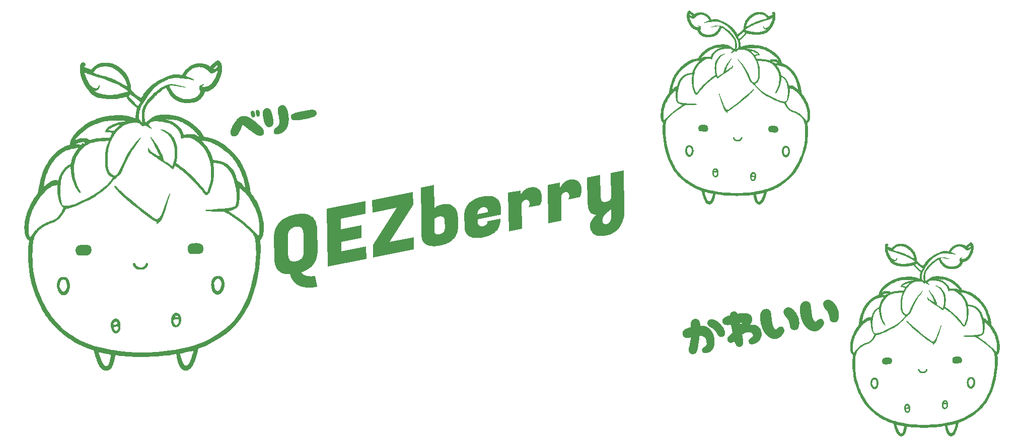
<source format=gbr>
%TF.GenerationSoftware,KiCad,Pcbnew,7.0.7*%
%TF.CreationDate,2023-10-14T12:40:26+02:00*%
%TF.ProjectId,qez,71657a2e-6b69-4636-9164-5f7063625858,rev?*%
%TF.SameCoordinates,Original*%
%TF.FileFunction,Legend,Top*%
%TF.FilePolarity,Positive*%
%FSLAX46Y46*%
G04 Gerber Fmt 4.6, Leading zero omitted, Abs format (unit mm)*
G04 Created by KiCad (PCBNEW 7.0.7) date 2023-10-14 12:40:26*
%MOMM*%
%LPD*%
G01*
G04 APERTURE LIST*
%ADD10C,0.000000*%
G04 APERTURE END LIST*
D10*
G36*
X191842683Y-107892691D02*
G01*
X191868895Y-107896177D01*
X191894653Y-107900760D01*
X191919957Y-107906441D01*
X191944807Y-107913219D01*
X191969203Y-107921095D01*
X191993146Y-107930068D01*
X192016635Y-107940139D01*
X192039669Y-107951307D01*
X192062250Y-107963573D01*
X192084377Y-107976936D01*
X192106051Y-107991398D01*
X192127270Y-108006956D01*
X192148036Y-108023613D01*
X192168348Y-108041367D01*
X192207609Y-108080169D01*
X192245056Y-108123362D01*
X192280687Y-108170947D01*
X192314503Y-108222923D01*
X192346503Y-108279291D01*
X192448063Y-108262284D01*
X192549295Y-108246437D01*
X192650200Y-108231750D01*
X192750778Y-108218222D01*
X192851031Y-108205854D01*
X192950959Y-108194645D01*
X193050564Y-108184596D01*
X193149844Y-108175707D01*
X193250117Y-108168395D01*
X193348479Y-108163922D01*
X193444930Y-108162286D01*
X193539468Y-108163486D01*
X193632093Y-108167519D01*
X193722805Y-108174385D01*
X193811601Y-108184082D01*
X193898482Y-108196608D01*
X193941033Y-108204115D01*
X193982763Y-108212670D01*
X194023670Y-108222273D01*
X194063755Y-108232925D01*
X194103019Y-108244625D01*
X194141460Y-108257375D01*
X194179079Y-108271173D01*
X194215875Y-108286021D01*
X194251849Y-108301919D01*
X194287001Y-108318866D01*
X194321330Y-108336863D01*
X194354836Y-108355910D01*
X194387519Y-108376008D01*
X194419380Y-108397156D01*
X194450417Y-108419355D01*
X194480632Y-108442605D01*
X194509797Y-108467088D01*
X194537661Y-108492986D01*
X194564225Y-108520300D01*
X194589489Y-108549029D01*
X194613454Y-108579174D01*
X194636118Y-108610734D01*
X194657483Y-108643710D01*
X194677548Y-108678101D01*
X194696315Y-108713907D01*
X194713782Y-108751129D01*
X194729951Y-108789766D01*
X194744821Y-108829819D01*
X194758392Y-108871287D01*
X194770666Y-108914170D01*
X194781641Y-108958469D01*
X194791319Y-109004184D01*
X194797533Y-109039001D01*
X194802655Y-109073828D01*
X194806685Y-109108664D01*
X194809623Y-109143508D01*
X194811469Y-109178360D01*
X194812223Y-109213220D01*
X194811884Y-109248088D01*
X194810452Y-109282962D01*
X194807927Y-109317844D01*
X194804309Y-109352733D01*
X194799598Y-109387628D01*
X194793793Y-109422529D01*
X194786895Y-109457436D01*
X194778903Y-109492349D01*
X194769816Y-109527266D01*
X194759635Y-109562189D01*
X194748978Y-109596126D01*
X194736778Y-109630566D01*
X194723033Y-109665511D01*
X194707745Y-109700960D01*
X194690913Y-109736913D01*
X194672537Y-109773370D01*
X194652618Y-109810332D01*
X194631155Y-109847798D01*
X194608149Y-109885769D01*
X194583600Y-109924245D01*
X194557508Y-109963225D01*
X194529873Y-110002711D01*
X194500695Y-110042701D01*
X194469973Y-110083197D01*
X194437710Y-110124198D01*
X194403903Y-110165704D01*
X194463187Y-110151747D01*
X194522001Y-110139594D01*
X194580346Y-110129243D01*
X194638220Y-110120696D01*
X194695624Y-110113951D01*
X194752558Y-110109009D01*
X194809021Y-110105871D01*
X194865014Y-110104535D01*
X194920537Y-110105003D01*
X194975589Y-110107273D01*
X195030170Y-110111347D01*
X195084280Y-110117223D01*
X195137920Y-110124902D01*
X195191088Y-110134385D01*
X195243786Y-110145670D01*
X195296012Y-110158759D01*
X195347306Y-110172463D01*
X195397603Y-110187731D01*
X195446903Y-110204560D01*
X195495206Y-110222953D01*
X195542513Y-110242908D01*
X195588822Y-110264426D01*
X195634135Y-110287507D01*
X195678451Y-110312150D01*
X195721770Y-110338357D01*
X195764092Y-110366126D01*
X195805417Y-110395457D01*
X195845746Y-110426351D01*
X195885077Y-110458808D01*
X195923412Y-110492828D01*
X195960750Y-110528410D01*
X195997091Y-110565555D01*
X196031963Y-110603090D01*
X196065314Y-110641947D01*
X196097143Y-110682129D01*
X196127451Y-110723634D01*
X196156237Y-110766462D01*
X196183501Y-110810613D01*
X196209244Y-110856086D01*
X196233464Y-110902883D01*
X196256162Y-110951001D01*
X196277337Y-111000442D01*
X196296990Y-111051205D01*
X196315119Y-111103290D01*
X196331725Y-111156696D01*
X196346808Y-111211424D01*
X196360368Y-111267473D01*
X196372403Y-111324843D01*
X196383998Y-111389958D01*
X196393357Y-111454482D01*
X196400480Y-111518415D01*
X196405367Y-111581757D01*
X196408019Y-111644508D01*
X196408434Y-111706668D01*
X196406614Y-111768236D01*
X196402557Y-111829213D01*
X196396264Y-111889599D01*
X196387735Y-111949393D01*
X196376969Y-112008596D01*
X196363966Y-112067207D01*
X196348727Y-112125226D01*
X196331251Y-112182653D01*
X196311538Y-112239488D01*
X196289588Y-112295731D01*
X196265588Y-112350080D01*
X196240146Y-112403341D01*
X196213262Y-112455513D01*
X196184935Y-112506597D01*
X196155166Y-112556594D01*
X196123954Y-112605502D01*
X196091300Y-112653323D01*
X196057202Y-112700057D01*
X196021660Y-112745702D01*
X195984676Y-112790261D01*
X195946247Y-112833732D01*
X195906375Y-112876115D01*
X195865058Y-112917412D01*
X195822297Y-112957621D01*
X195778092Y-112996744D01*
X195732442Y-113034779D01*
X195686567Y-113070209D01*
X195639976Y-113104068D01*
X195592669Y-113136356D01*
X195544646Y-113167074D01*
X195495906Y-113196221D01*
X195446450Y-113223797D01*
X195396278Y-113249802D01*
X195345390Y-113274235D01*
X195293785Y-113297098D01*
X195241464Y-113318389D01*
X195188427Y-113338109D01*
X195134674Y-113356257D01*
X195080204Y-113372834D01*
X195025019Y-113387839D01*
X194969117Y-113401272D01*
X194912499Y-113413134D01*
X194878019Y-113419222D01*
X194844233Y-113423942D01*
X194811140Y-113427296D01*
X194778739Y-113429282D01*
X194747032Y-113429902D01*
X194716017Y-113429155D01*
X194685696Y-113427040D01*
X194656067Y-113423560D01*
X194627132Y-113418712D01*
X194598890Y-113412498D01*
X194571340Y-113404918D01*
X194544484Y-113395971D01*
X194518320Y-113385659D01*
X194492850Y-113373980D01*
X194468072Y-113360935D01*
X194443988Y-113346524D01*
X194421667Y-113329886D01*
X194400468Y-113312687D01*
X194380392Y-113294929D01*
X194361438Y-113276611D01*
X194343606Y-113257733D01*
X194326897Y-113238295D01*
X194311311Y-113218297D01*
X194296846Y-113197738D01*
X194283505Y-113176618D01*
X194271285Y-113154939D01*
X194260188Y-113132698D01*
X194250213Y-113109897D01*
X194241361Y-113086535D01*
X194233631Y-113062612D01*
X194227024Y-113038128D01*
X194221539Y-113013083D01*
X194218416Y-112995079D01*
X194216017Y-112976933D01*
X194214342Y-112958647D01*
X194213392Y-112940219D01*
X194213167Y-112921649D01*
X194213667Y-112902938D01*
X194214892Y-112884085D01*
X194216842Y-112865090D01*
X194219518Y-112845954D01*
X194222920Y-112826675D01*
X194227047Y-112807255D01*
X194231901Y-112787692D01*
X194237481Y-112767987D01*
X194243787Y-112748140D01*
X194250820Y-112728150D01*
X194258580Y-112708018D01*
X194268021Y-112686721D01*
X194278409Y-112665717D01*
X194289744Y-112645007D01*
X194302026Y-112624590D01*
X194315256Y-112604467D01*
X194329432Y-112584638D01*
X194344556Y-112565103D01*
X194360627Y-112545862D01*
X194377646Y-112526916D01*
X194395611Y-112508265D01*
X194414524Y-112489908D01*
X194434384Y-112471847D01*
X194455191Y-112454081D01*
X194476946Y-112436611D01*
X194499648Y-112419436D01*
X194523296Y-112402557D01*
X194562026Y-112377108D01*
X194600331Y-112350915D01*
X194638212Y-112323979D01*
X194675672Y-112296302D01*
X194712713Y-112267884D01*
X194749338Y-112238726D01*
X194785550Y-112208828D01*
X194821349Y-112178191D01*
X194839453Y-112162211D01*
X194856085Y-112145697D01*
X194871246Y-112128649D01*
X194884935Y-112111067D01*
X194897153Y-112092952D01*
X194902710Y-112083693D01*
X194907899Y-112074302D01*
X194912720Y-112064776D01*
X194917173Y-112055117D01*
X194921258Y-112045325D01*
X194924975Y-112035398D01*
X194928324Y-112025338D01*
X194931305Y-112015144D01*
X194933918Y-112004817D01*
X194936163Y-111994355D01*
X194938040Y-111983760D01*
X194939549Y-111973031D01*
X194941463Y-111951172D01*
X194941904Y-111928777D01*
X194940873Y-111905846D01*
X194938369Y-111882379D01*
X194934392Y-111858375D01*
X194926847Y-111824157D01*
X194917755Y-111791127D01*
X194907115Y-111759287D01*
X194894927Y-111728637D01*
X194881192Y-111699176D01*
X194865910Y-111670906D01*
X194849079Y-111643825D01*
X194830701Y-111617935D01*
X194810774Y-111593236D01*
X194789300Y-111569728D01*
X194766278Y-111547410D01*
X194741707Y-111526284D01*
X194715588Y-111506349D01*
X194687920Y-111487606D01*
X194658704Y-111470055D01*
X194627939Y-111453695D01*
X194596468Y-111437527D01*
X194563419Y-111423104D01*
X194528794Y-111410427D01*
X194492592Y-111399496D01*
X194454812Y-111390309D01*
X194415456Y-111382868D01*
X194374522Y-111377172D01*
X194332011Y-111373220D01*
X194287923Y-111371014D01*
X194242257Y-111370552D01*
X194195013Y-111371835D01*
X194146192Y-111374863D01*
X194095793Y-111379635D01*
X194043816Y-111386151D01*
X193990261Y-111394412D01*
X193935127Y-111404417D01*
X193880728Y-111416066D01*
X193827264Y-111429729D01*
X193774737Y-111445406D01*
X193723147Y-111463097D01*
X193672493Y-111482799D01*
X193622775Y-111504513D01*
X193573993Y-111528238D01*
X193526148Y-111553973D01*
X193478477Y-111579109D01*
X193431011Y-111605304D01*
X193383751Y-111632556D01*
X193336698Y-111660864D01*
X193289853Y-111690226D01*
X193243216Y-111720641D01*
X193196789Y-111752107D01*
X193150572Y-111784623D01*
X193180080Y-111974491D01*
X193205800Y-112153320D01*
X193227733Y-112321112D01*
X193245879Y-112477865D01*
X193260240Y-112623580D01*
X193270815Y-112758257D01*
X193277606Y-112881896D01*
X193280614Y-112994497D01*
X193280639Y-113047125D01*
X193279622Y-113097901D01*
X193277562Y-113146827D01*
X193274460Y-113193902D01*
X193270314Y-113239125D01*
X193265126Y-113282498D01*
X193258894Y-113324019D01*
X193251618Y-113363689D01*
X193243298Y-113401509D01*
X193233933Y-113437477D01*
X193223524Y-113471594D01*
X193212070Y-113503861D01*
X193199570Y-113534276D01*
X193186025Y-113562840D01*
X193171434Y-113589553D01*
X193155797Y-113614415D01*
X193139960Y-113636589D01*
X193123034Y-113657743D01*
X193105018Y-113677876D01*
X193085912Y-113696990D01*
X193065718Y-113715083D01*
X193044435Y-113732157D01*
X193022062Y-113748210D01*
X192998602Y-113763243D01*
X192974053Y-113777256D01*
X192948416Y-113790249D01*
X192921691Y-113802222D01*
X192893878Y-113813175D01*
X192864978Y-113823108D01*
X192834991Y-113832020D01*
X192803916Y-113839913D01*
X192771754Y-113846785D01*
X192734134Y-113853239D01*
X192697248Y-113857839D01*
X192661097Y-113860587D01*
X192625681Y-113861481D01*
X192591000Y-113860523D01*
X192557055Y-113857712D01*
X192523845Y-113853047D01*
X192491371Y-113846529D01*
X192459632Y-113838158D01*
X192428629Y-113827933D01*
X192398362Y-113815855D01*
X192368830Y-113801923D01*
X192340035Y-113786138D01*
X192311976Y-113768498D01*
X192284653Y-113749005D01*
X192258066Y-113727657D01*
X192231680Y-113702663D01*
X192205406Y-113674364D01*
X192179242Y-113642760D01*
X192153190Y-113607850D01*
X192127249Y-113569635D01*
X192101418Y-113528115D01*
X192075697Y-113483290D01*
X192050087Y-113435160D01*
X192024587Y-113383724D01*
X191999197Y-113328983D01*
X191973917Y-113270937D01*
X191948746Y-113209586D01*
X191923684Y-113144929D01*
X191898731Y-113076968D01*
X191873888Y-113005701D01*
X191849153Y-112931128D01*
X191818060Y-112952091D01*
X191786547Y-112972316D01*
X191754613Y-112991801D01*
X191722260Y-113010545D01*
X191689489Y-113028548D01*
X191656300Y-113045810D01*
X191622693Y-113062329D01*
X191588671Y-113078105D01*
X191556313Y-113092609D01*
X191523485Y-113106109D01*
X191490187Y-113118605D01*
X191456420Y-113130095D01*
X191422185Y-113140581D01*
X191387483Y-113150063D01*
X191352314Y-113158540D01*
X191316679Y-113166012D01*
X191286277Y-113171208D01*
X191256265Y-113174889D01*
X191226641Y-113177056D01*
X191197408Y-113177710D01*
X191168564Y-113176849D01*
X191140111Y-113174474D01*
X191112048Y-113170586D01*
X191084375Y-113165185D01*
X191057093Y-113158271D01*
X191030202Y-113149844D01*
X191003702Y-113139904D01*
X190977593Y-113128452D01*
X190951875Y-113115487D01*
X190926549Y-113101010D01*
X190901615Y-113085021D01*
X190877073Y-113067521D01*
X190853130Y-113048022D01*
X190830413Y-113028147D01*
X190808922Y-113007895D01*
X190788658Y-112987267D01*
X190769621Y-112966262D01*
X190751810Y-112944881D01*
X190735226Y-112923124D01*
X190719870Y-112900991D01*
X190705740Y-112878482D01*
X190692837Y-112855597D01*
X190681162Y-112832336D01*
X190670714Y-112808700D01*
X190661493Y-112784688D01*
X190653500Y-112760301D01*
X190646735Y-112735538D01*
X190641197Y-112710400D01*
X190637586Y-112690405D01*
X190634541Y-112670504D01*
X190632061Y-112650699D01*
X190630147Y-112630988D01*
X190628799Y-112611371D01*
X190628017Y-112591849D01*
X190627801Y-112572422D01*
X190628150Y-112553089D01*
X190629066Y-112533850D01*
X190630547Y-112514707D01*
X190632594Y-112495657D01*
X190635207Y-112476703D01*
X190638386Y-112457843D01*
X190642131Y-112439077D01*
X190646441Y-112420406D01*
X190651318Y-112401830D01*
X190656702Y-112382208D01*
X190662957Y-112362484D01*
X190670083Y-112342658D01*
X190678081Y-112322730D01*
X190686949Y-112302700D01*
X190696688Y-112282570D01*
X190707298Y-112262338D01*
X190718778Y-112242005D01*
X190731129Y-112221571D01*
X190744350Y-112201037D01*
X190758441Y-112180403D01*
X190773403Y-112159668D01*
X190789235Y-112138833D01*
X190805936Y-112117898D01*
X190823508Y-112096864D01*
X190841950Y-112075730D01*
X190873120Y-112041066D01*
X190905561Y-112005881D01*
X190939271Y-111970174D01*
X190974250Y-111933947D01*
X191010498Y-111897199D01*
X191048012Y-111859930D01*
X191086794Y-111822140D01*
X191126841Y-111783829D01*
X191213099Y-111700805D01*
X191302309Y-111616125D01*
X191394471Y-111529770D01*
X191489584Y-111441723D01*
X191404256Y-111002846D01*
X191317340Y-110555435D01*
X191236907Y-110141825D01*
X191095743Y-110162707D01*
X190960880Y-110177980D01*
X190832318Y-110187643D01*
X190710055Y-110191699D01*
X190651287Y-110191624D01*
X190594093Y-110190149D01*
X190538475Y-110187272D01*
X190484432Y-110182995D01*
X190431964Y-110177316D01*
X190381071Y-110170237D01*
X190331753Y-110161758D01*
X190284010Y-110151879D01*
X190238213Y-110139971D01*
X190216174Y-110133028D01*
X190194707Y-110125428D01*
X190173814Y-110117168D01*
X190153493Y-110108251D01*
X190133746Y-110098674D01*
X190114571Y-110088439D01*
X190095970Y-110077545D01*
X190077941Y-110065993D01*
X190060486Y-110053781D01*
X190043604Y-110040911D01*
X190027295Y-110027383D01*
X190011559Y-110013195D01*
X189996396Y-109998349D01*
X189981806Y-109982843D01*
X189967790Y-109966679D01*
X189954347Y-109949856D01*
X189941477Y-109932374D01*
X189929180Y-109914234D01*
X189917457Y-109895434D01*
X189906307Y-109875975D01*
X189895731Y-109855857D01*
X189885727Y-109835080D01*
X189880681Y-109823068D01*
X192786770Y-109823068D01*
X192847492Y-110135343D01*
X193240928Y-109726032D01*
X193004588Y-109771937D01*
X192949820Y-109783136D01*
X192895257Y-109795395D01*
X192840905Y-109808707D01*
X192786770Y-109823068D01*
X189880681Y-109823068D01*
X189867441Y-109791549D01*
X189851449Y-109745382D01*
X189837751Y-109696578D01*
X189826347Y-109645137D01*
X189819762Y-109607553D01*
X189814766Y-109570753D01*
X189811360Y-109534739D01*
X189809543Y-109499509D01*
X189809315Y-109465064D01*
X189810677Y-109431404D01*
X189813628Y-109398528D01*
X189818170Y-109366439D01*
X189824301Y-109335134D01*
X189832022Y-109304614D01*
X189841333Y-109274880D01*
X189852234Y-109245932D01*
X189864725Y-109217769D01*
X189878807Y-109190392D01*
X189894479Y-109163801D01*
X189911741Y-109137996D01*
X189931418Y-109112651D01*
X189952226Y-109087838D01*
X189974163Y-109063557D01*
X189997231Y-109039808D01*
X190021428Y-109016592D01*
X190046756Y-108993909D01*
X190073215Y-108971759D01*
X190100803Y-108950142D01*
X190129521Y-108929058D01*
X190159370Y-108908507D01*
X190190349Y-108888491D01*
X190222458Y-108869008D01*
X190255697Y-108850059D01*
X190290066Y-108831644D01*
X190325566Y-108813764D01*
X190362195Y-108796419D01*
X190439905Y-108760372D01*
X190520881Y-108725604D01*
X190605122Y-108692116D01*
X190692626Y-108659910D01*
X190783392Y-108628989D01*
X190877419Y-108599352D01*
X190974704Y-108571002D01*
X191075247Y-108543940D01*
X191083432Y-108477643D01*
X191095038Y-108414854D01*
X191110065Y-108355574D01*
X191128513Y-108299803D01*
X191150381Y-108247540D01*
X191162598Y-108222725D01*
X191175671Y-108198787D01*
X191189598Y-108175727D01*
X191204380Y-108153544D01*
X191220018Y-108132238D01*
X191236510Y-108111810D01*
X191253857Y-108092259D01*
X191272060Y-108073586D01*
X191291117Y-108055790D01*
X191311029Y-108038872D01*
X191331796Y-108022831D01*
X191353418Y-108007668D01*
X191375895Y-107993383D01*
X191399227Y-107979975D01*
X191423413Y-107967445D01*
X191448454Y-107955792D01*
X191501101Y-107935120D01*
X191557167Y-107917960D01*
X191616651Y-107904310D01*
X191675882Y-107894822D01*
X191733298Y-107889722D01*
X191788898Y-107889012D01*
X191842683Y-107892691D01*
G37*
G36*
X203952604Y-106170439D02*
G01*
X203996897Y-106173840D01*
X204039887Y-106179343D01*
X204081574Y-106186946D01*
X204121957Y-106196650D01*
X204161038Y-106208455D01*
X204198815Y-106222362D01*
X204235289Y-106238369D01*
X204270460Y-106256477D01*
X204304326Y-106276687D01*
X204336889Y-106298997D01*
X204368066Y-106322980D01*
X204397775Y-106348207D01*
X204426016Y-106374677D01*
X204452788Y-106402391D01*
X204478092Y-106431348D01*
X204501927Y-106461549D01*
X204524293Y-106492993D01*
X204545191Y-106525681D01*
X204564619Y-106559613D01*
X204582579Y-106594788D01*
X204599070Y-106631207D01*
X204614091Y-106668869D01*
X204627643Y-106707775D01*
X204639726Y-106747925D01*
X204650339Y-106789318D01*
X204659483Y-106831954D01*
X204670478Y-106892093D01*
X204681336Y-106958556D01*
X204692058Y-107031343D01*
X204702643Y-107110452D01*
X204713092Y-107195884D01*
X204723405Y-107287637D01*
X204733582Y-107385711D01*
X204743622Y-107490105D01*
X204769006Y-107705272D01*
X204796926Y-107922145D01*
X204827364Y-108140717D01*
X204860302Y-108360981D01*
X204878028Y-108467567D01*
X204897770Y-108570480D01*
X204919530Y-108669721D01*
X204943306Y-108765289D01*
X204969102Y-108857182D01*
X204996916Y-108945401D01*
X205026751Y-109029944D01*
X205058607Y-109110810D01*
X205091511Y-109187075D01*
X205124440Y-109257864D01*
X205157396Y-109323175D01*
X205190378Y-109383008D01*
X205223389Y-109437363D01*
X205239905Y-109462485D01*
X205256428Y-109486238D01*
X205272959Y-109508621D01*
X205289497Y-109529633D01*
X205306042Y-109549275D01*
X205322596Y-109567547D01*
X205339742Y-109583031D01*
X205356357Y-109596841D01*
X205372441Y-109608976D01*
X205387992Y-109619436D01*
X205403012Y-109628221D01*
X205417500Y-109635331D01*
X205424545Y-109638258D01*
X205431457Y-109640765D01*
X205438236Y-109642854D01*
X205444882Y-109644524D01*
X205451395Y-109645775D01*
X205457775Y-109646607D01*
X205464022Y-109647020D01*
X205470136Y-109647014D01*
X205476117Y-109646588D01*
X205481966Y-109645744D01*
X205487681Y-109644481D01*
X205493264Y-109642798D01*
X205498713Y-109640696D01*
X205504030Y-109638175D01*
X205509214Y-109635235D01*
X205514264Y-109631876D01*
X205519182Y-109628097D01*
X205523967Y-109623899D01*
X205528619Y-109619282D01*
X205533138Y-109614245D01*
X205566117Y-109575808D01*
X205599270Y-109538979D01*
X205632599Y-109503757D01*
X205666104Y-109470144D01*
X205699784Y-109438138D01*
X205733640Y-109407741D01*
X205767672Y-109378952D01*
X205801879Y-109351771D01*
X205836263Y-109326198D01*
X205870822Y-109302234D01*
X205905558Y-109279879D01*
X205940470Y-109259133D01*
X205975559Y-109239995D01*
X206010823Y-109222466D01*
X206046265Y-109206546D01*
X206081883Y-109192236D01*
X206117302Y-109179593D01*
X206152173Y-109168702D01*
X206186495Y-109159562D01*
X206220267Y-109152173D01*
X206253491Y-109146535D01*
X206286165Y-109142647D01*
X206318290Y-109140509D01*
X206349865Y-109140121D01*
X206380891Y-109141482D01*
X206411367Y-109144593D01*
X206441293Y-109149453D01*
X206470669Y-109156061D01*
X206499496Y-109164417D01*
X206527772Y-109174522D01*
X206555498Y-109186374D01*
X206582674Y-109199974D01*
X206596501Y-109207346D01*
X206610025Y-109215188D01*
X206623248Y-109223499D01*
X206636168Y-109232279D01*
X206648787Y-109241529D01*
X206661104Y-109251248D01*
X206673118Y-109261436D01*
X206684830Y-109272094D01*
X206696241Y-109283221D01*
X206707349Y-109294817D01*
X206718154Y-109306883D01*
X206728658Y-109319418D01*
X206738860Y-109332423D01*
X206748759Y-109345896D01*
X206758356Y-109359840D01*
X206767650Y-109374252D01*
X206776643Y-109389134D01*
X206785333Y-109404485D01*
X206801806Y-109436596D01*
X206817069Y-109470583D01*
X206831123Y-109506449D01*
X206843966Y-109544191D01*
X206855599Y-109583811D01*
X206866022Y-109625309D01*
X206875235Y-109668684D01*
X206879975Y-109696233D01*
X206883529Y-109724014D01*
X206885897Y-109752025D01*
X206887078Y-109780268D01*
X206887072Y-109808741D01*
X206885879Y-109837446D01*
X206883499Y-109866381D01*
X206879932Y-109895548D01*
X206875178Y-109924945D01*
X206869235Y-109954574D01*
X206862105Y-109984433D01*
X206853786Y-110014523D01*
X206844280Y-110044845D01*
X206833585Y-110075397D01*
X206821701Y-110106180D01*
X206808628Y-110137195D01*
X206794611Y-110168212D01*
X206779870Y-110199029D01*
X206764405Y-110229646D01*
X206748216Y-110260063D01*
X206731302Y-110290278D01*
X206713665Y-110320293D01*
X206695305Y-110350106D01*
X206676220Y-110379719D01*
X206656411Y-110409129D01*
X206635878Y-110438338D01*
X206614621Y-110467345D01*
X206592640Y-110496150D01*
X206569935Y-110524752D01*
X206546506Y-110553153D01*
X206522354Y-110581350D01*
X206497477Y-110609344D01*
X206446400Y-110664175D01*
X206394126Y-110717047D01*
X206340651Y-110767961D01*
X206313463Y-110792684D01*
X206285975Y-110816918D01*
X206258186Y-110840663D01*
X206230096Y-110863918D01*
X206201705Y-110886685D01*
X206173012Y-110908963D01*
X206144018Y-110930752D01*
X206114723Y-110952053D01*
X206085125Y-110972864D01*
X206055225Y-110993188D01*
X205997741Y-111031189D01*
X205969362Y-111048887D01*
X205941224Y-111065717D01*
X205913328Y-111081679D01*
X205885674Y-111096772D01*
X205858262Y-111110998D01*
X205831092Y-111124355D01*
X205804163Y-111136844D01*
X205777476Y-111148465D01*
X205751031Y-111159218D01*
X205724828Y-111169103D01*
X205698866Y-111178119D01*
X205673147Y-111186267D01*
X205647669Y-111193548D01*
X205622433Y-111199960D01*
X205575035Y-111209444D01*
X205527394Y-111217332D01*
X205479512Y-111223626D01*
X205431388Y-111228324D01*
X205383022Y-111231427D01*
X205334414Y-111232935D01*
X205285565Y-111232847D01*
X205236473Y-111231164D01*
X205187139Y-111227886D01*
X205137564Y-111223013D01*
X205087747Y-111216544D01*
X205037688Y-111208480D01*
X204987387Y-111198821D01*
X204936844Y-111187567D01*
X204886060Y-111174717D01*
X204835034Y-111160272D01*
X204784008Y-111144187D01*
X204733201Y-111126417D01*
X204682614Y-111106961D01*
X204632245Y-111085821D01*
X204582094Y-111062995D01*
X204532163Y-111038484D01*
X204482452Y-111012288D01*
X204432959Y-110984407D01*
X204383686Y-110954840D01*
X204334632Y-110923589D01*
X204285798Y-110890652D01*
X204237183Y-110856030D01*
X204188788Y-110819723D01*
X204140613Y-110781731D01*
X204092657Y-110742054D01*
X204044922Y-110700691D01*
X203997451Y-110656598D01*
X203950686Y-110610864D01*
X203904627Y-110563488D01*
X203859273Y-110514469D01*
X203814626Y-110463808D01*
X203770685Y-110411505D01*
X203727451Y-110357560D01*
X203684923Y-110301972D01*
X203643103Y-110244742D01*
X203601989Y-110185869D01*
X203561583Y-110125353D01*
X203521884Y-110063195D01*
X203482893Y-109999394D01*
X203444610Y-109933949D01*
X203407035Y-109866862D01*
X203370169Y-109798131D01*
X203334201Y-109727686D01*
X203299324Y-109655455D01*
X203265536Y-109581437D01*
X203232838Y-109505634D01*
X203201230Y-109428045D01*
X203170712Y-109348670D01*
X203112944Y-109184563D01*
X203059537Y-109013311D01*
X203010489Y-108834916D01*
X202965800Y-108649377D01*
X202925470Y-108456694D01*
X202911109Y-108379977D01*
X202897543Y-108301729D01*
X202884773Y-108221953D01*
X202872802Y-108140649D01*
X202861630Y-108057820D01*
X202851260Y-107973468D01*
X202841694Y-107887593D01*
X202832932Y-107800197D01*
X202827552Y-107709942D01*
X202824809Y-107620548D01*
X202824700Y-107532014D01*
X202827227Y-107444340D01*
X202832389Y-107357525D01*
X202840187Y-107271568D01*
X202850621Y-107186469D01*
X202863690Y-107102226D01*
X202871146Y-107059637D01*
X202879574Y-107017818D01*
X202888974Y-106976770D01*
X202899345Y-106936493D01*
X202910689Y-106896985D01*
X202923004Y-106858248D01*
X202936290Y-106820281D01*
X202950548Y-106783084D01*
X202965777Y-106746657D01*
X202981977Y-106711000D01*
X202999148Y-106676113D01*
X203017290Y-106641995D01*
X203036403Y-106608648D01*
X203056486Y-106576070D01*
X203077541Y-106544262D01*
X203099566Y-106513224D01*
X203123845Y-106483047D01*
X203149553Y-106454234D01*
X203176691Y-106426786D01*
X203205258Y-106400702D01*
X203235253Y-106375984D01*
X203266678Y-106352629D01*
X203299531Y-106330640D01*
X203333813Y-106310015D01*
X203369524Y-106290755D01*
X203406663Y-106272860D01*
X203445231Y-106256330D01*
X203485227Y-106241164D01*
X203526651Y-106227363D01*
X203569503Y-106214927D01*
X203613783Y-106203856D01*
X203659491Y-106194149D01*
X203711599Y-106184946D01*
X203762405Y-106177842D01*
X203811909Y-106172840D01*
X203860110Y-106169939D01*
X203907008Y-106169138D01*
X203952604Y-106170439D01*
G37*
G36*
X207602548Y-105915072D02*
G01*
X207644119Y-105917154D01*
X207685574Y-105921107D01*
X207726913Y-105926930D01*
X207768136Y-105934623D01*
X207809243Y-105944187D01*
X207850233Y-105955620D01*
X207891106Y-105968925D01*
X207931861Y-105984099D01*
X207972500Y-106001143D01*
X208013021Y-106020058D01*
X208053425Y-106040843D01*
X208093582Y-106063116D01*
X208133339Y-106086493D01*
X208172696Y-106110975D01*
X208211652Y-106136561D01*
X208250208Y-106163251D01*
X208288362Y-106191047D01*
X208326115Y-106219946D01*
X208363467Y-106249951D01*
X208400418Y-106281060D01*
X208436967Y-106313273D01*
X208473113Y-106346591D01*
X208508858Y-106381013D01*
X208544201Y-106416540D01*
X208579140Y-106453171D01*
X208613678Y-106490907D01*
X208647812Y-106529747D01*
X208714357Y-106609465D01*
X208778259Y-106691069D01*
X208839518Y-106774559D01*
X208898133Y-106859935D01*
X208954103Y-106947197D01*
X209007428Y-107036345D01*
X209058106Y-107127378D01*
X209106136Y-107220296D01*
X209150977Y-107313676D01*
X209192084Y-107406144D01*
X209229456Y-107497699D01*
X209263093Y-107588340D01*
X209292993Y-107678066D01*
X209319156Y-107766877D01*
X209341581Y-107854771D01*
X209360268Y-107941749D01*
X209376742Y-108034903D01*
X209390047Y-108128676D01*
X209400186Y-108223068D01*
X209407158Y-108318077D01*
X209410964Y-108413704D01*
X209411606Y-108509947D01*
X209409083Y-108606805D01*
X209403397Y-108704278D01*
X209400320Y-108752572D01*
X209396274Y-108800098D01*
X209391259Y-108846854D01*
X209385275Y-108892842D01*
X209378320Y-108938060D01*
X209370396Y-108982508D01*
X209361502Y-109026187D01*
X209351637Y-109069096D01*
X209340802Y-109111236D01*
X209328996Y-109152606D01*
X209316220Y-109193206D01*
X209302472Y-109233036D01*
X209287753Y-109272096D01*
X209272062Y-109310386D01*
X209255400Y-109347905D01*
X209237766Y-109384654D01*
X209218867Y-109419096D01*
X209198805Y-109451779D01*
X209177579Y-109482702D01*
X209155191Y-109511866D01*
X209131639Y-109539270D01*
X209106925Y-109564916D01*
X209081047Y-109588803D01*
X209054005Y-109610930D01*
X209025800Y-109631299D01*
X208996432Y-109649910D01*
X208965900Y-109666761D01*
X208934204Y-109681854D01*
X208901344Y-109695189D01*
X208867320Y-109706765D01*
X208832132Y-109716584D01*
X208795780Y-109724644D01*
X208769397Y-109729391D01*
X208743005Y-109733387D01*
X208716605Y-109736633D01*
X208690197Y-109739129D01*
X208663781Y-109740875D01*
X208637355Y-109741870D01*
X208610921Y-109742115D01*
X208584478Y-109741610D01*
X208558025Y-109740354D01*
X208531563Y-109738348D01*
X208505091Y-109735592D01*
X208478609Y-109732085D01*
X208452117Y-109727828D01*
X208425615Y-109722821D01*
X208399103Y-109717063D01*
X208372580Y-109710555D01*
X208347119Y-109702091D01*
X208322084Y-109692996D01*
X208297473Y-109683271D01*
X208273287Y-109672915D01*
X208249526Y-109661928D01*
X208226189Y-109650311D01*
X208203278Y-109638063D01*
X208180791Y-109625185D01*
X208158729Y-109611677D01*
X208137091Y-109597539D01*
X208115878Y-109582770D01*
X208095090Y-109567372D01*
X208074727Y-109551344D01*
X208054789Y-109534687D01*
X208035275Y-109517400D01*
X208016186Y-109499483D01*
X207998615Y-109479660D01*
X207981943Y-109459185D01*
X207966170Y-109438056D01*
X207951297Y-109416275D01*
X207937322Y-109393840D01*
X207924247Y-109370753D01*
X207912071Y-109347012D01*
X207900794Y-109322618D01*
X207890416Y-109297570D01*
X207880938Y-109271869D01*
X207872358Y-109245514D01*
X207864678Y-109218505D01*
X207857897Y-109190842D01*
X207852015Y-109162526D01*
X207847032Y-109133555D01*
X207842949Y-109103930D01*
X207829353Y-108995295D01*
X207814361Y-108892134D01*
X207797972Y-108794448D01*
X207780186Y-108702235D01*
X207761001Y-108615495D01*
X207740417Y-108534226D01*
X207718432Y-108458428D01*
X207695048Y-108388101D01*
X207672693Y-108321667D01*
X207649582Y-108258397D01*
X207625716Y-108198289D01*
X207601096Y-108141344D01*
X207575723Y-108087561D01*
X207549596Y-108036941D01*
X207522718Y-107989483D01*
X207495089Y-107945188D01*
X207468876Y-107902636D01*
X207442081Y-107861297D01*
X207414703Y-107821170D01*
X207386742Y-107782255D01*
X207358198Y-107744548D01*
X207329071Y-107708049D01*
X207299361Y-107672757D01*
X207269068Y-107638668D01*
X207240493Y-107604391D01*
X207211769Y-107569326D01*
X207153868Y-107496827D01*
X207095359Y-107421165D01*
X207036236Y-107342335D01*
X207021472Y-107321836D01*
X207006898Y-107300546D01*
X206992512Y-107278465D01*
X206978316Y-107255594D01*
X206964308Y-107231933D01*
X206950488Y-107207482D01*
X206936858Y-107182240D01*
X206923415Y-107156209D01*
X206910161Y-107129388D01*
X206897096Y-107101777D01*
X206871529Y-107044186D01*
X206846714Y-106983437D01*
X206822651Y-106919531D01*
X206807433Y-106874863D01*
X206794597Y-106830827D01*
X206784142Y-106787421D01*
X206776068Y-106744648D01*
X206770375Y-106702505D01*
X206767063Y-106660994D01*
X206766133Y-106620115D01*
X206767584Y-106579867D01*
X206771416Y-106540251D01*
X206777630Y-106501267D01*
X206786225Y-106462915D01*
X206797201Y-106425195D01*
X206810558Y-106388107D01*
X206826297Y-106351651D01*
X206844417Y-106315827D01*
X206864918Y-106280635D01*
X206887316Y-106246579D01*
X206911129Y-106214165D01*
X206936355Y-106183392D01*
X206962995Y-106154260D01*
X206991049Y-106126770D01*
X207020517Y-106100922D01*
X207051399Y-106076714D01*
X207083695Y-106054149D01*
X207117404Y-106033224D01*
X207152528Y-106013941D01*
X207189066Y-105996300D01*
X207227017Y-105980300D01*
X207266382Y-105965941D01*
X207307161Y-105953224D01*
X207349355Y-105942149D01*
X207392962Y-105932714D01*
X207435109Y-105925445D01*
X207477142Y-105920047D01*
X207519059Y-105916518D01*
X207560861Y-105914860D01*
X207602548Y-105915072D01*
G37*
G36*
X110853855Y-74105810D02*
G01*
X110873842Y-74108295D01*
X110893184Y-74112063D01*
X110911881Y-74117115D01*
X110929932Y-74123451D01*
X110947337Y-74131069D01*
X110964097Y-74139972D01*
X110980212Y-74150158D01*
X110995681Y-74161628D01*
X111010505Y-74174381D01*
X111024683Y-74188417D01*
X111038215Y-74203737D01*
X111051048Y-74219379D01*
X111063440Y-74236002D01*
X111075390Y-74253606D01*
X111086899Y-74272190D01*
X111097967Y-74291754D01*
X111108594Y-74312299D01*
X111118780Y-74333825D01*
X111128524Y-74356332D01*
X111137827Y-74379819D01*
X111146689Y-74404286D01*
X111155110Y-74429735D01*
X111163089Y-74456164D01*
X111170628Y-74483573D01*
X111177725Y-74511964D01*
X111184380Y-74541335D01*
X111190595Y-74571687D01*
X111202276Y-74638273D01*
X111206936Y-74670374D01*
X111210811Y-74701681D01*
X111213899Y-74732192D01*
X111216201Y-74761910D01*
X111217717Y-74790832D01*
X111218447Y-74818960D01*
X111218390Y-74846293D01*
X111217547Y-74872831D01*
X111215918Y-74898575D01*
X111213503Y-74923524D01*
X111210301Y-74947678D01*
X111206313Y-74971038D01*
X111201540Y-74993603D01*
X111195980Y-75015373D01*
X111189324Y-75035429D01*
X111181580Y-75054487D01*
X111177299Y-75063642D01*
X111172746Y-75072548D01*
X111167921Y-75081204D01*
X111162823Y-75089611D01*
X111157453Y-75097768D01*
X111151811Y-75105675D01*
X111145896Y-75113334D01*
X111139710Y-75120742D01*
X111133251Y-75127901D01*
X111126519Y-75134811D01*
X111119516Y-75141470D01*
X111112240Y-75147881D01*
X111104691Y-75154041D01*
X111096871Y-75159952D01*
X111088778Y-75165613D01*
X111080413Y-75171025D01*
X111062866Y-75181098D01*
X111044230Y-75190173D01*
X111024504Y-75198248D01*
X111003690Y-75205324D01*
X110981787Y-75211400D01*
X110958794Y-75216476D01*
X110935600Y-75220380D01*
X110913092Y-75222938D01*
X110891271Y-75224151D01*
X110870136Y-75224019D01*
X110849687Y-75222542D01*
X110829924Y-75219720D01*
X110810848Y-75215554D01*
X110792458Y-75210044D01*
X110774754Y-75203189D01*
X110757736Y-75194991D01*
X110741405Y-75185448D01*
X110725760Y-75174563D01*
X110710801Y-75162334D01*
X110696528Y-75148761D01*
X110682941Y-75133846D01*
X110670041Y-75117588D01*
X110657513Y-75099312D01*
X110645355Y-75079962D01*
X110633567Y-75059540D01*
X110622151Y-75038045D01*
X110611104Y-75015477D01*
X110600429Y-74991837D01*
X110590124Y-74967125D01*
X110580189Y-74941339D01*
X110570625Y-74914482D01*
X110561432Y-74886551D01*
X110552609Y-74857549D01*
X110544157Y-74827474D01*
X110536076Y-74796326D01*
X110528365Y-74764107D01*
X110521025Y-74730815D01*
X110514056Y-74696451D01*
X110508577Y-74666772D01*
X110503814Y-74637797D01*
X110499766Y-74609525D01*
X110496434Y-74581956D01*
X110493818Y-74555090D01*
X110491918Y-74528928D01*
X110490733Y-74503468D01*
X110490264Y-74478711D01*
X110490510Y-74454658D01*
X110491473Y-74431308D01*
X110493151Y-74408660D01*
X110495544Y-74386716D01*
X110498654Y-74365476D01*
X110502479Y-74344938D01*
X110507020Y-74325104D01*
X110512277Y-74305972D01*
X110515146Y-74296294D01*
X110518299Y-74286851D01*
X110521734Y-74277642D01*
X110525451Y-74268668D01*
X110529451Y-74259928D01*
X110533733Y-74251423D01*
X110538298Y-74243152D01*
X110543146Y-74235117D01*
X110548276Y-74227315D01*
X110553688Y-74219749D01*
X110559383Y-74212417D01*
X110565361Y-74205319D01*
X110571621Y-74198456D01*
X110578164Y-74191828D01*
X110584989Y-74185435D01*
X110592096Y-74179276D01*
X110599487Y-74173351D01*
X110607159Y-74167662D01*
X110615114Y-74162206D01*
X110623352Y-74156986D01*
X110631872Y-74152000D01*
X110640674Y-74147249D01*
X110659127Y-74138450D01*
X110678710Y-74130590D01*
X110699422Y-74123669D01*
X110721264Y-74117686D01*
X110744236Y-74112641D01*
X110767451Y-74108708D01*
X110790020Y-74106058D01*
X110811944Y-74104692D01*
X110833222Y-74104609D01*
X110853855Y-74105810D01*
G37*
G36*
X98051331Y-108111752D02*
G01*
X98138339Y-108132120D01*
X98227136Y-108165399D01*
X98317473Y-108212201D01*
X98372661Y-108248139D01*
X98424496Y-108288594D01*
X98472970Y-108333314D01*
X98518076Y-108382049D01*
X98559806Y-108434548D01*
X98598153Y-108490558D01*
X98633108Y-108549831D01*
X98664664Y-108612113D01*
X98692814Y-108677154D01*
X98717550Y-108744703D01*
X98738864Y-108814508D01*
X98756749Y-108886319D01*
X98771197Y-108959884D01*
X98782200Y-109034952D01*
X98789751Y-109111273D01*
X98793843Y-109188594D01*
X98794467Y-109266665D01*
X98791616Y-109345234D01*
X98785282Y-109424051D01*
X98775458Y-109502864D01*
X98762137Y-109581423D01*
X98745309Y-109659475D01*
X98724969Y-109736770D01*
X98701108Y-109813057D01*
X98673719Y-109888085D01*
X98642794Y-109961601D01*
X98608325Y-110033356D01*
X98570305Y-110103099D01*
X98528726Y-110170577D01*
X98483581Y-110235540D01*
X98434862Y-110297736D01*
X98382561Y-110356915D01*
X98361488Y-110377711D01*
X98338579Y-110397291D01*
X98313959Y-110415651D01*
X98287756Y-110432785D01*
X98260097Y-110448688D01*
X98231107Y-110463356D01*
X98200915Y-110476784D01*
X98169648Y-110488966D01*
X98104391Y-110509574D01*
X98036353Y-110525140D01*
X97966549Y-110535624D01*
X97895992Y-110540986D01*
X97825698Y-110541187D01*
X97756683Y-110536185D01*
X97689959Y-110525942D01*
X97626543Y-110510416D01*
X97596393Y-110500660D01*
X97567449Y-110489569D01*
X97539841Y-110477137D01*
X97513693Y-110463360D01*
X97489133Y-110448232D01*
X97466288Y-110431749D01*
X97445284Y-110413905D01*
X97426250Y-110394696D01*
X97352993Y-110306078D01*
X97288752Y-110212674D01*
X97233275Y-110115095D01*
X97186316Y-110013951D01*
X97147623Y-109909852D01*
X97116949Y-109803409D01*
X97094043Y-109695232D01*
X97078657Y-109585931D01*
X97070542Y-109476117D01*
X97070299Y-109451746D01*
X97466328Y-109451746D01*
X97466390Y-109462679D01*
X97467040Y-109474135D01*
X97468270Y-109486154D01*
X97470075Y-109498777D01*
X97472449Y-109512047D01*
X97475386Y-109526003D01*
X97478880Y-109540686D01*
X97482925Y-109556139D01*
X97492644Y-109589516D01*
X97504495Y-109626463D01*
X97518431Y-109667307D01*
X97534436Y-109709504D01*
X97553451Y-109753252D01*
X97575073Y-109797990D01*
X97598901Y-109843158D01*
X97624533Y-109888196D01*
X97651569Y-109932544D01*
X97679606Y-109975640D01*
X97708243Y-110016926D01*
X97737079Y-110055840D01*
X97765711Y-110091823D01*
X97793739Y-110124314D01*
X97820761Y-110152753D01*
X97846375Y-110176580D01*
X97870180Y-110195234D01*
X97891774Y-110208155D01*
X97901617Y-110212291D01*
X97910756Y-110214783D01*
X97912227Y-110214928D01*
X97914054Y-110214869D01*
X97918731Y-110214162D01*
X97924701Y-110212700D01*
X97931876Y-110210520D01*
X97940170Y-110207660D01*
X97949495Y-110204157D01*
X97959766Y-110200049D01*
X97970895Y-110195374D01*
X97995381Y-110184472D01*
X98022257Y-110171754D01*
X98050831Y-110157520D01*
X98080406Y-110142072D01*
X98095235Y-110133262D01*
X98110053Y-110122755D01*
X98124832Y-110110623D01*
X98139540Y-110096940D01*
X98154148Y-110081775D01*
X98168626Y-110065204D01*
X98197068Y-110028125D01*
X98224624Y-109986282D01*
X98251053Y-109940253D01*
X98276112Y-109890615D01*
X98299561Y-109837948D01*
X98321157Y-109782829D01*
X98340658Y-109725835D01*
X98357822Y-109667546D01*
X98372408Y-109608540D01*
X98384173Y-109549393D01*
X98392877Y-109490686D01*
X98398276Y-109432995D01*
X98400130Y-109376898D01*
X98399652Y-109347357D01*
X98398991Y-109333821D01*
X98397992Y-109321076D01*
X98396612Y-109309100D01*
X98394808Y-109297869D01*
X98392537Y-109287360D01*
X98389756Y-109277550D01*
X98386424Y-109268414D01*
X98382497Y-109259930D01*
X98377933Y-109252074D01*
X98372688Y-109244823D01*
X98366720Y-109238154D01*
X98359986Y-109232043D01*
X98352444Y-109226466D01*
X98344051Y-109221401D01*
X98334764Y-109216824D01*
X98324541Y-109212712D01*
X98313338Y-109209041D01*
X98301112Y-109205788D01*
X98287822Y-109202929D01*
X98273425Y-109200442D01*
X98257877Y-109198303D01*
X98241136Y-109196487D01*
X98203904Y-109193737D01*
X98161388Y-109192004D01*
X98113244Y-109191101D01*
X98059132Y-109190842D01*
X98023641Y-109191395D01*
X97987661Y-109193016D01*
X97951441Y-109195653D01*
X97915231Y-109199249D01*
X97879281Y-109203751D01*
X97843840Y-109209103D01*
X97809159Y-109215252D01*
X97775487Y-109222142D01*
X97743073Y-109229720D01*
X97712168Y-109237930D01*
X97683022Y-109246717D01*
X97655884Y-109256029D01*
X97631003Y-109265808D01*
X97608630Y-109276003D01*
X97589015Y-109286556D01*
X97572406Y-109297415D01*
X97550047Y-109314316D01*
X97539903Y-109322482D01*
X97530442Y-109330512D01*
X97521658Y-109338448D01*
X97513545Y-109346331D01*
X97506097Y-109354202D01*
X97499307Y-109362102D01*
X97493170Y-109370072D01*
X97487680Y-109378154D01*
X97482831Y-109386388D01*
X97478617Y-109394815D01*
X97475032Y-109403477D01*
X97472069Y-109412415D01*
X97469724Y-109421670D01*
X97467989Y-109431283D01*
X97466859Y-109441294D01*
X97466328Y-109451746D01*
X97070299Y-109451746D01*
X97069448Y-109366398D01*
X97075127Y-109257387D01*
X97087328Y-109149693D01*
X97105803Y-109043927D01*
X97130303Y-108940698D01*
X97160579Y-108840617D01*
X97196381Y-108744294D01*
X97200938Y-108734091D01*
X97760982Y-108734091D01*
X97761162Y-108745551D01*
X97763102Y-108756863D01*
X97766782Y-108767973D01*
X97772178Y-108778827D01*
X97779269Y-108789371D01*
X97788032Y-108799552D01*
X97798445Y-108809315D01*
X97810486Y-108818607D01*
X97824133Y-108827374D01*
X97839362Y-108835561D01*
X97856153Y-108843116D01*
X97874482Y-108849983D01*
X97894328Y-108856110D01*
X97915667Y-108861442D01*
X97938479Y-108865926D01*
X97962740Y-108869506D01*
X97988429Y-108872131D01*
X98015522Y-108873745D01*
X98043999Y-108874295D01*
X98072207Y-108873935D01*
X98099625Y-108872879D01*
X98126111Y-108871162D01*
X98151524Y-108868820D01*
X98175720Y-108865888D01*
X98198559Y-108862401D01*
X98219897Y-108858397D01*
X98239592Y-108853908D01*
X98257503Y-108848972D01*
X98273486Y-108843624D01*
X98287401Y-108837900D01*
X98299105Y-108831833D01*
X98308455Y-108825462D01*
X98315310Y-108818820D01*
X98317757Y-108815409D01*
X98319527Y-108811943D01*
X98320602Y-108808428D01*
X98320964Y-108804868D01*
X98320293Y-108792188D01*
X98318316Y-108779608D01*
X98315090Y-108767158D01*
X98310671Y-108754867D01*
X98305113Y-108742765D01*
X98298474Y-108730882D01*
X98290809Y-108719248D01*
X98282173Y-108707891D01*
X98272623Y-108696843D01*
X98262215Y-108686132D01*
X98251004Y-108675789D01*
X98239046Y-108665844D01*
X98226397Y-108656325D01*
X98213113Y-108647263D01*
X98199250Y-108638688D01*
X98184863Y-108630628D01*
X98170009Y-108623115D01*
X98154743Y-108616178D01*
X98139121Y-108609846D01*
X98123199Y-108604149D01*
X98107033Y-108599118D01*
X98090679Y-108594781D01*
X98074192Y-108591168D01*
X98057629Y-108588310D01*
X98041045Y-108586236D01*
X98024496Y-108584975D01*
X98008037Y-108584558D01*
X97991726Y-108585015D01*
X97975617Y-108586374D01*
X97959767Y-108588666D01*
X97944231Y-108591920D01*
X97929065Y-108596167D01*
X97904321Y-108604647D01*
X97881627Y-108613679D01*
X97860962Y-108623210D01*
X97842303Y-108633186D01*
X97825629Y-108643552D01*
X97810916Y-108654256D01*
X97798142Y-108665243D01*
X97787286Y-108676459D01*
X97778324Y-108687850D01*
X97771236Y-108699363D01*
X97765997Y-108710944D01*
X97762587Y-108722538D01*
X97760982Y-108734091D01*
X97200938Y-108734091D01*
X97237460Y-108652339D01*
X97283567Y-108565363D01*
X97334453Y-108483976D01*
X97389868Y-108408789D01*
X97449564Y-108340410D01*
X97513292Y-108279451D01*
X97580801Y-108226523D01*
X97651844Y-108182234D01*
X97726170Y-108147196D01*
X97803532Y-108122018D01*
X97883678Y-108107311D01*
X97966361Y-108103686D01*
X98051331Y-108111752D01*
G37*
G36*
X119380000Y-91440000D02*
G01*
X119679028Y-91470948D01*
X119820726Y-91495364D01*
X119957213Y-91525741D01*
X120088489Y-91562080D01*
X120214554Y-91604381D01*
X120335409Y-91652643D01*
X120451052Y-91706867D01*
X120561485Y-91767052D01*
X120666707Y-91833198D01*
X120766717Y-91905306D01*
X120861517Y-91983375D01*
X120951106Y-92067406D01*
X121035483Y-92157398D01*
X121114650Y-92253351D01*
X121188605Y-92355266D01*
X121257349Y-92463143D01*
X121320883Y-92576980D01*
X121379205Y-92696779D01*
X121432315Y-92822540D01*
X121480215Y-92954261D01*
X121522903Y-93091944D01*
X121592646Y-93385194D01*
X121610552Y-93483829D01*
X121626418Y-93584970D01*
X121640243Y-93688617D01*
X121652029Y-93794769D01*
X121661774Y-93903426D01*
X121669479Y-94014588D01*
X121675144Y-94128255D01*
X121678769Y-94244428D01*
X121726923Y-97334693D01*
X121728360Y-97527046D01*
X121724389Y-97714869D01*
X121715009Y-97898161D01*
X121700221Y-98076924D01*
X121680024Y-98251157D01*
X121654418Y-98420860D01*
X121623404Y-98586033D01*
X121586982Y-98746676D01*
X121545152Y-98902789D01*
X121497914Y-99054372D01*
X121445267Y-99201425D01*
X121387213Y-99343949D01*
X121323751Y-99481942D01*
X121254881Y-99615405D01*
X121180603Y-99744339D01*
X121100918Y-99868743D01*
X121016824Y-99986954D01*
X120926690Y-100101180D01*
X120830517Y-100211423D01*
X120728304Y-100317681D01*
X120620051Y-100419954D01*
X120505758Y-100518242D01*
X120385427Y-100612546D01*
X120259056Y-100702865D01*
X120126646Y-100789199D01*
X119988196Y-100871548D01*
X119843708Y-100949911D01*
X119693181Y-101024289D01*
X119536615Y-101094682D01*
X119374011Y-101161090D01*
X119205368Y-101223511D01*
X119030686Y-101281947D01*
X119061319Y-101335848D01*
X119094803Y-101387615D01*
X119131137Y-101437250D01*
X119170322Y-101484751D01*
X119212357Y-101530119D01*
X119257242Y-101573353D01*
X119304977Y-101614454D01*
X119355562Y-101653423D01*
X119408995Y-101690257D01*
X119465279Y-101724959D01*
X119524411Y-101757527D01*
X119586392Y-101787963D01*
X119651222Y-101816265D01*
X119718900Y-101842433D01*
X119789427Y-101866469D01*
X119862801Y-101888371D01*
X119940598Y-101909148D01*
X120020497Y-101927200D01*
X120102498Y-101942528D01*
X120186601Y-101955132D01*
X120272807Y-101965012D01*
X120361115Y-101972168D01*
X120451525Y-101976599D01*
X120544037Y-101978305D01*
X120638651Y-101977287D01*
X120735368Y-101973544D01*
X120834186Y-101967077D01*
X120935107Y-101957884D01*
X121038130Y-101945966D01*
X121143256Y-101931324D01*
X121250483Y-101913956D01*
X121359813Y-101893863D01*
X121653303Y-103750510D01*
X121409553Y-103794302D01*
X121171768Y-103829782D01*
X120939947Y-103856949D01*
X120714089Y-103875798D01*
X120494194Y-103886329D01*
X120280260Y-103888539D01*
X120072288Y-103882425D01*
X119870275Y-103867986D01*
X119679248Y-103846153D01*
X119497735Y-103819105D01*
X119325735Y-103786841D01*
X119163251Y-103749359D01*
X119085577Y-103728662D01*
X119010282Y-103706660D01*
X118937366Y-103683353D01*
X118866830Y-103658741D01*
X118798672Y-103632824D01*
X118732894Y-103605603D01*
X118669496Y-103577076D01*
X118608477Y-103547244D01*
X118551052Y-103517497D01*
X118494565Y-103486621D01*
X118439016Y-103454616D01*
X118384405Y-103421482D01*
X118330733Y-103387219D01*
X118277999Y-103351828D01*
X118226204Y-103315307D01*
X118175348Y-103277657D01*
X118125430Y-103238877D01*
X118076452Y-103198968D01*
X118028412Y-103157930D01*
X117981312Y-103115762D01*
X117935151Y-103072464D01*
X117889930Y-103028036D01*
X117845648Y-102982478D01*
X117802305Y-102935790D01*
X117738886Y-102861937D01*
X117678210Y-102787025D01*
X117620275Y-102711052D01*
X117565082Y-102634019D01*
X117512632Y-102555927D01*
X117462923Y-102476775D01*
X117415957Y-102396564D01*
X117371732Y-102315294D01*
X117330250Y-102232965D01*
X117291510Y-102149577D01*
X117255512Y-102065131D01*
X117222257Y-101979626D01*
X117191744Y-101893063D01*
X117163973Y-101805443D01*
X117138944Y-101716764D01*
X117116657Y-101627028D01*
X116848008Y-101630241D01*
X116593515Y-101616909D01*
X116353179Y-101587032D01*
X116238320Y-101565889D01*
X116127000Y-101540610D01*
X116019219Y-101511195D01*
X115914977Y-101477643D01*
X115814274Y-101439956D01*
X115717111Y-101398132D01*
X115623486Y-101352172D01*
X115533401Y-101302076D01*
X115446855Y-101247844D01*
X115363848Y-101189475D01*
X115284380Y-101126971D01*
X115208452Y-101060330D01*
X115136062Y-100989553D01*
X115067212Y-100914640D01*
X115001901Y-100835590D01*
X114940129Y-100752405D01*
X114881896Y-100665083D01*
X114827202Y-100573625D01*
X114776047Y-100478031D01*
X114728432Y-100378300D01*
X114684355Y-100274434D01*
X114643818Y-100166431D01*
X114573361Y-99938017D01*
X114517060Y-99693059D01*
X114497458Y-99584615D01*
X114480302Y-99473596D01*
X114465593Y-99360001D01*
X114453330Y-99243828D01*
X114443514Y-99125075D01*
X114436144Y-99003742D01*
X114431220Y-98879826D01*
X114428742Y-98753325D01*
X114380595Y-95663058D01*
X114380820Y-95453245D01*
X114386153Y-95306959D01*
X116713876Y-95306959D01*
X116714478Y-95398076D01*
X116769861Y-98109593D01*
X116772910Y-98190283D01*
X116777741Y-98271468D01*
X116784352Y-98353150D01*
X116792745Y-98435328D01*
X116802920Y-98518002D01*
X116814876Y-98601172D01*
X116828612Y-98684839D01*
X116844130Y-98769002D01*
X116855600Y-98822323D01*
X116868870Y-98873531D01*
X116883941Y-98922625D01*
X116900812Y-98969606D01*
X116919483Y-99014473D01*
X116939954Y-99057228D01*
X116962225Y-99097868D01*
X116986297Y-99136395D01*
X117012169Y-99172809D01*
X117039842Y-99207110D01*
X117069314Y-99239297D01*
X117100587Y-99269370D01*
X117133661Y-99297330D01*
X117168534Y-99323177D01*
X117205208Y-99346910D01*
X117243682Y-99368530D01*
X117283957Y-99388036D01*
X117326032Y-99405429D01*
X117369907Y-99420709D01*
X117415582Y-99433875D01*
X117463058Y-99444928D01*
X117512334Y-99453867D01*
X117563411Y-99460693D01*
X117616287Y-99465405D01*
X117670965Y-99468004D01*
X117727442Y-99468489D01*
X117785720Y-99466861D01*
X117845798Y-99463120D01*
X117907677Y-99457265D01*
X117971356Y-99449297D01*
X118036835Y-99439215D01*
X118104115Y-99427020D01*
X118184015Y-99410173D01*
X118261392Y-99391186D01*
X118336248Y-99370057D01*
X118408581Y-99346786D01*
X118478393Y-99321374D01*
X118545682Y-99293820D01*
X118610450Y-99264124D01*
X118672697Y-99232285D01*
X118732421Y-99198305D01*
X118789624Y-99162181D01*
X118844306Y-99123915D01*
X118896467Y-99083505D01*
X118946106Y-99040953D01*
X118993225Y-98996257D01*
X119037822Y-98949417D01*
X119079898Y-98900433D01*
X119119375Y-98848437D01*
X119156198Y-98792533D01*
X119190366Y-98732723D01*
X119221881Y-98669006D01*
X119250741Y-98601384D01*
X119276947Y-98529854D01*
X119300499Y-98454419D01*
X119321397Y-98375078D01*
X119339641Y-98291831D01*
X119355231Y-98204678D01*
X119368166Y-98113619D01*
X119378448Y-98018654D01*
X119386075Y-97919784D01*
X119391049Y-97817009D01*
X119393368Y-97710328D01*
X119393033Y-97599742D01*
X119350633Y-94885644D01*
X119347946Y-94823000D01*
X119344349Y-94762215D01*
X119339845Y-94703290D01*
X119334436Y-94646222D01*
X119328125Y-94591012D01*
X119320914Y-94537658D01*
X119312806Y-94486160D01*
X119303802Y-94436517D01*
X119290620Y-94374411D01*
X119275692Y-94314697D01*
X119259019Y-94257376D01*
X119240600Y-94202447D01*
X119220435Y-94149910D01*
X119198524Y-94099765D01*
X119174868Y-94052012D01*
X119149466Y-94006651D01*
X119122319Y-93963683D01*
X119093425Y-93923107D01*
X119062786Y-93884923D01*
X119030401Y-93849131D01*
X118996271Y-93815732D01*
X118960394Y-93784725D01*
X118922772Y-93756110D01*
X118883404Y-93729887D01*
X118842290Y-93706057D01*
X118799430Y-93684619D01*
X118754825Y-93665573D01*
X118708474Y-93648920D01*
X118660376Y-93634659D01*
X118610533Y-93622790D01*
X118558944Y-93613314D01*
X118505609Y-93606230D01*
X118450528Y-93601539D01*
X118393701Y-93599240D01*
X118335129Y-93599333D01*
X118274810Y-93601819D01*
X118212745Y-93606697D01*
X118148935Y-93613967D01*
X118083378Y-93623630D01*
X118016075Y-93635686D01*
X117934123Y-93654720D01*
X117854834Y-93676080D01*
X117778208Y-93699764D01*
X117704245Y-93725774D01*
X117632946Y-93754109D01*
X117564309Y-93784768D01*
X117498335Y-93817753D01*
X117435024Y-93853064D01*
X117374377Y-93890699D01*
X117316392Y-93930659D01*
X117261070Y-93972945D01*
X117208412Y-94017555D01*
X117158416Y-94064491D01*
X117111084Y-94113752D01*
X117066414Y-94165339D01*
X117024408Y-94219250D01*
X116985065Y-94275487D01*
X116948384Y-94334049D01*
X116914367Y-94394936D01*
X116883013Y-94458149D01*
X116854322Y-94523687D01*
X116828293Y-94591550D01*
X116804928Y-94661738D01*
X116784226Y-94734252D01*
X116766187Y-94809091D01*
X116750811Y-94886256D01*
X116738098Y-94965746D01*
X116728048Y-95047561D01*
X116720661Y-95131702D01*
X116715937Y-95218168D01*
X116713876Y-95306959D01*
X114386153Y-95306959D01*
X114388278Y-95248685D01*
X114402970Y-95049378D01*
X114424894Y-94855324D01*
X114454052Y-94666524D01*
X114490443Y-94482976D01*
X114534067Y-94304683D01*
X114584925Y-94131642D01*
X114643015Y-93963854D01*
X114708339Y-93801320D01*
X114780896Y-93644039D01*
X114860686Y-93492012D01*
X114947709Y-93345238D01*
X115041966Y-93203717D01*
X115143456Y-93067449D01*
X115252178Y-92936435D01*
X115368135Y-92810674D01*
X115491324Y-92690167D01*
X115621746Y-92574913D01*
X115759402Y-92464912D01*
X115904291Y-92360165D01*
X116056413Y-92260671D01*
X116215768Y-92166431D01*
X116382357Y-92077444D01*
X116556179Y-91993710D01*
X116737234Y-91915230D01*
X116925522Y-91842004D01*
X117121043Y-91774031D01*
X117533786Y-91653845D01*
X117975462Y-91554674D01*
X118357860Y-91490236D01*
X118719416Y-91449644D01*
X119060130Y-91432899D01*
X119380000Y-91440000D01*
G37*
G36*
X184951610Y-80799025D02*
G01*
X184951419Y-80874040D01*
X184948236Y-80947252D01*
X184942090Y-81018580D01*
X184933011Y-81087942D01*
X184921030Y-81155258D01*
X184906174Y-81220446D01*
X184888474Y-81283426D01*
X184867960Y-81344117D01*
X184844661Y-81402437D01*
X184818606Y-81458306D01*
X184789825Y-81511642D01*
X184758347Y-81562365D01*
X184724203Y-81610394D01*
X184687421Y-81655647D01*
X184648032Y-81698044D01*
X184606064Y-81737503D01*
X184569003Y-81768441D01*
X184532437Y-81795677D01*
X184496258Y-81819223D01*
X184460359Y-81839089D01*
X184442481Y-81847645D01*
X184424633Y-81855285D01*
X184406801Y-81862010D01*
X184388972Y-81867821D01*
X184371133Y-81872720D01*
X184353270Y-81876708D01*
X184335370Y-81879787D01*
X184317420Y-81881957D01*
X184299405Y-81883219D01*
X184281314Y-81883576D01*
X184263131Y-81883029D01*
X184244844Y-81881578D01*
X184226440Y-81879225D01*
X184207905Y-81875972D01*
X184189225Y-81871820D01*
X184170388Y-81866769D01*
X184151380Y-81860821D01*
X184132187Y-81853979D01*
X184093194Y-81837612D01*
X184053303Y-81817678D01*
X184012405Y-81794189D01*
X183983709Y-81775404D01*
X183955540Y-81754425D01*
X183900948Y-81706301D01*
X183848947Y-81650641D01*
X183799860Y-81588270D01*
X183754006Y-81520011D01*
X183711705Y-81446688D01*
X183673278Y-81369126D01*
X183639045Y-81288149D01*
X183609327Y-81204580D01*
X183584443Y-81119244D01*
X183564715Y-81032965D01*
X183550462Y-80946567D01*
X183542005Y-80860873D01*
X183539664Y-80776709D01*
X183543759Y-80694898D01*
X183546423Y-80675596D01*
X183844990Y-80675596D01*
X183846670Y-80705750D01*
X183851235Y-80741653D01*
X183858419Y-80782465D01*
X183867953Y-80827349D01*
X183879572Y-80875466D01*
X183893009Y-80925976D01*
X183924266Y-81030825D01*
X183959592Y-81135188D01*
X183978113Y-81185090D01*
X183996851Y-81232354D01*
X184015539Y-81276143D01*
X184033909Y-81315617D01*
X184051695Y-81349937D01*
X184068630Y-81378265D01*
X184078210Y-81392029D01*
X184088344Y-81404919D01*
X184099029Y-81416931D01*
X184110261Y-81428066D01*
X184122036Y-81438320D01*
X184134349Y-81447692D01*
X184147199Y-81456181D01*
X184160580Y-81463783D01*
X184174489Y-81470498D01*
X184188922Y-81476324D01*
X184203875Y-81481259D01*
X184219345Y-81485300D01*
X184235327Y-81488446D01*
X184251819Y-81490696D01*
X184268816Y-81492048D01*
X184286314Y-81492498D01*
X184307936Y-81492060D01*
X184327861Y-81490631D01*
X184346280Y-81488042D01*
X184363386Y-81484123D01*
X184371506Y-81481611D01*
X184379370Y-81478702D01*
X184387002Y-81475376D01*
X184394425Y-81471611D01*
X184401664Y-81467386D01*
X184408743Y-81462679D01*
X184415686Y-81457470D01*
X184422517Y-81451736D01*
X184429259Y-81445457D01*
X184435938Y-81438612D01*
X184449198Y-81423136D01*
X184462490Y-81405138D01*
X184476005Y-81384449D01*
X184489937Y-81360898D01*
X184504476Y-81334315D01*
X184519816Y-81304529D01*
X184536148Y-81271372D01*
X184546976Y-81248269D01*
X184557352Y-81224667D01*
X184567228Y-81200736D01*
X184576558Y-81176647D01*
X184585294Y-81152571D01*
X184593388Y-81128681D01*
X184600793Y-81105146D01*
X184607462Y-81082138D01*
X184613347Y-81059829D01*
X184618401Y-81038389D01*
X184622576Y-81017991D01*
X184625826Y-80998804D01*
X184628103Y-80981000D01*
X184629359Y-80964751D01*
X184629547Y-80950228D01*
X184628620Y-80937601D01*
X184627331Y-80925812D01*
X184626456Y-80913746D01*
X184625984Y-80901490D01*
X184625904Y-80889134D01*
X184626203Y-80876766D01*
X184626871Y-80864475D01*
X184627895Y-80852348D01*
X184629265Y-80840475D01*
X184630967Y-80828944D01*
X184632991Y-80817842D01*
X184635326Y-80807260D01*
X184637958Y-80797284D01*
X184640878Y-80788005D01*
X184644073Y-80779509D01*
X184647531Y-80771886D01*
X184651241Y-80765224D01*
X184655665Y-80756622D01*
X184659014Y-80746852D01*
X184661323Y-80735990D01*
X184662626Y-80724112D01*
X184662958Y-80711294D01*
X184662354Y-80697612D01*
X184658478Y-80667959D01*
X184651276Y-80635761D01*
X184641026Y-80601625D01*
X184628006Y-80566158D01*
X184612496Y-80529969D01*
X184594774Y-80493664D01*
X184575118Y-80457852D01*
X184553807Y-80423138D01*
X184531119Y-80390131D01*
X184507332Y-80359439D01*
X184482726Y-80331668D01*
X184457578Y-80307426D01*
X184444888Y-80296819D01*
X184432167Y-80287321D01*
X184414720Y-80275468D01*
X184397570Y-80264566D01*
X184380706Y-80254617D01*
X184364119Y-80245624D01*
X184347798Y-80237589D01*
X184331733Y-80230514D01*
X184315913Y-80224403D01*
X184300327Y-80219256D01*
X184284967Y-80215076D01*
X184269820Y-80211866D01*
X184254878Y-80209628D01*
X184240129Y-80208364D01*
X184225564Y-80208076D01*
X184211171Y-80208768D01*
X184196941Y-80210440D01*
X184182863Y-80213096D01*
X184168927Y-80216738D01*
X184155122Y-80221368D01*
X184141438Y-80226989D01*
X184127866Y-80233602D01*
X184114394Y-80241210D01*
X184101012Y-80249816D01*
X184087709Y-80259421D01*
X184074477Y-80270028D01*
X184061303Y-80281640D01*
X184048178Y-80294258D01*
X184035092Y-80307885D01*
X184022033Y-80322523D01*
X184008992Y-80338175D01*
X183995959Y-80354843D01*
X183982923Y-80372529D01*
X183969873Y-80391235D01*
X183957099Y-80410559D01*
X183944688Y-80430356D01*
X183932707Y-80450482D01*
X183921217Y-80470790D01*
X183910284Y-80491135D01*
X183899971Y-80511370D01*
X183890342Y-80531350D01*
X183881461Y-80550928D01*
X183873391Y-80569959D01*
X183866196Y-80588297D01*
X183859941Y-80605796D01*
X183854689Y-80622310D01*
X183850504Y-80637693D01*
X183847450Y-80651799D01*
X183845591Y-80664482D01*
X183844990Y-80675596D01*
X183546423Y-80675596D01*
X183554611Y-80616264D01*
X183573399Y-80525979D01*
X183594819Y-80442438D01*
X183618995Y-80365514D01*
X183632156Y-80329493D01*
X183646051Y-80295080D01*
X183660697Y-80262257D01*
X183676109Y-80231010D01*
X183692302Y-80201321D01*
X183709292Y-80173176D01*
X183727093Y-80146559D01*
X183745723Y-80121453D01*
X183765195Y-80097842D01*
X183785525Y-80075712D01*
X183806729Y-80055046D01*
X183828822Y-80035828D01*
X183851819Y-80018042D01*
X183875736Y-80001673D01*
X183900589Y-79986704D01*
X183926391Y-79973120D01*
X183953160Y-79960905D01*
X183980910Y-79950044D01*
X184009656Y-79940519D01*
X184039415Y-79932316D01*
X184070200Y-79925418D01*
X184102029Y-79919810D01*
X184134916Y-79915476D01*
X184168877Y-79912400D01*
X184203926Y-79910566D01*
X184240080Y-79909958D01*
X184281619Y-79910880D01*
X184321996Y-79913638D01*
X184361202Y-79918222D01*
X184399228Y-79924622D01*
X184436067Y-79932827D01*
X184471710Y-79942828D01*
X184506149Y-79954613D01*
X184539375Y-79968172D01*
X184571381Y-79983496D01*
X184602157Y-80000573D01*
X184631697Y-80019394D01*
X184659991Y-80039948D01*
X184687031Y-80062224D01*
X184712810Y-80086213D01*
X184737318Y-80111903D01*
X184760548Y-80139286D01*
X184782491Y-80168349D01*
X184803139Y-80199084D01*
X184822483Y-80231479D01*
X184840517Y-80265524D01*
X184857230Y-80301210D01*
X184872615Y-80338525D01*
X184886665Y-80377459D01*
X184899369Y-80418002D01*
X184920712Y-80503873D01*
X184936577Y-80596056D01*
X184946898Y-80694467D01*
X184947657Y-80711294D01*
X184951610Y-80799025D01*
G37*
G36*
X113291697Y-73671057D02*
G01*
X113322160Y-73672321D01*
X113351814Y-73674848D01*
X113380661Y-73678637D01*
X113408700Y-73683688D01*
X113435931Y-73690003D01*
X113462354Y-73697579D01*
X113487969Y-73706419D01*
X113512774Y-73716520D01*
X113536771Y-73727885D01*
X113559959Y-73740512D01*
X113583286Y-73754036D01*
X113606040Y-73768409D01*
X113628220Y-73783630D01*
X113649827Y-73799699D01*
X113670861Y-73816616D01*
X113691322Y-73834382D01*
X113711209Y-73852996D01*
X113730524Y-73872457D01*
X113749266Y-73892767D01*
X113767435Y-73913926D01*
X113785032Y-73935932D01*
X113802056Y-73958786D01*
X113818507Y-73982489D01*
X113834386Y-74007040D01*
X113849693Y-74032439D01*
X113864428Y-74058686D01*
X113892671Y-74113000D01*
X113919606Y-74169252D01*
X113945232Y-74227442D01*
X113969550Y-74287571D01*
X113992560Y-74349639D01*
X114014261Y-74413646D01*
X114034654Y-74479592D01*
X114053738Y-74547477D01*
X114089496Y-74685826D01*
X114122959Y-74825460D01*
X114154140Y-74966382D01*
X114183052Y-75108592D01*
X114208413Y-75245574D01*
X114231504Y-75383858D01*
X114252313Y-75523432D01*
X114270829Y-75664284D01*
X114278583Y-75734475D01*
X114284435Y-75803562D01*
X114288384Y-75871545D01*
X114290432Y-75938425D01*
X114290579Y-76004201D01*
X114288827Y-76068873D01*
X114285175Y-76132441D01*
X114279625Y-76194905D01*
X114275807Y-76224782D01*
X114271148Y-76254139D01*
X114265650Y-76282974D01*
X114259312Y-76311289D01*
X114252135Y-76339082D01*
X114244118Y-76366355D01*
X114235262Y-76393107D01*
X114225568Y-76419338D01*
X114215034Y-76445048D01*
X114203662Y-76470237D01*
X114191452Y-76494906D01*
X114178404Y-76519053D01*
X114164517Y-76542679D01*
X114149793Y-76565785D01*
X114134232Y-76588370D01*
X114117833Y-76610433D01*
X114101206Y-76631616D01*
X114083348Y-76651882D01*
X114064259Y-76671229D01*
X114043940Y-76689657D01*
X114022389Y-76707167D01*
X113999607Y-76723759D01*
X113975595Y-76739431D01*
X113950351Y-76754185D01*
X113923877Y-76768019D01*
X113896172Y-76780933D01*
X113867236Y-76792928D01*
X113837068Y-76804003D01*
X113805670Y-76814158D01*
X113773041Y-76823392D01*
X113739181Y-76831706D01*
X113704091Y-76839100D01*
X113669564Y-76845232D01*
X113635785Y-76850060D01*
X113602752Y-76853585D01*
X113570467Y-76855807D01*
X113538928Y-76856725D01*
X113508136Y-76856339D01*
X113478091Y-76854651D01*
X113448793Y-76851659D01*
X113420240Y-76847364D01*
X113392435Y-76841767D01*
X113365375Y-76834866D01*
X113339062Y-76826663D01*
X113313495Y-76817158D01*
X113288673Y-76806349D01*
X113264598Y-76794239D01*
X113241269Y-76780825D01*
X113218564Y-76766372D01*
X113196338Y-76751140D01*
X113174592Y-76735130D01*
X113153325Y-76718342D01*
X113132539Y-76700776D01*
X113112232Y-76682431D01*
X113092405Y-76663308D01*
X113073059Y-76643407D01*
X113054194Y-76622728D01*
X113035809Y-76601270D01*
X113017905Y-76579034D01*
X113000483Y-76556020D01*
X112983542Y-76532228D01*
X112967082Y-76507657D01*
X112951104Y-76482308D01*
X112935608Y-76456181D01*
X112907061Y-76400346D01*
X112879861Y-76342774D01*
X112854007Y-76283466D01*
X112829502Y-76222422D01*
X112806345Y-76159641D01*
X112784538Y-76095124D01*
X112764082Y-76028871D01*
X112744976Y-75960881D01*
X112709407Y-75823338D01*
X112676424Y-75686136D01*
X112646033Y-75549269D01*
X112618241Y-75412731D01*
X112591761Y-75270069D01*
X112567879Y-75127736D01*
X112546589Y-74985737D01*
X112527885Y-74844075D01*
X112520149Y-74773982D01*
X112514354Y-74705196D01*
X112510500Y-74637719D01*
X112508587Y-74571549D01*
X112508615Y-74506688D01*
X112510584Y-74443134D01*
X112514494Y-74380888D01*
X112520345Y-74319949D01*
X112524935Y-74289945D01*
X112530273Y-74260532D01*
X112536357Y-74231711D01*
X112543189Y-74203483D01*
X112550767Y-74175845D01*
X112559093Y-74148800D01*
X112568164Y-74122346D01*
X112577983Y-74096485D01*
X112588548Y-74071215D01*
X112599859Y-74046536D01*
X112611916Y-74022450D01*
X112624720Y-73998956D01*
X112638270Y-73976053D01*
X112652565Y-73953742D01*
X112667607Y-73932023D01*
X112683394Y-73910896D01*
X112700152Y-73890505D01*
X112718080Y-73870992D01*
X112737179Y-73852357D01*
X112757449Y-73834600D01*
X112778888Y-73817720D01*
X112801499Y-73801718D01*
X112825279Y-73786594D01*
X112850230Y-73772348D01*
X112876352Y-73758980D01*
X112903644Y-73746489D01*
X112932107Y-73734877D01*
X112961740Y-73724142D01*
X112992544Y-73714285D01*
X113024518Y-73705307D01*
X113057662Y-73697206D01*
X113091977Y-73689983D01*
X113127280Y-73683672D01*
X113161777Y-73678624D01*
X113195468Y-73674839D01*
X113228351Y-73672316D01*
X113260428Y-73671055D01*
X113291697Y-73671057D01*
G37*
G36*
X101416418Y-96383016D02*
G01*
X101573711Y-96391174D01*
X101718026Y-96407587D01*
X101849576Y-96432387D01*
X101910630Y-96447973D01*
X101968572Y-96465706D01*
X102023429Y-96485602D01*
X102075227Y-96507677D01*
X102123993Y-96531948D01*
X102169754Y-96558431D01*
X102212535Y-96587144D01*
X102252364Y-96618102D01*
X102289267Y-96651322D01*
X102323271Y-96686821D01*
X102354401Y-96724615D01*
X102382686Y-96764720D01*
X102408150Y-96807154D01*
X102430822Y-96851932D01*
X102450727Y-96899072D01*
X102467891Y-96948589D01*
X102482342Y-97000501D01*
X102494107Y-97054823D01*
X102503210Y-97111573D01*
X102509680Y-97170767D01*
X102514824Y-97296552D01*
X102512759Y-97387379D01*
X102506600Y-97473586D01*
X102496399Y-97555082D01*
X102482209Y-97631777D01*
X102464083Y-97703580D01*
X102442075Y-97770400D01*
X102416236Y-97832146D01*
X102386620Y-97888729D01*
X102353279Y-97940056D01*
X102316267Y-97986038D01*
X102296401Y-98006996D01*
X102275636Y-98026584D01*
X102253980Y-98044790D01*
X102231440Y-98061603D01*
X102208021Y-98077011D01*
X102183730Y-98091004D01*
X102158574Y-98103570D01*
X102132560Y-98114697D01*
X102105694Y-98124375D01*
X102077983Y-98132591D01*
X102049433Y-98139335D01*
X102020052Y-98144596D01*
X101842068Y-98167133D01*
X101630086Y-98186946D01*
X101398303Y-98203413D01*
X101160923Y-98215913D01*
X100932145Y-98223824D01*
X100726169Y-98226524D01*
X100557198Y-98223393D01*
X100491026Y-98219447D01*
X100439430Y-98213809D01*
X100409167Y-98208472D01*
X100379607Y-98201567D01*
X100350766Y-98193119D01*
X100322662Y-98183155D01*
X100295311Y-98171700D01*
X100268731Y-98158780D01*
X100242938Y-98144422D01*
X100217949Y-98128650D01*
X100193782Y-98111492D01*
X100170453Y-98092973D01*
X100147978Y-98073119D01*
X100126376Y-98051956D01*
X100105662Y-98029509D01*
X100085855Y-98005805D01*
X100066970Y-97980870D01*
X100049024Y-97954730D01*
X100032035Y-97927410D01*
X100016020Y-97898937D01*
X100000995Y-97869336D01*
X99986977Y-97838633D01*
X99973983Y-97806855D01*
X99962031Y-97774026D01*
X99951136Y-97740174D01*
X99941317Y-97705324D01*
X99932589Y-97669502D01*
X99924971Y-97632733D01*
X99918477Y-97595045D01*
X99913127Y-97556462D01*
X99908936Y-97517011D01*
X99905922Y-97476718D01*
X99904100Y-97435608D01*
X99903490Y-97393707D01*
X99906113Y-97257938D01*
X99914491Y-97134989D01*
X99921075Y-97078117D01*
X99929383Y-97024202D01*
X99939510Y-96973163D01*
X99951551Y-96924917D01*
X99965602Y-96879382D01*
X99981756Y-96836476D01*
X100000110Y-96796117D01*
X100020759Y-96758221D01*
X100043797Y-96722707D01*
X100069320Y-96689492D01*
X100097423Y-96658494D01*
X100128200Y-96629631D01*
X100161748Y-96602820D01*
X100198161Y-96577979D01*
X100237534Y-96555025D01*
X100279963Y-96533877D01*
X100325542Y-96514452D01*
X100374367Y-96496667D01*
X100426532Y-96480441D01*
X100482134Y-96465690D01*
X100541266Y-96452333D01*
X100604024Y-96440287D01*
X100740799Y-96419800D01*
X100893220Y-96403569D01*
X101062047Y-96390936D01*
X101245934Y-96382981D01*
X101416418Y-96383016D01*
G37*
G36*
X79099563Y-102070021D02*
G01*
X79142803Y-102072452D01*
X79184951Y-102076523D01*
X79226024Y-102082250D01*
X79266036Y-102089647D01*
X79305006Y-102098732D01*
X79342949Y-102109519D01*
X79379882Y-102122025D01*
X79415821Y-102136264D01*
X79450782Y-102152253D01*
X79484782Y-102170006D01*
X79517838Y-102189541D01*
X79549964Y-102210872D01*
X79581179Y-102234016D01*
X79611498Y-102258987D01*
X79640938Y-102285801D01*
X79669515Y-102314475D01*
X79697245Y-102345023D01*
X79724145Y-102377462D01*
X79750232Y-102411807D01*
X79775520Y-102448074D01*
X79800028Y-102486278D01*
X79823771Y-102526435D01*
X79846766Y-102568561D01*
X79890575Y-102658781D01*
X79931588Y-102757065D01*
X79969934Y-102863536D01*
X80005746Y-102978321D01*
X80042091Y-103110024D01*
X80056790Y-103169687D01*
X80069217Y-103226034D01*
X80079403Y-103279670D01*
X80087381Y-103331204D01*
X80093182Y-103381241D01*
X80096841Y-103430388D01*
X80098387Y-103479253D01*
X80097855Y-103528441D01*
X80095275Y-103578561D01*
X80090681Y-103630217D01*
X80084103Y-103684019D01*
X80075576Y-103740571D01*
X80065131Y-103800481D01*
X80052799Y-103864356D01*
X80017602Y-104024886D01*
X79978693Y-104174247D01*
X79935979Y-104312551D01*
X79889367Y-104439910D01*
X79838765Y-104556436D01*
X79784081Y-104662242D01*
X79725222Y-104757439D01*
X79662096Y-104842139D01*
X79594610Y-104916455D01*
X79559204Y-104949753D01*
X79522673Y-104980498D01*
X79485006Y-105008702D01*
X79446191Y-105034381D01*
X79406217Y-105057547D01*
X79365072Y-105078215D01*
X79322745Y-105096400D01*
X79279224Y-105112114D01*
X79234498Y-105125372D01*
X79188555Y-105136188D01*
X79092971Y-105150551D01*
X78992381Y-105155313D01*
X78945633Y-105154694D01*
X78902100Y-105152714D01*
X78861403Y-105149191D01*
X78823158Y-105143943D01*
X78786984Y-105136787D01*
X78752498Y-105127542D01*
X78719320Y-105116024D01*
X78687067Y-105102052D01*
X78655356Y-105085443D01*
X78623807Y-105066016D01*
X78592037Y-105043586D01*
X78559665Y-105017973D01*
X78526308Y-104988995D01*
X78491584Y-104956467D01*
X78455112Y-104920209D01*
X78416510Y-104880039D01*
X78368039Y-104826014D01*
X78321742Y-104769132D01*
X78235781Y-104647509D01*
X78158840Y-104516592D01*
X78091133Y-104377808D01*
X78032874Y-104232579D01*
X77984277Y-104082332D01*
X77945556Y-103928490D01*
X77916924Y-103772479D01*
X77898596Y-103615722D01*
X77890784Y-103459644D01*
X77891641Y-103414459D01*
X78302983Y-103414459D01*
X78304032Y-103456888D01*
X78307640Y-103500883D01*
X78322067Y-103592806D01*
X78345333Y-103688700D01*
X78376504Y-103787037D01*
X78414647Y-103886289D01*
X78458830Y-103984927D01*
X78508118Y-104081424D01*
X78561580Y-104174251D01*
X78618282Y-104261880D01*
X78677292Y-104342783D01*
X78737676Y-104415432D01*
X78798502Y-104478299D01*
X78858836Y-104529856D01*
X78888527Y-104550916D01*
X78917746Y-104568574D01*
X78946375Y-104582641D01*
X78974298Y-104592926D01*
X79001399Y-104599237D01*
X79027560Y-104601383D01*
X79033428Y-104600943D01*
X79039795Y-104599638D01*
X79046639Y-104597489D01*
X79053938Y-104594518D01*
X79061673Y-104590747D01*
X79069821Y-104586196D01*
X79087275Y-104574845D01*
X79106130Y-104560635D01*
X79126216Y-104543741D01*
X79147366Y-104524334D01*
X79169409Y-104502587D01*
X79192176Y-104478671D01*
X79215498Y-104452760D01*
X79239206Y-104425026D01*
X79263131Y-104395641D01*
X79287103Y-104364778D01*
X79310954Y-104332609D01*
X79334513Y-104299306D01*
X79357612Y-104265042D01*
X79391942Y-104211998D01*
X79422479Y-104162696D01*
X79449398Y-104116388D01*
X79472875Y-104072325D01*
X79493088Y-104029756D01*
X79510211Y-103987934D01*
X79524422Y-103946108D01*
X79535896Y-103903529D01*
X79544811Y-103859449D01*
X79551341Y-103813117D01*
X79555664Y-103763785D01*
X79557956Y-103710703D01*
X79558392Y-103653122D01*
X79557150Y-103590293D01*
X79554405Y-103521466D01*
X79550334Y-103445893D01*
X79541716Y-103330997D01*
X79529872Y-103224611D01*
X79514706Y-103126584D01*
X79496121Y-103036765D01*
X79474018Y-102955002D01*
X79448302Y-102881144D01*
X79418873Y-102815038D01*
X79385636Y-102756534D01*
X79367559Y-102730085D01*
X79348493Y-102705480D01*
X79328426Y-102682700D01*
X79307346Y-102661725D01*
X79285241Y-102642537D01*
X79262098Y-102625117D01*
X79237906Y-102609446D01*
X79212652Y-102595504D01*
X79186325Y-102583274D01*
X79158911Y-102572736D01*
X79130399Y-102563871D01*
X79100776Y-102556661D01*
X79038152Y-102547127D01*
X78970940Y-102543982D01*
X78930217Y-102544559D01*
X78892646Y-102546403D01*
X78857933Y-102549686D01*
X78825789Y-102554579D01*
X78795922Y-102561252D01*
X78781751Y-102565310D01*
X78768041Y-102569878D01*
X78754755Y-102574976D01*
X78741856Y-102580627D01*
X78729309Y-102586851D01*
X78717076Y-102593670D01*
X78705121Y-102601106D01*
X78693409Y-102609180D01*
X78681902Y-102617912D01*
X78670565Y-102627325D01*
X78648252Y-102648279D01*
X78626181Y-102672212D01*
X78604059Y-102699295D01*
X78581596Y-102729699D01*
X78558501Y-102763596D01*
X78534483Y-102801157D01*
X78515066Y-102833505D01*
X78497275Y-102865590D01*
X78481105Y-102897427D01*
X78466555Y-102929033D01*
X78453618Y-102960422D01*
X78442293Y-102991608D01*
X78432575Y-103022609D01*
X78424461Y-103053437D01*
X78417947Y-103084110D01*
X78413030Y-103114641D01*
X78409705Y-103145046D01*
X78407970Y-103175341D01*
X78407820Y-103205540D01*
X78409253Y-103235659D01*
X78412263Y-103265712D01*
X78416849Y-103295716D01*
X78422178Y-103326496D01*
X78426547Y-103354010D01*
X78429947Y-103378290D01*
X78432367Y-103399369D01*
X78433798Y-103417279D01*
X78434231Y-103432052D01*
X78433656Y-103443722D01*
X78432064Y-103452321D01*
X78430883Y-103455479D01*
X78429445Y-103457881D01*
X78427748Y-103459532D01*
X78425790Y-103460436D01*
X78423571Y-103460596D01*
X78421089Y-103460017D01*
X78418343Y-103458702D01*
X78415333Y-103456657D01*
X78408511Y-103450388D01*
X78400616Y-103441244D01*
X78391637Y-103429257D01*
X78381564Y-103414459D01*
X78369292Y-103395912D01*
X78358359Y-103379837D01*
X78348689Y-103366236D01*
X78340205Y-103355107D01*
X78332830Y-103346452D01*
X78329535Y-103343052D01*
X78326489Y-103340270D01*
X78323681Y-103338106D01*
X78321103Y-103336560D01*
X78318744Y-103335633D01*
X78316596Y-103335323D01*
X78314648Y-103335633D01*
X78312892Y-103336560D01*
X78311316Y-103338106D01*
X78309913Y-103340270D01*
X78308672Y-103343052D01*
X78307583Y-103346452D01*
X78306638Y-103350471D01*
X78305826Y-103355107D01*
X78304564Y-103366236D01*
X78303720Y-103379837D01*
X78303219Y-103395912D01*
X78302983Y-103414459D01*
X77891641Y-103414459D01*
X77893704Y-103305670D01*
X77907569Y-103155224D01*
X77932592Y-103009731D01*
X77968989Y-102870615D01*
X77991518Y-102803894D01*
X78016971Y-102739302D01*
X78045374Y-102677016D01*
X78076754Y-102617215D01*
X78119095Y-102545815D01*
X78162824Y-102479996D01*
X78185284Y-102449137D01*
X78208180Y-102419623D01*
X78231544Y-102391436D01*
X78255405Y-102364561D01*
X78279793Y-102338981D01*
X78304737Y-102314677D01*
X78330269Y-102291635D01*
X78356418Y-102269836D01*
X78383214Y-102249264D01*
X78410687Y-102229903D01*
X78438868Y-102211736D01*
X78467785Y-102194745D01*
X78497470Y-102178914D01*
X78527952Y-102164226D01*
X78559261Y-102150664D01*
X78591427Y-102138212D01*
X78624481Y-102126853D01*
X78658452Y-102116569D01*
X78693370Y-102107345D01*
X78729265Y-102099163D01*
X78766168Y-102092007D01*
X78804108Y-102085859D01*
X78843116Y-102080703D01*
X78883221Y-102076522D01*
X78966843Y-102071019D01*
X79055215Y-102069214D01*
X79099563Y-102070021D01*
G37*
G36*
X197275662Y-107468298D02*
G01*
X197319950Y-107471697D01*
X197362937Y-107477198D01*
X197404621Y-107484801D01*
X197445003Y-107494504D01*
X197484082Y-107506310D01*
X197521858Y-107520217D01*
X197558332Y-107536226D01*
X197593502Y-107554337D01*
X197627368Y-107574550D01*
X197659931Y-107596865D01*
X197691108Y-107620851D01*
X197720817Y-107646080D01*
X197749058Y-107672551D01*
X197775830Y-107700265D01*
X197801134Y-107729221D01*
X197824969Y-107759420D01*
X197847335Y-107790861D01*
X197868233Y-107823546D01*
X197887661Y-107857474D01*
X197905621Y-107892646D01*
X197922112Y-107929062D01*
X197937133Y-107966721D01*
X197950685Y-108005625D01*
X197962768Y-108045772D01*
X197973381Y-108087165D01*
X197982525Y-108129802D01*
X197993542Y-108189940D01*
X198004415Y-108256405D01*
X198015147Y-108329194D01*
X198025735Y-108408308D01*
X198036181Y-108493748D01*
X198046484Y-108585513D01*
X198056644Y-108683603D01*
X198066662Y-108788018D01*
X198092075Y-109003147D01*
X198120000Y-109220000D01*
X198150442Y-109438565D01*
X198183409Y-109658829D01*
X198201114Y-109765433D01*
X198220841Y-109868356D01*
X198242591Y-109967598D01*
X198266365Y-110063161D01*
X198292163Y-110155048D01*
X198319987Y-110243258D01*
X198349838Y-110327794D01*
X198381716Y-110408658D01*
X198414600Y-110484942D01*
X198447520Y-110555739D01*
X198480474Y-110621052D01*
X198513461Y-110680881D01*
X198546479Y-110735228D01*
X198562999Y-110760346D01*
X198579527Y-110784095D01*
X198596061Y-110806474D01*
X198612602Y-110827483D01*
X198629150Y-110847123D01*
X198645704Y-110865394D01*
X198662839Y-110880890D01*
X198679444Y-110894708D01*
X198695519Y-110906848D01*
X198711063Y-110917312D01*
X198726078Y-110926098D01*
X198740562Y-110933208D01*
X198747605Y-110936134D01*
X198754516Y-110938641D01*
X198761294Y-110940728D01*
X198767940Y-110942397D01*
X198774453Y-110943646D01*
X198780834Y-110944476D01*
X198787082Y-110944887D01*
X198793197Y-110944879D01*
X198799180Y-110944451D01*
X198805031Y-110943605D01*
X198810749Y-110942339D01*
X198816334Y-110940655D01*
X198821787Y-110938551D01*
X198827107Y-110936029D01*
X198832295Y-110933087D01*
X198837350Y-110929726D01*
X198842273Y-110925946D01*
X198847063Y-110921748D01*
X198851720Y-110917130D01*
X198856245Y-110912093D01*
X198889212Y-110873656D01*
X198922356Y-110836826D01*
X198955676Y-110801605D01*
X198989173Y-110767991D01*
X199022847Y-110735986D01*
X199056698Y-110705588D01*
X199090725Y-110676799D01*
X199124929Y-110649618D01*
X199159310Y-110624046D01*
X199193868Y-110600082D01*
X199228602Y-110577726D01*
X199263513Y-110556980D01*
X199298601Y-110537842D01*
X199333865Y-110520313D01*
X199369307Y-110504393D01*
X199404925Y-110490083D01*
X199440344Y-110477451D01*
X199475215Y-110466568D01*
X199509537Y-110457434D01*
X199543309Y-110450048D01*
X199576533Y-110444412D01*
X199609207Y-110440523D01*
X199641332Y-110438384D01*
X199672907Y-110437993D01*
X199703932Y-110439351D01*
X199734408Y-110442458D01*
X199764334Y-110447314D01*
X199793710Y-110453918D01*
X199822537Y-110462271D01*
X199850813Y-110472372D01*
X199878539Y-110484223D01*
X199905714Y-110497822D01*
X199919546Y-110505194D01*
X199933076Y-110513036D01*
X199946303Y-110521346D01*
X199959227Y-110530127D01*
X199971849Y-110539377D01*
X199984168Y-110549096D01*
X199996185Y-110559284D01*
X200007899Y-110569942D01*
X200019311Y-110581070D01*
X200030420Y-110592667D01*
X200041227Y-110604733D01*
X200051731Y-110617269D01*
X200061933Y-110630274D01*
X200071832Y-110643749D01*
X200081429Y-110657694D01*
X200090724Y-110672108D01*
X200099717Y-110686991D01*
X200108407Y-110702344D01*
X200124881Y-110734459D01*
X200140145Y-110768452D01*
X200154202Y-110804324D01*
X200167049Y-110842074D01*
X200178689Y-110881703D01*
X200189120Y-110923211D01*
X200198343Y-110966597D01*
X200203083Y-110994146D01*
X200206634Y-111021924D01*
X200208999Y-111049932D01*
X200210176Y-111078171D01*
X200210166Y-111106639D01*
X200208970Y-111135338D01*
X200206586Y-111164267D01*
X200203015Y-111193428D01*
X200198258Y-111222819D01*
X200192314Y-111252442D01*
X200185184Y-111282295D01*
X200176867Y-111312381D01*
X200167363Y-111342698D01*
X200156674Y-111373247D01*
X200144798Y-111404029D01*
X200131737Y-111435042D01*
X200117708Y-111466060D01*
X200102956Y-111496877D01*
X200087482Y-111527494D01*
X200071286Y-111557911D01*
X200054366Y-111588128D01*
X200036724Y-111618144D01*
X200018358Y-111647959D01*
X199999270Y-111677574D01*
X199979458Y-111706988D01*
X199958923Y-111736201D01*
X199937665Y-111765213D01*
X199915683Y-111794025D01*
X199892978Y-111822635D01*
X199869548Y-111851043D01*
X199845396Y-111879251D01*
X199820519Y-111907257D01*
X199769442Y-111962066D01*
X199717169Y-112014922D01*
X199663696Y-112065824D01*
X199609025Y-112114773D01*
X199581240Y-112138515D01*
X199553154Y-112161769D01*
X199524768Y-112184534D01*
X199496082Y-112206811D01*
X199467096Y-112228600D01*
X199437809Y-112249900D01*
X199408222Y-112270712D01*
X199378334Y-112291036D01*
X199320827Y-112329036D01*
X199292439Y-112346734D01*
X199264293Y-112363564D01*
X199236391Y-112379526D01*
X199208731Y-112394620D01*
X199181314Y-112408845D01*
X199154140Y-112422203D01*
X199127209Y-112434692D01*
X199100520Y-112446313D01*
X199074074Y-112457066D01*
X199047870Y-112466950D01*
X199021908Y-112475967D01*
X198996188Y-112484115D01*
X198970710Y-112491395D01*
X198945475Y-112497807D01*
X198898076Y-112507291D01*
X198850436Y-112515180D01*
X198802555Y-112521473D01*
X198754431Y-112526171D01*
X198706066Y-112529274D01*
X198657460Y-112530782D01*
X198608612Y-112530694D01*
X198559523Y-112529012D01*
X198510193Y-112525733D01*
X198460622Y-112520860D01*
X198410811Y-112514391D01*
X198360758Y-112506328D01*
X198310465Y-112496668D01*
X198259931Y-112485414D01*
X198209157Y-112472564D01*
X198158142Y-112458119D01*
X198107105Y-112442034D01*
X198056288Y-112424264D01*
X198005691Y-112404809D01*
X197955314Y-112383668D01*
X197905158Y-112360842D01*
X197855221Y-112336332D01*
X197805505Y-112310136D01*
X197756009Y-112282254D01*
X197706732Y-112252688D01*
X197657676Y-112221436D01*
X197608841Y-112188500D01*
X197560225Y-112153878D01*
X197511829Y-112117571D01*
X197463654Y-112079579D01*
X197415699Y-112039901D01*
X197367964Y-111998539D01*
X197320494Y-111954457D01*
X197273731Y-111908730D01*
X197227675Y-111861360D01*
X197182326Y-111812345D01*
X197137683Y-111761687D01*
X197093748Y-111709385D01*
X197050520Y-111655440D01*
X197007998Y-111599853D01*
X196966184Y-111542623D01*
X196925076Y-111483750D01*
X196884675Y-111423236D01*
X196844982Y-111361080D01*
X196805995Y-111297283D01*
X196767715Y-111231844D01*
X196730142Y-111164765D01*
X196693277Y-111096045D01*
X196657297Y-111025600D01*
X196622409Y-110953369D01*
X196588613Y-110879352D01*
X196555907Y-110803549D01*
X196524293Y-110725959D01*
X196493769Y-110646584D01*
X196435994Y-110482477D01*
X196382582Y-110311225D01*
X196333531Y-110132830D01*
X196288841Y-109947291D01*
X196248511Y-109754608D01*
X196234153Y-109677871D01*
X196220593Y-109599614D01*
X196207832Y-109519834D01*
X196195868Y-109438530D01*
X196184701Y-109355700D01*
X196174330Y-109271344D01*
X196164754Y-109185459D01*
X196155974Y-109098043D01*
X196150616Y-109007807D01*
X196147887Y-108918422D01*
X196147788Y-108829890D01*
X196150318Y-108742212D01*
X196155478Y-108655390D01*
X196163267Y-108569425D01*
X196173685Y-108484319D01*
X196186732Y-108400073D01*
X196194199Y-108357495D01*
X196202635Y-108315685D01*
X196212041Y-108274643D01*
X196222416Y-108234369D01*
X196233760Y-108194863D01*
X196246075Y-108156126D01*
X196259359Y-108118159D01*
X196273614Y-108080961D01*
X196288840Y-108044533D01*
X196305036Y-108008874D01*
X196322203Y-107973986D01*
X196340341Y-107939869D01*
X196359450Y-107906522D01*
X196379531Y-107873947D01*
X196400583Y-107842143D01*
X196422608Y-107811111D01*
X196446898Y-107780924D01*
X196472614Y-107752104D01*
X196499758Y-107724649D01*
X196528329Y-107698560D01*
X196558327Y-107673836D01*
X196589752Y-107650479D01*
X196622606Y-107628487D01*
X196656888Y-107607861D01*
X196692599Y-107588601D01*
X196729738Y-107570707D01*
X196768307Y-107554179D01*
X196808305Y-107539016D01*
X196849733Y-107525219D01*
X196892591Y-107512788D01*
X196936879Y-107501723D01*
X196982598Y-107492023D01*
X197034695Y-107482817D01*
X197085491Y-107475711D01*
X197134986Y-107470706D01*
X197183179Y-107467803D01*
X197230071Y-107467000D01*
X197275662Y-107468298D01*
G37*
G36*
X137803469Y-89897192D02*
G01*
X133807730Y-96172446D01*
X137898322Y-95377307D01*
X137928483Y-97473800D01*
X131084838Y-98804059D01*
X131054675Y-96707566D01*
X131067639Y-96705052D01*
X135063376Y-90429797D01*
X130946791Y-91230030D01*
X130916630Y-89133471D01*
X137773306Y-87800699D01*
X137803469Y-89897192D01*
G37*
G36*
X191735479Y-78532084D02*
G01*
X191741547Y-78532583D01*
X191747381Y-78533349D01*
X191752989Y-78534387D01*
X191758377Y-78535703D01*
X191763552Y-78537302D01*
X191768521Y-78539189D01*
X191773291Y-78541369D01*
X191777869Y-78543849D01*
X191782262Y-78546634D01*
X191786475Y-78549728D01*
X191790518Y-78553137D01*
X191794395Y-78556868D01*
X191798114Y-78560924D01*
X191801682Y-78565312D01*
X191805106Y-78570036D01*
X191808393Y-78575103D01*
X191811549Y-78580517D01*
X191814581Y-78586285D01*
X191817496Y-78592411D01*
X191820302Y-78598900D01*
X191825610Y-78612992D01*
X191830560Y-78628604D01*
X191835208Y-78645779D01*
X191840333Y-78663897D01*
X191846564Y-78681906D01*
X191853861Y-78699775D01*
X191862181Y-78717474D01*
X191871483Y-78734970D01*
X191881726Y-78752235D01*
X191904867Y-78785947D01*
X191931272Y-78818364D01*
X191960611Y-78849242D01*
X191992550Y-78878336D01*
X192026758Y-78905403D01*
X192062903Y-78930196D01*
X192100654Y-78952472D01*
X192139678Y-78971986D01*
X192179643Y-78988494D01*
X192220218Y-79001751D01*
X192261071Y-79011512D01*
X192281497Y-79015005D01*
X192301869Y-79017533D01*
X192322145Y-79019065D01*
X192342282Y-79019569D01*
X192364569Y-79019078D01*
X192386942Y-79017669D01*
X192409361Y-79015367D01*
X192431787Y-79012196D01*
X192454181Y-79008181D01*
X192476505Y-79003346D01*
X192498717Y-78997716D01*
X192520781Y-78991315D01*
X192542655Y-78984167D01*
X192564302Y-78976297D01*
X192585681Y-78967729D01*
X192606754Y-78958487D01*
X192627482Y-78948596D01*
X192647825Y-78938081D01*
X192667743Y-78926966D01*
X192687199Y-78915274D01*
X192706153Y-78903031D01*
X192724565Y-78890261D01*
X192742396Y-78876988D01*
X192759608Y-78863237D01*
X192776160Y-78849032D01*
X192792015Y-78834397D01*
X192807131Y-78819357D01*
X192821472Y-78803936D01*
X192834996Y-78788159D01*
X192847665Y-78772050D01*
X192859440Y-78755634D01*
X192870282Y-78738934D01*
X192880151Y-78721975D01*
X192889008Y-78704782D01*
X192896814Y-78687379D01*
X192903530Y-78669790D01*
X192910906Y-78649599D01*
X192918338Y-78631208D01*
X192925885Y-78614569D01*
X192929719Y-78606890D01*
X192933604Y-78599631D01*
X192937547Y-78592784D01*
X192941554Y-78586343D01*
X192945634Y-78580303D01*
X192949793Y-78574657D01*
X192954038Y-78569399D01*
X192958378Y-78564522D01*
X192962819Y-78560021D01*
X192967368Y-78555888D01*
X192972033Y-78552118D01*
X192976821Y-78548705D01*
X192981739Y-78545642D01*
X192986794Y-78542923D01*
X192991995Y-78540542D01*
X192997347Y-78538492D01*
X193002858Y-78536768D01*
X193008536Y-78535363D01*
X193014388Y-78534270D01*
X193020421Y-78533484D01*
X193026641Y-78532998D01*
X193033058Y-78532807D01*
X193039677Y-78532903D01*
X193046506Y-78533280D01*
X193053552Y-78533933D01*
X193060823Y-78534855D01*
X193066228Y-78535743D01*
X193071608Y-78536853D01*
X193076956Y-78538179D01*
X193082264Y-78539713D01*
X193087525Y-78541449D01*
X193092731Y-78543379D01*
X193097873Y-78545498D01*
X193102944Y-78547799D01*
X193112842Y-78552917D01*
X193122362Y-78558681D01*
X193131441Y-78565036D01*
X193140017Y-78571929D01*
X193148027Y-78579305D01*
X193155409Y-78587112D01*
X193158844Y-78591159D01*
X193162099Y-78595294D01*
X193165166Y-78599509D01*
X193168036Y-78603798D01*
X193170702Y-78608154D01*
X193173157Y-78612571D01*
X193175391Y-78617041D01*
X193177398Y-78621558D01*
X193179170Y-78626115D01*
X193180699Y-78630705D01*
X193181976Y-78635322D01*
X193182995Y-78639959D01*
X193184473Y-78652669D01*
X193184351Y-78666600D01*
X193182698Y-78681663D01*
X193179579Y-78697765D01*
X193175063Y-78714815D01*
X193169218Y-78732720D01*
X193153807Y-78770731D01*
X193133888Y-78811066D01*
X193110001Y-78852990D01*
X193082685Y-78895770D01*
X193052482Y-78938673D01*
X193019930Y-78980966D01*
X192985570Y-79021914D01*
X192949943Y-79060784D01*
X192913589Y-79096843D01*
X192877048Y-79129357D01*
X192840859Y-79157594D01*
X192823066Y-79169878D01*
X192805564Y-79180818D01*
X192788420Y-79190322D01*
X192771702Y-79198297D01*
X192730922Y-79214046D01*
X192686409Y-79227564D01*
X192638704Y-79238858D01*
X192588346Y-79247936D01*
X192535878Y-79254805D01*
X192481839Y-79259473D01*
X192426770Y-79261947D01*
X192371213Y-79262235D01*
X192315708Y-79260343D01*
X192260795Y-79256281D01*
X192207016Y-79250054D01*
X192154911Y-79241670D01*
X192105021Y-79231138D01*
X192057887Y-79218464D01*
X192014049Y-79203655D01*
X191974048Y-79186720D01*
X191944253Y-79171515D01*
X191915229Y-79154615D01*
X191887037Y-79136155D01*
X191859734Y-79116273D01*
X191833378Y-79095103D01*
X191808029Y-79072783D01*
X191783745Y-79049448D01*
X191760584Y-79025235D01*
X191738605Y-79000279D01*
X191717867Y-78974717D01*
X191698427Y-78948684D01*
X191680344Y-78922317D01*
X191663677Y-78895752D01*
X191648485Y-78869125D01*
X191634825Y-78842572D01*
X191622756Y-78816230D01*
X191612337Y-78790233D01*
X191603626Y-78764719D01*
X191596682Y-78739824D01*
X191591563Y-78715683D01*
X191588328Y-78692432D01*
X191587035Y-78670209D01*
X191587742Y-78649148D01*
X191590509Y-78629387D01*
X191595393Y-78611060D01*
X191602453Y-78594305D01*
X191611748Y-78579257D01*
X191623336Y-78566052D01*
X191637276Y-78554827D01*
X191653625Y-78545717D01*
X191672443Y-78538860D01*
X191693788Y-78534389D01*
X191708738Y-78532647D01*
X191722616Y-78531864D01*
X191729171Y-78531846D01*
X191735479Y-78532084D01*
G37*
G36*
X82731451Y-96677140D02*
G01*
X82858887Y-96683456D01*
X82974569Y-96693435D01*
X83079105Y-96707332D01*
X83173106Y-96725404D01*
X83257180Y-96747907D01*
X83331937Y-96775099D01*
X83397986Y-96807236D01*
X83455937Y-96844574D01*
X83506399Y-96887371D01*
X83549981Y-96935882D01*
X83587294Y-96990364D01*
X83618946Y-97051073D01*
X83645547Y-97118268D01*
X83667706Y-97192203D01*
X83682737Y-97260178D01*
X83693185Y-97330358D01*
X83699171Y-97402212D01*
X83700817Y-97475205D01*
X83698246Y-97548806D01*
X83691580Y-97622480D01*
X83680940Y-97695696D01*
X83666449Y-97767921D01*
X83648229Y-97838622D01*
X83626401Y-97907265D01*
X83601088Y-97973319D01*
X83572411Y-98036249D01*
X83540494Y-98095525D01*
X83505456Y-98150611D01*
X83467422Y-98200977D01*
X83426512Y-98246088D01*
X83394652Y-98276933D01*
X83363577Y-98304487D01*
X83348042Y-98317100D01*
X83332353Y-98328973D01*
X83316392Y-98340134D01*
X83300044Y-98350611D01*
X83283192Y-98360432D01*
X83265718Y-98369625D01*
X83247506Y-98378217D01*
X83228440Y-98386235D01*
X83208402Y-98393709D01*
X83187275Y-98400664D01*
X83164943Y-98407130D01*
X83141290Y-98413134D01*
X83116197Y-98418704D01*
X83089550Y-98423866D01*
X83061230Y-98428650D01*
X83031120Y-98433083D01*
X82965068Y-98441005D01*
X82890458Y-98447856D01*
X82806357Y-98453857D01*
X82711829Y-98459229D01*
X82605941Y-98464195D01*
X82487759Y-98468976D01*
X82334641Y-98473860D01*
X82184832Y-98476872D01*
X82042110Y-98478056D01*
X81910251Y-98477455D01*
X81793032Y-98475113D01*
X81694229Y-98471074D01*
X81617619Y-98465380D01*
X81566978Y-98458075D01*
X81525986Y-98447106D01*
X81486240Y-98432849D01*
X81447790Y-98415446D01*
X81410687Y-98395042D01*
X81374980Y-98371778D01*
X81340720Y-98345799D01*
X81307956Y-98317248D01*
X81276740Y-98286268D01*
X81247121Y-98253002D01*
X81219149Y-98217593D01*
X81192875Y-98180185D01*
X81168348Y-98140922D01*
X81145619Y-98099945D01*
X81124738Y-98057399D01*
X81105755Y-98013427D01*
X81088720Y-97968171D01*
X81073683Y-97921776D01*
X81060695Y-97874384D01*
X81049805Y-97826139D01*
X81041065Y-97777184D01*
X81034523Y-97727662D01*
X81030230Y-97677717D01*
X81028236Y-97627491D01*
X81028592Y-97577129D01*
X81031347Y-97526772D01*
X81036552Y-97476565D01*
X81044257Y-97426651D01*
X81054512Y-97377173D01*
X81067367Y-97328274D01*
X81082872Y-97280097D01*
X81101077Y-97232786D01*
X81122033Y-97186484D01*
X81140872Y-97149128D01*
X81160073Y-97113568D01*
X81179744Y-97079764D01*
X81199993Y-97047672D01*
X81220927Y-97017252D01*
X81242654Y-96988460D01*
X81265282Y-96961256D01*
X81288919Y-96935597D01*
X81313672Y-96911442D01*
X81339649Y-96888748D01*
X81366957Y-96867474D01*
X81395706Y-96847578D01*
X81426001Y-96829018D01*
X81457952Y-96811751D01*
X81491665Y-96795737D01*
X81527248Y-96780933D01*
X81564810Y-96767297D01*
X81604458Y-96754788D01*
X81646299Y-96743363D01*
X81690442Y-96732980D01*
X81736993Y-96723599D01*
X81786062Y-96715176D01*
X81837755Y-96707670D01*
X81892181Y-96701039D01*
X81949446Y-96695242D01*
X82009659Y-96690235D01*
X82139360Y-96682428D01*
X82282145Y-96677284D01*
X82438876Y-96674466D01*
X82591650Y-96674229D01*
X82731451Y-96677140D01*
G37*
G36*
X200925590Y-107212930D02*
G01*
X200967163Y-107215015D01*
X201008620Y-107218970D01*
X201049962Y-107224794D01*
X201091189Y-107232488D01*
X201132300Y-107242052D01*
X201173295Y-107253485D01*
X201214175Y-107266788D01*
X201254938Y-107281961D01*
X201295586Y-107299004D01*
X201336118Y-107317916D01*
X201376534Y-107338697D01*
X201416690Y-107360967D01*
X201456445Y-107384341D01*
X201495798Y-107408820D01*
X201534750Y-107434405D01*
X201573301Y-107461095D01*
X201611450Y-107488889D01*
X201649197Y-107517788D01*
X201686543Y-107547792D01*
X201723487Y-107578901D01*
X201760030Y-107611114D01*
X201796171Y-107644431D01*
X201831911Y-107678853D01*
X201867249Y-107714379D01*
X201902185Y-107751009D01*
X201936720Y-107788743D01*
X201970854Y-107827581D01*
X202037418Y-107907325D01*
X202101329Y-107988948D01*
X202162589Y-108072450D01*
X202221199Y-108157831D01*
X202277161Y-108245090D01*
X202330477Y-108334229D01*
X202381148Y-108425247D01*
X202429176Y-108518144D01*
X202474036Y-108611543D01*
X202515152Y-108704019D01*
X202552526Y-108795575D01*
X202586158Y-108886212D01*
X202616051Y-108975931D01*
X202642206Y-109064733D01*
X202664625Y-109152621D01*
X202683310Y-109239595D01*
X202699783Y-109332768D01*
X202713089Y-109426551D01*
X202723228Y-109520944D01*
X202730200Y-109615949D01*
X202734006Y-109711568D01*
X202734648Y-109807803D01*
X202732125Y-109904655D01*
X202726439Y-110002125D01*
X202723373Y-110050419D01*
X202719335Y-110097945D01*
X202714326Y-110144702D01*
X202708345Y-110190690D01*
X202701393Y-110235909D01*
X202693470Y-110280359D01*
X202684576Y-110324040D01*
X202674712Y-110366952D01*
X202663877Y-110409096D01*
X202652072Y-110450470D01*
X202639296Y-110491075D01*
X202625551Y-110530911D01*
X202610836Y-110569979D01*
X202595152Y-110608277D01*
X202578498Y-110645807D01*
X202560875Y-110682567D01*
X202541964Y-110716998D01*
X202521891Y-110749670D01*
X202500656Y-110780584D01*
X202478260Y-110809741D01*
X202454702Y-110837139D01*
X202429982Y-110862779D01*
X202404100Y-110886661D01*
X202377055Y-110908786D01*
X202348847Y-110929152D01*
X202319477Y-110947760D01*
X202288943Y-110964610D01*
X202257246Y-110979703D01*
X202224386Y-110993037D01*
X202190362Y-111004613D01*
X202155174Y-111014431D01*
X202118822Y-111022491D01*
X202092449Y-111027238D01*
X202066066Y-111031235D01*
X202039671Y-111034481D01*
X202013266Y-111036977D01*
X201986851Y-111038722D01*
X201960426Y-111039717D01*
X201933990Y-111039962D01*
X201907544Y-111039457D01*
X201881087Y-111038201D01*
X201854621Y-111036195D01*
X201828145Y-111033439D01*
X201801659Y-111029932D01*
X201775164Y-111025675D01*
X201748659Y-111020668D01*
X201722144Y-111014910D01*
X201695620Y-111008402D01*
X201670160Y-110999938D01*
X201645124Y-110990843D01*
X201620514Y-110981118D01*
X201596328Y-110970762D01*
X201572567Y-110959775D01*
X201549230Y-110948158D01*
X201526319Y-110935910D01*
X201503832Y-110923032D01*
X201481769Y-110909524D01*
X201460132Y-110895386D01*
X201438919Y-110880618D01*
X201418131Y-110865219D01*
X201397767Y-110849191D01*
X201377829Y-110832534D01*
X201358315Y-110815247D01*
X201339226Y-110797330D01*
X201321655Y-110777518D01*
X201304983Y-110757050D01*
X201289211Y-110735927D01*
X201274337Y-110714149D01*
X201260363Y-110691716D01*
X201247288Y-110668628D01*
X201235112Y-110644886D01*
X201223835Y-110620489D01*
X201213458Y-110595438D01*
X201203979Y-110569733D01*
X201195400Y-110543374D01*
X201187720Y-110516361D01*
X201180939Y-110488695D01*
X201175057Y-110460376D01*
X201170074Y-110431403D01*
X201165991Y-110401778D01*
X201152414Y-110293143D01*
X201137430Y-110189982D01*
X201121042Y-110092296D01*
X201103251Y-110000083D01*
X201084059Y-109913342D01*
X201063467Y-109832073D01*
X201041476Y-109756275D01*
X201018089Y-109685947D01*
X200995734Y-109619536D01*
X200972623Y-109556281D01*
X200948758Y-109496183D01*
X200924137Y-109439241D01*
X200898764Y-109385455D01*
X200872638Y-109334825D01*
X200845760Y-109287352D01*
X200818131Y-109243035D01*
X200791940Y-109200502D01*
X200765160Y-109159173D01*
X200737791Y-109119050D01*
X200709833Y-109080135D01*
X200681286Y-109042429D01*
X200652150Y-109005934D01*
X200622425Y-108970651D01*
X200592110Y-108936582D01*
X200563557Y-108902302D01*
X200534848Y-108867229D01*
X200476967Y-108794707D01*
X200418465Y-108719023D01*
X200359343Y-108640182D01*
X200344579Y-108619683D01*
X200330002Y-108598393D01*
X200315614Y-108576313D01*
X200301413Y-108553442D01*
X200287401Y-108529782D01*
X200273578Y-108505332D01*
X200259943Y-108480093D01*
X200246498Y-108454064D01*
X200233241Y-108427247D01*
X200220174Y-108399640D01*
X200194608Y-108342061D01*
X200169802Y-108281328D01*
X200145758Y-108217444D01*
X200130539Y-108172765D01*
X200117701Y-108128718D01*
X200107242Y-108085304D01*
X200099164Y-108042522D01*
X200093466Y-108000372D01*
X200090149Y-107958856D01*
X200089213Y-107917971D01*
X200090658Y-107877719D01*
X200094484Y-107838100D01*
X200100692Y-107799113D01*
X200109281Y-107760759D01*
X200120252Y-107723037D01*
X200133605Y-107685948D01*
X200149340Y-107649492D01*
X200167458Y-107613667D01*
X200187958Y-107578476D01*
X200210357Y-107544421D01*
X200234169Y-107512008D01*
X200259396Y-107481237D01*
X200286036Y-107452107D01*
X200314090Y-107424619D01*
X200343558Y-107398772D01*
X200374440Y-107374566D01*
X200406736Y-107352001D01*
X200440446Y-107331077D01*
X200475569Y-107311794D01*
X200512106Y-107294152D01*
X200550057Y-107278150D01*
X200589422Y-107263789D01*
X200630201Y-107251069D01*
X200672393Y-107239989D01*
X200716000Y-107230549D01*
X200758148Y-107223286D01*
X200800181Y-107217892D01*
X200842099Y-107214368D01*
X200883902Y-107212714D01*
X200925590Y-107212930D01*
G37*
G36*
X231664573Y-118943292D02*
G01*
X231699622Y-118945126D01*
X231733583Y-118948202D01*
X231766470Y-118952536D01*
X231798299Y-118958144D01*
X231829084Y-118965042D01*
X231858843Y-118973245D01*
X231887589Y-118982770D01*
X231915339Y-118993631D01*
X231942108Y-119005846D01*
X231967910Y-119019430D01*
X231992763Y-119034399D01*
X232016680Y-119050768D01*
X232039677Y-119068554D01*
X232061770Y-119087772D01*
X232082974Y-119108438D01*
X232103304Y-119130568D01*
X232122776Y-119154179D01*
X232141406Y-119179285D01*
X232159207Y-119205902D01*
X232176197Y-119234047D01*
X232192390Y-119263736D01*
X232207802Y-119294983D01*
X232222448Y-119327806D01*
X232236343Y-119362219D01*
X232249504Y-119398240D01*
X232273680Y-119475164D01*
X232295100Y-119558705D01*
X232313888Y-119648990D01*
X232324740Y-119727624D01*
X232328835Y-119809435D01*
X232326494Y-119893599D01*
X232318037Y-119979293D01*
X232303784Y-120065691D01*
X232284056Y-120151970D01*
X232259172Y-120237306D01*
X232229454Y-120320875D01*
X232195221Y-120401852D01*
X232156794Y-120479414D01*
X232114493Y-120552737D01*
X232068639Y-120620996D01*
X232019552Y-120683367D01*
X231967551Y-120739027D01*
X231912959Y-120787151D01*
X231884790Y-120808130D01*
X231856094Y-120826915D01*
X231815196Y-120850404D01*
X231775305Y-120870338D01*
X231736312Y-120886705D01*
X231717119Y-120893547D01*
X231698111Y-120899495D01*
X231679274Y-120904546D01*
X231660594Y-120908698D01*
X231642059Y-120911951D01*
X231623655Y-120914304D01*
X231605368Y-120915755D01*
X231587185Y-120916302D01*
X231569094Y-120915945D01*
X231551079Y-120914683D01*
X231533129Y-120912513D01*
X231515229Y-120909434D01*
X231497366Y-120905446D01*
X231479527Y-120900547D01*
X231461698Y-120894736D01*
X231443866Y-120888011D01*
X231426018Y-120880371D01*
X231408140Y-120871815D01*
X231372241Y-120851949D01*
X231336062Y-120828403D01*
X231299496Y-120801167D01*
X231262435Y-120770229D01*
X231220467Y-120730770D01*
X231181078Y-120688373D01*
X231144296Y-120643120D01*
X231110152Y-120595091D01*
X231078674Y-120544368D01*
X231049893Y-120491032D01*
X231023838Y-120435163D01*
X231000539Y-120376843D01*
X230980025Y-120316152D01*
X230962325Y-120253172D01*
X230947469Y-120187984D01*
X230935488Y-120120668D01*
X230926409Y-120051306D01*
X230920263Y-119979978D01*
X230917080Y-119906766D01*
X230916889Y-119831751D01*
X230920842Y-119744020D01*
X231205541Y-119744020D01*
X231205873Y-119756838D01*
X231207176Y-119768716D01*
X231209485Y-119779578D01*
X231212834Y-119789348D01*
X231217258Y-119797950D01*
X231220968Y-119804612D01*
X231224426Y-119812235D01*
X231227621Y-119820731D01*
X231230541Y-119830010D01*
X231233173Y-119839986D01*
X231235508Y-119850568D01*
X231237532Y-119861670D01*
X231239234Y-119873201D01*
X231240604Y-119885074D01*
X231241628Y-119897201D01*
X231242296Y-119909492D01*
X231242595Y-119921860D01*
X231242515Y-119934216D01*
X231242043Y-119946472D01*
X231241168Y-119958538D01*
X231239879Y-119970327D01*
X231238952Y-119982954D01*
X231239140Y-119997477D01*
X231240396Y-120013726D01*
X231242673Y-120031530D01*
X231245923Y-120050717D01*
X231250098Y-120071115D01*
X231255152Y-120092555D01*
X231261037Y-120114864D01*
X231267706Y-120137872D01*
X231275111Y-120161407D01*
X231283205Y-120185297D01*
X231291941Y-120209373D01*
X231301271Y-120233462D01*
X231311147Y-120257393D01*
X231321523Y-120280995D01*
X231332351Y-120304098D01*
X231348683Y-120337255D01*
X231364023Y-120367041D01*
X231378562Y-120393624D01*
X231392494Y-120417175D01*
X231406009Y-120437864D01*
X231419301Y-120455862D01*
X231432561Y-120471338D01*
X231439240Y-120478183D01*
X231445982Y-120484462D01*
X231452813Y-120490196D01*
X231459756Y-120495405D01*
X231466835Y-120500112D01*
X231474074Y-120504337D01*
X231481497Y-120508102D01*
X231489129Y-120511428D01*
X231496993Y-120514337D01*
X231505113Y-120516849D01*
X231522219Y-120520768D01*
X231540638Y-120523357D01*
X231560563Y-120524786D01*
X231582185Y-120525224D01*
X231599683Y-120524774D01*
X231616680Y-120523422D01*
X231633172Y-120521172D01*
X231649154Y-120518026D01*
X231664624Y-120513985D01*
X231679577Y-120509050D01*
X231694010Y-120503224D01*
X231707919Y-120496509D01*
X231721300Y-120488907D01*
X231734150Y-120480418D01*
X231746463Y-120471046D01*
X231758238Y-120460792D01*
X231769470Y-120449657D01*
X231780155Y-120437645D01*
X231790289Y-120424755D01*
X231799869Y-120410991D01*
X231816804Y-120382663D01*
X231834590Y-120348343D01*
X231852960Y-120308869D01*
X231871648Y-120265080D01*
X231890386Y-120217816D01*
X231908907Y-120167914D01*
X231944233Y-120063551D01*
X231975490Y-119958702D01*
X231988927Y-119908192D01*
X232000546Y-119860075D01*
X232010080Y-119815191D01*
X232017264Y-119774379D01*
X232021829Y-119738476D01*
X232023509Y-119708322D01*
X232022908Y-119697208D01*
X232021049Y-119684525D01*
X232017995Y-119670419D01*
X232013810Y-119655036D01*
X232008558Y-119638522D01*
X232002303Y-119621023D01*
X231995108Y-119602685D01*
X231987038Y-119583654D01*
X231978157Y-119564076D01*
X231968528Y-119544096D01*
X231958215Y-119523861D01*
X231947282Y-119503516D01*
X231935792Y-119483208D01*
X231923811Y-119463082D01*
X231911400Y-119443285D01*
X231898626Y-119423961D01*
X231885576Y-119405255D01*
X231872540Y-119387569D01*
X231859507Y-119370901D01*
X231846466Y-119355249D01*
X231833407Y-119340611D01*
X231820321Y-119326984D01*
X231807196Y-119314366D01*
X231794022Y-119302754D01*
X231780790Y-119292147D01*
X231767487Y-119282542D01*
X231754105Y-119273936D01*
X231740633Y-119266328D01*
X231727061Y-119259715D01*
X231713377Y-119254094D01*
X231699572Y-119249464D01*
X231685636Y-119245822D01*
X231671558Y-119243166D01*
X231657328Y-119241494D01*
X231642935Y-119240802D01*
X231628370Y-119241090D01*
X231613621Y-119242354D01*
X231598679Y-119244592D01*
X231583532Y-119247802D01*
X231568172Y-119251982D01*
X231552586Y-119257129D01*
X231536766Y-119263240D01*
X231520701Y-119270315D01*
X231504380Y-119278350D01*
X231487793Y-119287343D01*
X231470929Y-119297292D01*
X231453779Y-119308194D01*
X231436332Y-119320047D01*
X231423611Y-119329545D01*
X231410921Y-119340152D01*
X231385773Y-119364394D01*
X231361167Y-119392165D01*
X231337380Y-119422857D01*
X231314692Y-119455864D01*
X231293381Y-119490578D01*
X231273725Y-119526390D01*
X231256003Y-119562695D01*
X231240493Y-119598884D01*
X231227473Y-119634351D01*
X231217223Y-119668487D01*
X231210021Y-119700685D01*
X231206145Y-119730338D01*
X231205541Y-119744020D01*
X230920842Y-119744020D01*
X230921601Y-119727193D01*
X230931922Y-119628782D01*
X230947787Y-119536599D01*
X230969130Y-119450728D01*
X230981834Y-119410185D01*
X230995884Y-119371251D01*
X231011269Y-119333936D01*
X231027982Y-119298250D01*
X231046016Y-119264205D01*
X231065360Y-119231810D01*
X231086008Y-119201075D01*
X231107951Y-119172012D01*
X231131181Y-119144629D01*
X231155689Y-119118939D01*
X231181468Y-119094950D01*
X231208508Y-119072674D01*
X231236802Y-119052120D01*
X231266342Y-119033299D01*
X231297118Y-119016222D01*
X231329124Y-119000898D01*
X231362350Y-118987339D01*
X231396789Y-118975554D01*
X231432432Y-118965553D01*
X231469271Y-118957348D01*
X231507297Y-118950948D01*
X231546503Y-118946364D01*
X231586880Y-118943606D01*
X231628419Y-118942684D01*
X231664573Y-118943292D01*
G37*
G36*
X173324572Y-90809143D02*
G01*
X173325524Y-91020113D01*
X173319646Y-91226830D01*
X173306939Y-91429292D01*
X173287404Y-91627501D01*
X173261040Y-91821456D01*
X173227847Y-92011158D01*
X173187826Y-92196606D01*
X173140976Y-92377801D01*
X173087298Y-92554742D01*
X173026792Y-92727431D01*
X172959458Y-92895866D01*
X172885297Y-93060048D01*
X172804307Y-93219978D01*
X172716490Y-93375655D01*
X172621845Y-93527079D01*
X172520373Y-93674251D01*
X172415214Y-93815459D01*
X172306262Y-93949614D01*
X172193516Y-94076714D01*
X172076977Y-94196761D01*
X171956645Y-94309753D01*
X171832520Y-94415691D01*
X171704601Y-94514574D01*
X171572890Y-94606403D01*
X171437387Y-94691177D01*
X171298090Y-94768897D01*
X171155001Y-94839561D01*
X171008119Y-94903171D01*
X170857445Y-94959726D01*
X170702979Y-95009226D01*
X170544721Y-95051671D01*
X170382670Y-95087060D01*
X170221199Y-95116505D01*
X170064678Y-95141090D01*
X169913108Y-95160818D01*
X169766488Y-95175687D01*
X169624819Y-95185697D01*
X169488101Y-95190848D01*
X169356334Y-95191141D01*
X169229519Y-95186575D01*
X169107655Y-95177151D01*
X168990743Y-95162868D01*
X168878783Y-95143727D01*
X168771775Y-95119727D01*
X168669720Y-95090868D01*
X168572617Y-95057151D01*
X168480468Y-95018575D01*
X168393271Y-94975141D01*
X168312180Y-94927366D01*
X168235100Y-94876390D01*
X168162030Y-94822212D01*
X168092970Y-94764834D01*
X168027921Y-94704254D01*
X167966881Y-94640473D01*
X167909852Y-94573490D01*
X167856833Y-94503306D01*
X167807824Y-94429921D01*
X167762824Y-94353334D01*
X167721835Y-94273546D01*
X167684855Y-94190556D01*
X167651884Y-94104365D01*
X167622923Y-94014973D01*
X167597971Y-93922380D01*
X167577029Y-93826585D01*
X167555728Y-93688526D01*
X167545453Y-93550325D01*
X167546205Y-93411983D01*
X167557982Y-93273500D01*
X167580786Y-93134875D01*
X167614617Y-92996108D01*
X167659474Y-92857198D01*
X167715358Y-92718146D01*
X167782270Y-92578951D01*
X167806828Y-92535047D01*
X169620059Y-92535047D01*
X169621650Y-92590268D01*
X169626772Y-92644830D01*
X169635424Y-92698731D01*
X169642204Y-92730674D01*
X169649943Y-92761589D01*
X169658642Y-92791477D01*
X169668300Y-92820336D01*
X169678917Y-92848168D01*
X169690494Y-92874972D01*
X169703030Y-92900748D01*
X169716524Y-92925496D01*
X169730978Y-92949216D01*
X169746390Y-92971909D01*
X169762761Y-92993574D01*
X169780091Y-93014211D01*
X169798380Y-93033820D01*
X169817627Y-93052401D01*
X169837832Y-93069954D01*
X169858996Y-93086480D01*
X169882913Y-93103046D01*
X169907486Y-93118115D01*
X169932714Y-93131689D01*
X169958599Y-93143766D01*
X169985139Y-93154347D01*
X170012335Y-93163433D01*
X170040187Y-93171022D01*
X170068694Y-93177116D01*
X170097857Y-93181713D01*
X170127676Y-93184814D01*
X170158151Y-93186420D01*
X170189282Y-93186529D01*
X170221068Y-93185142D01*
X170253510Y-93182259D01*
X170286607Y-93177880D01*
X170320361Y-93172006D01*
X170372258Y-93160363D01*
X170422433Y-93145950D01*
X170470883Y-93128766D01*
X170517610Y-93108812D01*
X170562614Y-93086086D01*
X170605895Y-93060590D01*
X170647452Y-93032323D01*
X170687285Y-93001285D01*
X170725396Y-92967476D01*
X170761783Y-92930897D01*
X170796447Y-92891546D01*
X170829387Y-92849425D01*
X170860604Y-92804533D01*
X170890098Y-92756870D01*
X170917869Y-92706436D01*
X170943917Y-92653231D01*
X170968241Y-92597255D01*
X170990843Y-92538508D01*
X171011721Y-92476990D01*
X171030876Y-92412701D01*
X171048309Y-92345641D01*
X171064018Y-92275811D01*
X171078004Y-92203209D01*
X171090267Y-92127836D01*
X171100808Y-92049692D01*
X171109625Y-91968777D01*
X171116719Y-91885091D01*
X171122091Y-91798634D01*
X171125740Y-91709406D01*
X171127666Y-91617406D01*
X171127869Y-91522636D01*
X171126349Y-91425095D01*
X171109812Y-90646623D01*
X170911739Y-90794677D01*
X170727789Y-90940090D01*
X170557963Y-91082864D01*
X170402259Y-91222998D01*
X170260679Y-91360492D01*
X170133222Y-91495347D01*
X170019888Y-91627562D01*
X169920677Y-91757137D01*
X169835589Y-91884073D01*
X169764625Y-92008370D01*
X169707783Y-92130028D01*
X169665065Y-92249046D01*
X169649002Y-92307566D01*
X169636470Y-92365426D01*
X169627469Y-92422626D01*
X169621998Y-92479166D01*
X169620059Y-92535047D01*
X167806828Y-92535047D01*
X167860209Y-92439614D01*
X167949175Y-92300134D01*
X168049169Y-92160510D01*
X168160192Y-92020743D01*
X168282242Y-91880832D01*
X168415321Y-91740778D01*
X168559428Y-91600579D01*
X168464324Y-91593956D01*
X168372911Y-91583563D01*
X168285189Y-91569399D01*
X168201157Y-91551465D01*
X168120816Y-91529759D01*
X168044164Y-91504284D01*
X167971202Y-91475037D01*
X167901929Y-91442019D01*
X167836345Y-91405230D01*
X167774450Y-91364670D01*
X167716243Y-91320339D01*
X167661724Y-91272236D01*
X167610893Y-91220362D01*
X167563750Y-91164716D01*
X167520294Y-91105299D01*
X167480525Y-91042109D01*
X167458746Y-91005601D01*
X167437761Y-90968306D01*
X167417570Y-90930225D01*
X167398173Y-90891358D01*
X167379570Y-90851704D01*
X167361761Y-90811264D01*
X167344747Y-90770037D01*
X167328527Y-90728024D01*
X167313102Y-90685224D01*
X167298471Y-90641637D01*
X167284635Y-90597263D01*
X167271594Y-90552102D01*
X167259349Y-90506154D01*
X167247898Y-90459419D01*
X167237242Y-90411896D01*
X167227381Y-90363585D01*
X167209411Y-90265799D01*
X167193397Y-90167209D01*
X167179338Y-90067815D01*
X167167232Y-89967620D01*
X167157076Y-89866624D01*
X167148868Y-89764831D01*
X167142605Y-89662240D01*
X167138285Y-89558855D01*
X167070418Y-85326845D01*
X169278037Y-84897757D01*
X169339156Y-88470690D01*
X169341378Y-88530897D01*
X169344822Y-88590869D01*
X169349485Y-88650605D01*
X169355368Y-88710105D01*
X169362469Y-88769370D01*
X169370788Y-88828399D01*
X169380325Y-88887192D01*
X169391078Y-88945750D01*
X169399216Y-88983964D01*
X169408487Y-89020695D01*
X169418891Y-89055943D01*
X169430428Y-89089707D01*
X169443097Y-89121988D01*
X169456900Y-89152785D01*
X169471836Y-89182099D01*
X169487904Y-89209930D01*
X169505106Y-89236277D01*
X169523440Y-89261141D01*
X169542908Y-89284522D01*
X169563508Y-89306418D01*
X169585242Y-89326832D01*
X169608109Y-89345762D01*
X169632108Y-89363208D01*
X169657241Y-89379170D01*
X169683507Y-89393649D01*
X169710906Y-89406645D01*
X169739437Y-89418156D01*
X169769103Y-89428184D01*
X169799901Y-89436728D01*
X169831832Y-89443789D01*
X169864896Y-89449365D01*
X169899094Y-89453458D01*
X169934425Y-89456067D01*
X169970889Y-89457192D01*
X170008486Y-89456834D01*
X170047216Y-89454991D01*
X170087079Y-89451665D01*
X170128076Y-89446854D01*
X170170206Y-89440560D01*
X170213469Y-89432781D01*
X170283828Y-89417467D01*
X170352053Y-89399304D01*
X170418146Y-89378293D01*
X170482105Y-89354435D01*
X170543931Y-89327728D01*
X170603623Y-89298172D01*
X170661183Y-89265768D01*
X170716609Y-89230516D01*
X170769902Y-89192415D01*
X170821062Y-89151465D01*
X170870089Y-89107666D01*
X170916982Y-89061018D01*
X170961742Y-89011521D01*
X171004369Y-88959175D01*
X171044863Y-88903980D01*
X171083224Y-88845936D01*
X171005171Y-84562001D01*
X173212851Y-84132913D01*
X173324572Y-90809143D01*
G37*
G36*
X158004704Y-86959134D02*
G01*
X158092429Y-86963301D01*
X158177417Y-86971263D01*
X158259669Y-86983021D01*
X158339183Y-86998573D01*
X158415961Y-87017921D01*
X158490001Y-87041064D01*
X158561306Y-87068002D01*
X158629873Y-87098735D01*
X158695704Y-87133263D01*
X158758799Y-87171586D01*
X158820702Y-87212988D01*
X158879708Y-87257373D01*
X158935820Y-87304741D01*
X158989036Y-87355093D01*
X159039357Y-87408428D01*
X159086784Y-87464747D01*
X159131315Y-87524050D01*
X159172952Y-87586337D01*
X159211695Y-87651608D01*
X159247543Y-87719864D01*
X159280498Y-87791104D01*
X159310559Y-87865330D01*
X159337725Y-87942540D01*
X159361999Y-88022736D01*
X159383379Y-88105917D01*
X159401866Y-88192083D01*
X159411965Y-88247291D01*
X159420807Y-88302533D01*
X159428393Y-88357808D01*
X159434721Y-88413118D01*
X159439793Y-88468462D01*
X159443607Y-88523840D01*
X159446165Y-88579252D01*
X159447466Y-88634699D01*
X159447511Y-88690179D01*
X159446300Y-88745693D01*
X159443832Y-88801242D01*
X159440107Y-88856825D01*
X159435127Y-88912441D01*
X159428891Y-88968092D01*
X159421398Y-89023777D01*
X159412650Y-89079496D01*
X159396455Y-89186873D01*
X159378924Y-89287348D01*
X159360056Y-89380923D01*
X159339848Y-89467599D01*
X159318297Y-89547375D01*
X159295402Y-89620254D01*
X159271159Y-89686235D01*
X159245566Y-89745320D01*
X159138079Y-89954936D01*
X157177184Y-90336069D01*
X157209132Y-90290538D01*
X157238327Y-90244385D01*
X157264769Y-90197608D01*
X157288458Y-90150207D01*
X157309393Y-90102184D01*
X157327575Y-90053537D01*
X157343004Y-90004267D01*
X157355680Y-89954374D01*
X157365602Y-89903858D01*
X157372770Y-89852718D01*
X157377186Y-89800956D01*
X157378848Y-89748570D01*
X157377756Y-89695561D01*
X157373912Y-89641928D01*
X157367314Y-89587673D01*
X157357962Y-89532794D01*
X157351742Y-89504048D01*
X157344443Y-89476248D01*
X157336065Y-89449396D01*
X157326607Y-89423491D01*
X157316070Y-89398533D01*
X157304454Y-89374521D01*
X157291758Y-89351456D01*
X157277982Y-89329337D01*
X157263127Y-89308165D01*
X157247192Y-89287940D01*
X157230176Y-89268660D01*
X157212081Y-89250327D01*
X157192906Y-89232940D01*
X157172650Y-89216499D01*
X157151314Y-89201003D01*
X157128897Y-89186454D01*
X157106918Y-89171140D01*
X157084262Y-89157222D01*
X157060930Y-89144698D01*
X157036922Y-89133570D01*
X157012237Y-89123838D01*
X156986876Y-89115500D01*
X156960838Y-89108558D01*
X156934124Y-89103011D01*
X156906732Y-89098859D01*
X156878665Y-89096103D01*
X156849920Y-89094742D01*
X156820498Y-89094776D01*
X156790399Y-89096205D01*
X156759623Y-89099030D01*
X156728170Y-89103250D01*
X156696040Y-89108865D01*
X156641641Y-89121229D01*
X156588827Y-89136866D01*
X156537598Y-89155776D01*
X156487952Y-89177957D01*
X156439891Y-89203411D01*
X156393413Y-89232138D01*
X156348519Y-89264136D01*
X156305209Y-89299406D01*
X156263483Y-89337949D01*
X156223340Y-89379763D01*
X156184780Y-89424848D01*
X156147804Y-89473205D01*
X156112411Y-89524834D01*
X156078601Y-89579734D01*
X156046375Y-89637906D01*
X156015730Y-89699348D01*
X156086108Y-93944323D01*
X153878493Y-94373412D01*
X153768164Y-87912551D01*
X155819937Y-87513692D01*
X155833235Y-88414069D01*
X155902224Y-88268469D01*
X155975244Y-88130613D01*
X156052297Y-88000503D01*
X156133382Y-87878138D01*
X156218499Y-87763517D01*
X156307648Y-87656642D01*
X156400828Y-87557511D01*
X156498040Y-87466125D01*
X156599284Y-87382483D01*
X156704559Y-87306585D01*
X156813866Y-87238432D01*
X156927204Y-87178024D01*
X157044573Y-87125359D01*
X157165973Y-87080438D01*
X157291404Y-87043261D01*
X157420867Y-87013828D01*
X157525017Y-86995225D01*
X157626429Y-86980416D01*
X157725104Y-86969403D01*
X157821041Y-86962185D01*
X157914241Y-86958762D01*
X158004704Y-86959134D01*
G37*
G36*
X150665925Y-88441455D02*
G01*
X150913926Y-88465262D01*
X151031403Y-88484435D01*
X151144531Y-88508454D01*
X151253311Y-88537320D01*
X151357741Y-88571033D01*
X151457823Y-88609591D01*
X151553557Y-88652996D01*
X151644941Y-88701248D01*
X151731977Y-88754346D01*
X151814663Y-88812290D01*
X151893002Y-88875081D01*
X151966991Y-88942718D01*
X152036632Y-89015201D01*
X152101924Y-89092532D01*
X152162867Y-89174708D01*
X152219461Y-89261731D01*
X152271707Y-89353601D01*
X152319605Y-89450317D01*
X152363153Y-89551880D01*
X152402353Y-89658289D01*
X152437204Y-89769545D01*
X152493861Y-90006596D01*
X152507098Y-90078980D01*
X152519025Y-90153304D01*
X152529643Y-90229569D01*
X152538949Y-90307775D01*
X152546943Y-90387922D01*
X152553625Y-90470010D01*
X152558993Y-90554039D01*
X152563048Y-90640009D01*
X152586463Y-91592311D01*
X148625720Y-92362182D01*
X148631804Y-92670951D01*
X148633221Y-92710697D01*
X148635289Y-92749471D01*
X148638008Y-92787272D01*
X148641378Y-92824103D01*
X148645399Y-92859962D01*
X148650072Y-92894852D01*
X148655396Y-92928773D01*
X148661372Y-92961726D01*
X148670736Y-93005505D01*
X148681478Y-93047568D01*
X148693598Y-93087917D01*
X148707095Y-93126550D01*
X148721971Y-93163468D01*
X148738224Y-93198672D01*
X148755855Y-93232160D01*
X148774863Y-93263932D01*
X148795249Y-93293990D01*
X148817013Y-93322333D01*
X148840154Y-93348960D01*
X148864672Y-93373872D01*
X148890569Y-93397068D01*
X148917843Y-93418549D01*
X148946494Y-93438315D01*
X148976522Y-93456366D01*
X149007929Y-93472701D01*
X149040712Y-93487321D01*
X149074873Y-93500225D01*
X149110412Y-93511414D01*
X149147327Y-93520887D01*
X149185620Y-93528645D01*
X149225291Y-93534687D01*
X149266338Y-93539013D01*
X149308763Y-93541624D01*
X149352565Y-93542520D01*
X149397744Y-93541700D01*
X149444300Y-93539164D01*
X149492234Y-93534912D01*
X149541545Y-93528945D01*
X149592232Y-93521262D01*
X149644297Y-93511863D01*
X149682751Y-93503604D01*
X149720199Y-93493960D01*
X149756643Y-93482930D01*
X149792082Y-93470516D01*
X149826515Y-93456716D01*
X149859943Y-93441532D01*
X149892365Y-93424964D01*
X149923781Y-93407012D01*
X149954191Y-93387677D01*
X149983594Y-93366958D01*
X150011991Y-93344856D01*
X150039381Y-93321371D01*
X150065764Y-93296504D01*
X150091140Y-93270255D01*
X150115508Y-93242623D01*
X150138869Y-93213611D01*
X150160968Y-93183779D01*
X150181549Y-93153717D01*
X150200613Y-93123423D01*
X150218158Y-93092899D01*
X150234185Y-93062143D01*
X150248694Y-93031157D01*
X150261685Y-92999939D01*
X150273157Y-92968491D01*
X150283110Y-92936811D01*
X150291545Y-92904901D01*
X150298461Y-92872759D01*
X150303858Y-92840387D01*
X150307736Y-92807783D01*
X150310095Y-92774949D01*
X150310935Y-92741883D01*
X150310256Y-92708587D01*
X152470976Y-92315549D01*
X152470765Y-92470641D01*
X152464685Y-92621950D01*
X152452736Y-92769478D01*
X152434920Y-92913224D01*
X152411235Y-93053189D01*
X152381682Y-93189371D01*
X152346262Y-93321772D01*
X152304973Y-93450390D01*
X152257816Y-93575227D01*
X152204791Y-93696283D01*
X152145898Y-93813556D01*
X152081137Y-93927048D01*
X152010508Y-94036759D01*
X151934011Y-94142687D01*
X151851646Y-94244834D01*
X151763414Y-94343200D01*
X151669313Y-94437784D01*
X151569345Y-94528586D01*
X151463508Y-94615607D01*
X151351805Y-94698846D01*
X151234233Y-94778304D01*
X151110793Y-94853981D01*
X150981486Y-94925876D01*
X150846311Y-94993989D01*
X150705269Y-95058322D01*
X150558359Y-95118873D01*
X150405581Y-95175642D01*
X150246936Y-95228631D01*
X149912042Y-95323264D01*
X149553679Y-95402772D01*
X149225169Y-95459050D01*
X148914921Y-95496615D01*
X148622936Y-95515469D01*
X148349214Y-95515611D01*
X148093755Y-95497041D01*
X147856559Y-95459759D01*
X147744809Y-95434102D01*
X147637626Y-95403766D01*
X147535008Y-95368753D01*
X147436956Y-95329062D01*
X147343469Y-95284693D01*
X147254549Y-95235647D01*
X147170194Y-95181922D01*
X147090405Y-95123520D01*
X147015182Y-95060440D01*
X146944525Y-94992682D01*
X146878433Y-94920246D01*
X146816908Y-94843133D01*
X146759948Y-94761342D01*
X146707555Y-94674873D01*
X146659727Y-94583727D01*
X146616465Y-94487903D01*
X146577769Y-94387401D01*
X146543639Y-94282222D01*
X146489077Y-94057830D01*
X146477146Y-93992125D01*
X146466603Y-93924889D01*
X146457447Y-93856121D01*
X146449678Y-93785822D01*
X146443296Y-93713991D01*
X146438298Y-93640628D01*
X146434685Y-93565733D01*
X146432456Y-93489306D01*
X146392172Y-91826003D01*
X146392653Y-91666560D01*
X146397999Y-91544818D01*
X148601576Y-91544818D01*
X150354704Y-91204034D01*
X150356270Y-91147082D01*
X150356452Y-91091667D01*
X150355247Y-91037786D01*
X150352655Y-90985439D01*
X150348674Y-90934623D01*
X150343302Y-90885337D01*
X150336538Y-90837580D01*
X150328379Y-90791350D01*
X150322993Y-90767132D01*
X150316287Y-90743170D01*
X150308260Y-90719464D01*
X150298913Y-90696014D01*
X150288245Y-90672819D01*
X150276259Y-90649880D01*
X150262952Y-90627197D01*
X150248326Y-90604770D01*
X150232381Y-90582598D01*
X150215116Y-90560682D01*
X150196533Y-90539022D01*
X150176631Y-90517618D01*
X150155410Y-90496470D01*
X150132871Y-90475577D01*
X150109013Y-90454941D01*
X150083838Y-90434560D01*
X150057340Y-90415238D01*
X150029515Y-90397753D01*
X150000363Y-90382104D01*
X149969884Y-90368293D01*
X149938077Y-90356318D01*
X149904943Y-90346180D01*
X149870481Y-90337879D01*
X149834692Y-90331414D01*
X149797574Y-90326785D01*
X149759129Y-90323992D01*
X149719356Y-90323036D01*
X149678255Y-90323916D01*
X149635825Y-90326631D01*
X149592068Y-90331183D01*
X149546982Y-90337570D01*
X149500567Y-90345793D01*
X149455503Y-90355559D01*
X149411219Y-90367174D01*
X149367717Y-90380637D01*
X149324996Y-90395947D01*
X149283057Y-90413106D01*
X149241898Y-90432112D01*
X149201519Y-90452967D01*
X149161922Y-90475669D01*
X149123105Y-90500220D01*
X149085069Y-90526618D01*
X149047813Y-90554865D01*
X149011337Y-90584959D01*
X148975642Y-90616901D01*
X148940727Y-90650692D01*
X148906592Y-90686330D01*
X148873236Y-90723816D01*
X148842793Y-90762741D01*
X148814145Y-90803318D01*
X148787292Y-90845546D01*
X148762235Y-90889425D01*
X148738973Y-90934956D01*
X148717506Y-90982138D01*
X148697835Y-91030972D01*
X148679958Y-91081458D01*
X148663877Y-91133595D01*
X148649592Y-91187385D01*
X148637101Y-91242826D01*
X148626406Y-91299920D01*
X148617506Y-91358666D01*
X148610401Y-91419064D01*
X148605091Y-91481115D01*
X148601576Y-91544818D01*
X146397999Y-91544818D01*
X146399500Y-91510618D01*
X146412714Y-91358176D01*
X146432296Y-91209234D01*
X146458244Y-91063792D01*
X146490559Y-90921851D01*
X146529241Y-90783409D01*
X146574289Y-90648467D01*
X146625705Y-90517025D01*
X146683488Y-90389083D01*
X146747638Y-90264640D01*
X146818155Y-90143697D01*
X146895039Y-90026253D01*
X146978290Y-89912308D01*
X147067908Y-89801863D01*
X147163893Y-89694917D01*
X147267200Y-89589981D01*
X147376201Y-89489413D01*
X147490896Y-89393212D01*
X147611284Y-89301379D01*
X147737365Y-89213913D01*
X147869140Y-89130815D01*
X148006608Y-89052085D01*
X148149768Y-88977722D01*
X148298621Y-88907728D01*
X148453166Y-88842101D01*
X148613404Y-88780843D01*
X148779334Y-88723953D01*
X148950955Y-88671431D01*
X149128268Y-88623278D01*
X149311272Y-88579493D01*
X149499968Y-88540077D01*
X149817551Y-88486344D01*
X150117738Y-88451996D01*
X150400529Y-88437033D01*
X150665925Y-88441455D01*
G37*
G36*
X195082837Y-70416818D02*
G01*
X195086471Y-70417368D01*
X195089922Y-70418197D01*
X195093190Y-70419307D01*
X195096274Y-70420696D01*
X195099175Y-70422365D01*
X195101890Y-70424315D01*
X195104421Y-70426544D01*
X195106767Y-70429055D01*
X195108928Y-70431846D01*
X195110902Y-70434918D01*
X195112690Y-70438272D01*
X195114292Y-70441906D01*
X195115706Y-70445823D01*
X195116934Y-70450021D01*
X195118824Y-70459263D01*
X195119961Y-70469634D01*
X195120340Y-70481135D01*
X195118655Y-70492457D01*
X195113682Y-70506881D01*
X195094371Y-70544476D01*
X195063400Y-70592800D01*
X195021762Y-70650730D01*
X194970453Y-70717146D01*
X194910465Y-70790925D01*
X194768428Y-70956087D01*
X194603602Y-71137246D01*
X194423936Y-71325428D01*
X194237381Y-71511662D01*
X194051886Y-71686974D01*
X193657529Y-72035739D01*
X193205698Y-72415509D01*
X192724147Y-72804971D01*
X192240632Y-73182813D01*
X191782908Y-73527720D01*
X191378729Y-73818380D01*
X191205393Y-73936706D01*
X191055851Y-74033478D01*
X190933573Y-74106031D01*
X190842028Y-74151701D01*
X190817634Y-74162235D01*
X190795486Y-74172556D01*
X190775492Y-74182772D01*
X190757558Y-74192994D01*
X190749335Y-74198141D01*
X190741593Y-74203331D01*
X190734319Y-74208577D01*
X190727503Y-74213894D01*
X190721132Y-74219294D01*
X190715195Y-74224792D01*
X190709681Y-74230401D01*
X190704577Y-74236135D01*
X190699873Y-74242008D01*
X190695556Y-74248033D01*
X190691615Y-74254225D01*
X190688039Y-74260597D01*
X190684815Y-74267162D01*
X190681933Y-74273934D01*
X190679380Y-74280928D01*
X190677145Y-74288157D01*
X190675216Y-74295634D01*
X190673583Y-74303374D01*
X190672232Y-74311390D01*
X190671153Y-74319695D01*
X190669764Y-74337231D01*
X190669321Y-74356091D01*
X190669321Y-74488316D01*
X190510109Y-74343060D01*
X190387975Y-74229594D01*
X190336284Y-74179113D01*
X190289880Y-74131269D01*
X190248042Y-74084913D01*
X190210048Y-74038897D01*
X190175175Y-73992073D01*
X190142702Y-73943291D01*
X190111906Y-73891404D01*
X190082065Y-73835264D01*
X190052458Y-73773722D01*
X190022362Y-73705629D01*
X189991055Y-73629838D01*
X189957815Y-73545199D01*
X189882649Y-73344788D01*
X189790045Y-73079197D01*
X189671743Y-72705372D01*
X189501649Y-72138144D01*
X189253669Y-71292348D01*
X189252438Y-71287909D01*
X189251338Y-71283527D01*
X189250366Y-71279207D01*
X189249523Y-71274954D01*
X189248806Y-71270774D01*
X189248214Y-71266673D01*
X189247747Y-71262655D01*
X189247402Y-71258727D01*
X189247180Y-71254895D01*
X189247078Y-71251163D01*
X189247095Y-71247537D01*
X189247231Y-71244023D01*
X189247483Y-71240626D01*
X189247852Y-71237353D01*
X189248335Y-71234207D01*
X189248931Y-71231196D01*
X189249640Y-71228324D01*
X189250459Y-71225598D01*
X189251389Y-71223022D01*
X189252427Y-71220602D01*
X189253572Y-71218343D01*
X189254824Y-71216252D01*
X189256180Y-71214334D01*
X189257641Y-71212595D01*
X189259204Y-71211039D01*
X189260868Y-71209672D01*
X189262633Y-71208501D01*
X189264497Y-71207530D01*
X189266458Y-71206765D01*
X189268516Y-71206212D01*
X189270670Y-71205876D01*
X189272918Y-71205763D01*
X189284283Y-71214705D01*
X189301764Y-71240536D01*
X189352555Y-71336908D01*
X189420259Y-71482957D01*
X189499847Y-71666758D01*
X189586287Y-71876391D01*
X189674548Y-72099932D01*
X189759601Y-72325459D01*
X189836413Y-72541049D01*
X189897561Y-72715214D01*
X189957051Y-72876890D01*
X190014986Y-73026251D01*
X190071472Y-73163468D01*
X190126613Y-73288716D01*
X190180512Y-73402165D01*
X190207029Y-73454520D01*
X190233275Y-73503991D01*
X190259263Y-73550598D01*
X190285006Y-73594364D01*
X190310517Y-73635310D01*
X190335809Y-73673458D01*
X190360896Y-73708829D01*
X190385789Y-73741445D01*
X190410503Y-73771328D01*
X190435049Y-73798499D01*
X190459442Y-73822980D01*
X190483695Y-73844793D01*
X190507820Y-73863958D01*
X190531830Y-73880498D01*
X190555739Y-73894434D01*
X190579559Y-73905787D01*
X190603304Y-73914580D01*
X190626986Y-73920834D01*
X190650619Y-73924571D01*
X190674216Y-73925812D01*
X190698579Y-73923850D01*
X190726486Y-73917798D01*
X190758326Y-73907405D01*
X190794491Y-73892421D01*
X190835371Y-73872595D01*
X190881356Y-73847677D01*
X190990203Y-73781564D01*
X191124156Y-73692080D01*
X191286337Y-73577220D01*
X191479870Y-73434982D01*
X191707877Y-73263363D01*
X192118294Y-72945784D01*
X192546998Y-72603140D01*
X192980494Y-72246959D01*
X193405287Y-71888768D01*
X193807883Y-71540097D01*
X194174787Y-71212473D01*
X194492505Y-70917423D01*
X194747542Y-70666476D01*
X194769999Y-70643622D01*
X194791788Y-70621853D01*
X194812907Y-70601172D01*
X194833353Y-70581580D01*
X194853123Y-70563078D01*
X194872213Y-70545668D01*
X194890621Y-70529351D01*
X194908344Y-70514129D01*
X194925378Y-70500004D01*
X194941722Y-70486976D01*
X194957371Y-70475048D01*
X194972323Y-70464220D01*
X194986574Y-70454495D01*
X195000123Y-70445873D01*
X195012965Y-70438357D01*
X195025098Y-70431948D01*
X195036519Y-70426647D01*
X195047225Y-70422456D01*
X195057213Y-70419376D01*
X195066480Y-70417408D01*
X195075022Y-70416555D01*
X195079021Y-70416547D01*
X195082837Y-70416818D01*
G37*
G36*
X189097234Y-84180773D02*
G01*
X189119610Y-84240975D01*
X189138532Y-84303525D01*
X189153844Y-84368044D01*
X189165391Y-84434148D01*
X189173017Y-84501457D01*
X189176566Y-84569588D01*
X189176034Y-84622931D01*
X189175883Y-84638162D01*
X189170811Y-84706796D01*
X189161194Y-84775109D01*
X189146879Y-84842720D01*
X189127707Y-84909247D01*
X189103524Y-84974309D01*
X189074174Y-85037524D01*
X189039502Y-85098511D01*
X188999351Y-85156888D01*
X188953565Y-85212275D01*
X188941669Y-85224280D01*
X188928542Y-85235433D01*
X188914263Y-85245735D01*
X188898914Y-85255189D01*
X188882571Y-85263800D01*
X188865316Y-85271570D01*
X188847226Y-85278502D01*
X188828382Y-85284600D01*
X188788747Y-85294303D01*
X188747045Y-85300705D01*
X188703910Y-85303831D01*
X188659976Y-85303706D01*
X188615879Y-85300355D01*
X188572251Y-85293802D01*
X188529727Y-85284073D01*
X188488942Y-85271193D01*
X188469399Y-85263579D01*
X188450529Y-85255187D01*
X188432411Y-85246020D01*
X188415124Y-85236080D01*
X188398747Y-85225371D01*
X188383360Y-85213896D01*
X188369041Y-85201659D01*
X188355871Y-85188662D01*
X188323183Y-85151675D01*
X188292734Y-85112802D01*
X188264518Y-85072200D01*
X188238531Y-85030026D01*
X188214769Y-84986437D01*
X188193226Y-84941590D01*
X188173897Y-84895642D01*
X188156779Y-84848750D01*
X188141866Y-84801071D01*
X188129153Y-84752761D01*
X188118636Y-84703979D01*
X188110310Y-84654880D01*
X188104170Y-84605621D01*
X188101802Y-84576151D01*
X188344890Y-84576151D01*
X188346049Y-84611211D01*
X188349424Y-84647268D01*
X188354863Y-84683960D01*
X188362217Y-84720927D01*
X188371333Y-84757806D01*
X188382061Y-84794236D01*
X188394249Y-84829857D01*
X188407746Y-84864307D01*
X188422401Y-84897224D01*
X188438064Y-84928247D01*
X188454582Y-84957016D01*
X188471804Y-84983167D01*
X188489580Y-85006342D01*
X188498629Y-85016699D01*
X188507759Y-85026177D01*
X188516952Y-85034729D01*
X188526188Y-85042311D01*
X188535450Y-85048878D01*
X188544718Y-85054384D01*
X188563202Y-85064040D01*
X188581061Y-85072936D01*
X188597859Y-85080885D01*
X188613162Y-85087698D01*
X188620118Y-85090620D01*
X188626537Y-85093187D01*
X188632366Y-85095377D01*
X188637549Y-85097164D01*
X188642034Y-85098527D01*
X188645765Y-85099441D01*
X188648688Y-85099883D01*
X188649830Y-85099919D01*
X188650749Y-85099829D01*
X188656461Y-85098271D01*
X188662613Y-85095686D01*
X188676109Y-85087610D01*
X188690987Y-85075952D01*
X188706996Y-85061060D01*
X188723885Y-85043286D01*
X188741402Y-85022979D01*
X188759297Y-85000490D01*
X188777320Y-84976168D01*
X188795218Y-84950365D01*
X188812741Y-84923429D01*
X188829638Y-84895712D01*
X188845658Y-84867563D01*
X188860551Y-84839333D01*
X188874065Y-84811372D01*
X188885949Y-84784029D01*
X188895952Y-84757656D01*
X188904662Y-84732128D01*
X188912069Y-84709037D01*
X188918144Y-84688176D01*
X188920672Y-84678518D01*
X188922856Y-84669341D01*
X188924691Y-84660619D01*
X188926175Y-84652325D01*
X188927303Y-84644436D01*
X188928072Y-84636924D01*
X188928477Y-84629764D01*
X188928516Y-84622931D01*
X188928185Y-84616398D01*
X188927478Y-84610141D01*
X188926394Y-84604133D01*
X188924928Y-84598349D01*
X188923077Y-84592763D01*
X188920836Y-84587349D01*
X188918202Y-84582082D01*
X188915171Y-84576935D01*
X188911740Y-84571884D01*
X188907905Y-84566903D01*
X188903661Y-84561965D01*
X188899006Y-84557046D01*
X188893935Y-84552119D01*
X188888445Y-84547159D01*
X188882532Y-84542141D01*
X188876192Y-84537037D01*
X188862218Y-84526474D01*
X188851837Y-84519687D01*
X188839578Y-84513091D01*
X188825595Y-84506720D01*
X188810044Y-84500607D01*
X188793083Y-84494788D01*
X188774866Y-84489295D01*
X188755551Y-84484164D01*
X188735292Y-84479428D01*
X188714247Y-84475122D01*
X188692572Y-84471279D01*
X188670421Y-84467934D01*
X188647952Y-84465120D01*
X188625321Y-84462872D01*
X188602683Y-84461225D01*
X188580196Y-84460211D01*
X188558014Y-84459866D01*
X188524194Y-84460028D01*
X188494104Y-84460592D01*
X188467531Y-84461675D01*
X188444261Y-84463394D01*
X188433798Y-84464528D01*
X188424081Y-84465866D01*
X188415083Y-84467420D01*
X188406776Y-84469207D01*
X188399136Y-84471240D01*
X188392134Y-84473534D01*
X188385744Y-84476105D01*
X188379939Y-84478965D01*
X188374694Y-84482131D01*
X188369980Y-84485616D01*
X188365772Y-84489436D01*
X188362042Y-84493604D01*
X188358764Y-84498136D01*
X188355911Y-84503046D01*
X188353456Y-84508348D01*
X188351374Y-84514058D01*
X188349636Y-84520190D01*
X188348217Y-84526758D01*
X188347089Y-84533777D01*
X188346226Y-84541262D01*
X188345602Y-84549227D01*
X188345189Y-84557687D01*
X188344890Y-84576151D01*
X188101802Y-84576151D01*
X188100212Y-84556361D01*
X188098430Y-84507255D01*
X188098820Y-84458461D01*
X188101377Y-84410135D01*
X188106096Y-84362435D01*
X188112974Y-84315517D01*
X188122003Y-84269539D01*
X188133181Y-84224657D01*
X188135021Y-84218632D01*
X188394369Y-84218632D01*
X188394595Y-84220857D01*
X188395267Y-84223054D01*
X188396374Y-84225220D01*
X188397903Y-84227352D01*
X188402187Y-84231503D01*
X188408031Y-84235485D01*
X188415346Y-84239277D01*
X188424043Y-84242855D01*
X188434032Y-84246197D01*
X188445227Y-84249282D01*
X188457536Y-84252087D01*
X188470872Y-84254590D01*
X188485146Y-84256769D01*
X188500269Y-84258602D01*
X188516152Y-84260066D01*
X188532706Y-84261139D01*
X188549842Y-84261799D01*
X188567472Y-84262024D01*
X188585270Y-84261680D01*
X188602204Y-84260671D01*
X188618259Y-84259031D01*
X188633422Y-84256793D01*
X188647679Y-84253991D01*
X188661017Y-84250658D01*
X188673420Y-84246829D01*
X188684876Y-84242537D01*
X188695370Y-84237815D01*
X188704889Y-84232698D01*
X188713418Y-84227219D01*
X188720943Y-84221411D01*
X188727451Y-84215309D01*
X188732928Y-84208946D01*
X188737360Y-84202356D01*
X188740733Y-84195572D01*
X188743033Y-84188629D01*
X188744245Y-84181559D01*
X188744357Y-84174397D01*
X188743355Y-84167175D01*
X188741223Y-84159929D01*
X188737949Y-84152691D01*
X188733519Y-84145496D01*
X188727918Y-84138376D01*
X188721133Y-84131366D01*
X188713149Y-84124499D01*
X188703954Y-84117810D01*
X188693532Y-84111330D01*
X188681870Y-84105096D01*
X188668955Y-84099139D01*
X188654771Y-84093494D01*
X188639306Y-84088194D01*
X188629827Y-84085540D01*
X188620117Y-84083506D01*
X188610211Y-84082073D01*
X188600143Y-84081224D01*
X188589948Y-84080938D01*
X188579662Y-84081199D01*
X188569319Y-84081987D01*
X188558953Y-84083283D01*
X188548601Y-84085070D01*
X188538297Y-84087327D01*
X188528076Y-84090038D01*
X188517972Y-84093183D01*
X188508021Y-84096743D01*
X188498257Y-84100700D01*
X188488716Y-84105036D01*
X188479432Y-84109732D01*
X188470440Y-84114769D01*
X188461776Y-84120129D01*
X188453473Y-84125792D01*
X188445568Y-84131742D01*
X188438094Y-84137958D01*
X188431087Y-84144422D01*
X188424582Y-84151116D01*
X188418613Y-84158021D01*
X188413216Y-84165119D01*
X188408425Y-84172391D01*
X188404276Y-84179818D01*
X188400802Y-84187381D01*
X188398040Y-84195063D01*
X188396024Y-84202845D01*
X188394789Y-84210707D01*
X188394369Y-84218632D01*
X188135021Y-84218632D01*
X188146503Y-84181028D01*
X188161963Y-84138810D01*
X188179556Y-84098160D01*
X188199279Y-84059233D01*
X188221126Y-84022188D01*
X188245092Y-83987182D01*
X188271174Y-83954370D01*
X188299365Y-83923911D01*
X188329661Y-83895960D01*
X188362058Y-83870676D01*
X188396551Y-83848215D01*
X188453011Y-83818964D01*
X188508509Y-83798164D01*
X188562889Y-83785434D01*
X188615996Y-83780393D01*
X188667673Y-83782659D01*
X188717764Y-83791851D01*
X188766115Y-83807587D01*
X188812569Y-83829486D01*
X188856971Y-83857166D01*
X188899164Y-83890246D01*
X188938994Y-83928346D01*
X188976304Y-83971082D01*
X189010939Y-84018075D01*
X189042742Y-84068941D01*
X189071559Y-84123301D01*
X189094385Y-84174397D01*
X189097234Y-84180773D01*
G37*
G36*
X87631919Y-86721545D02*
G01*
X87645587Y-86722910D01*
X87660414Y-86726058D01*
X87676394Y-86730986D01*
X87693523Y-86737692D01*
X87711797Y-86746174D01*
X87731210Y-86756429D01*
X87751758Y-86768455D01*
X87773435Y-86782249D01*
X87796238Y-86797809D01*
X87820161Y-86815133D01*
X87845200Y-86834219D01*
X87871349Y-86855063D01*
X87898604Y-86877664D01*
X87926961Y-86902018D01*
X87956414Y-86928125D01*
X87986958Y-86955981D01*
X88018589Y-86985584D01*
X88051303Y-87016932D01*
X88085093Y-87050022D01*
X88119956Y-87084852D01*
X88155887Y-87121419D01*
X88563946Y-87522934D01*
X89072295Y-87995013D01*
X89659342Y-88519212D01*
X90303495Y-89077086D01*
X90983164Y-89650191D01*
X91676757Y-90220081D01*
X92362683Y-90768311D01*
X93019351Y-91276438D01*
X93384163Y-91551028D01*
X93693815Y-91778609D01*
X93953305Y-91962384D01*
X94167629Y-92105560D01*
X94341785Y-92211340D01*
X94415361Y-92251209D01*
X94480769Y-92282930D01*
X94538633Y-92306905D01*
X94589578Y-92323533D01*
X94634228Y-92333217D01*
X94673209Y-92336356D01*
X94710963Y-92334371D01*
X94748776Y-92328392D01*
X94786668Y-92318386D01*
X94824660Y-92304317D01*
X94862772Y-92286151D01*
X94901026Y-92263853D01*
X94939443Y-92237389D01*
X94978043Y-92206725D01*
X95016846Y-92171826D01*
X95055875Y-92132656D01*
X95095150Y-92089182D01*
X95134692Y-92041370D01*
X95174521Y-91989184D01*
X95214659Y-91932589D01*
X95255127Y-91871553D01*
X95295944Y-91806039D01*
X95337133Y-91736014D01*
X95378714Y-91661442D01*
X95420707Y-91582289D01*
X95463135Y-91498522D01*
X95549374Y-91317002D01*
X95637599Y-91116606D01*
X95727977Y-90897058D01*
X95820673Y-90658081D01*
X95915857Y-90399399D01*
X96013693Y-90120735D01*
X96136594Y-89775791D01*
X96272677Y-89414948D01*
X96413896Y-89057282D01*
X96552200Y-88721870D01*
X96679539Y-88427787D01*
X96787867Y-88194110D01*
X96869132Y-88039915D01*
X96897101Y-87998584D01*
X96915286Y-87984278D01*
X96918883Y-87984459D01*
X96922328Y-87984996D01*
X96925621Y-87985881D01*
X96928760Y-87987105D01*
X96931742Y-87988658D01*
X96934565Y-87990533D01*
X96937228Y-87992719D01*
X96939729Y-87995208D01*
X96942066Y-87997992D01*
X96944236Y-88001061D01*
X96946239Y-88004406D01*
X96948072Y-88008020D01*
X96949732Y-88011891D01*
X96951219Y-88016013D01*
X96952531Y-88020376D01*
X96953665Y-88024971D01*
X96954619Y-88029789D01*
X96955392Y-88034821D01*
X96955981Y-88040059D01*
X96956385Y-88045494D01*
X96956602Y-88051116D01*
X96956630Y-88056917D01*
X96956467Y-88062888D01*
X96956111Y-88069021D01*
X96955559Y-88075305D01*
X96954812Y-88081733D01*
X96953865Y-88088295D01*
X96952718Y-88094983D01*
X96951368Y-88101788D01*
X96949814Y-88108700D01*
X96948053Y-88115712D01*
X96946085Y-88122814D01*
X96549315Y-89476088D01*
X96277165Y-90383652D01*
X96087882Y-90981773D01*
X95939716Y-91406717D01*
X95819450Y-91727376D01*
X95766267Y-91862798D01*
X95716176Y-91984064D01*
X95668022Y-92093012D01*
X95620650Y-92191480D01*
X95572905Y-92281304D01*
X95523632Y-92364323D01*
X95471674Y-92442373D01*
X95415878Y-92517292D01*
X95355087Y-92590918D01*
X95288146Y-92665088D01*
X95213900Y-92741638D01*
X95131194Y-92822408D01*
X94935780Y-93003952D01*
X94681041Y-93236362D01*
X94681041Y-93024802D01*
X94680333Y-92994626D01*
X94678109Y-92966569D01*
X94676383Y-92953281D01*
X94674222Y-92940455D01*
X94671608Y-92928072D01*
X94668523Y-92916108D01*
X94664947Y-92904542D01*
X94660862Y-92893352D01*
X94656250Y-92882516D01*
X94651092Y-92872012D01*
X94645370Y-92861817D01*
X94639065Y-92851911D01*
X94632158Y-92842270D01*
X94624631Y-92832873D01*
X94616465Y-92823699D01*
X94607642Y-92814724D01*
X94598143Y-92805928D01*
X94587950Y-92797287D01*
X94577044Y-92788781D01*
X94565406Y-92780387D01*
X94553018Y-92772083D01*
X94539861Y-92763847D01*
X94511168Y-92747492D01*
X94479177Y-92731146D01*
X94443740Y-92714634D01*
X94404709Y-92697778D01*
X94258237Y-92624706D01*
X94062592Y-92508621D01*
X93823325Y-92353786D01*
X93545987Y-92164464D01*
X92899301Y-91699409D01*
X92166943Y-91147558D01*
X91393319Y-90543011D01*
X90622838Y-89919871D01*
X89899908Y-89312239D01*
X89268936Y-88754216D01*
X88972144Y-88473716D01*
X88673656Y-88175742D01*
X88386191Y-87874651D01*
X88122469Y-87584797D01*
X87895211Y-87320537D01*
X87799230Y-87202490D01*
X87717135Y-87096225D01*
X87650515Y-87003537D01*
X87600961Y-86926219D01*
X87570063Y-86866067D01*
X87562106Y-86842988D01*
X87559410Y-86824874D01*
X87560017Y-86806471D01*
X87561836Y-86789877D01*
X87564861Y-86775090D01*
X87566824Y-86768373D01*
X87569087Y-86762107D01*
X87571650Y-86756292D01*
X87574511Y-86750926D01*
X87577670Y-86746011D01*
X87581127Y-86741545D01*
X87584880Y-86737528D01*
X87588930Y-86733960D01*
X87593275Y-86730841D01*
X87597915Y-86728170D01*
X87602850Y-86725948D01*
X87608079Y-86724173D01*
X87613600Y-86722845D01*
X87619415Y-86721965D01*
X87625521Y-86721532D01*
X87631919Y-86721545D01*
G37*
G36*
X215460755Y-119042078D02*
G01*
X215487780Y-119043598D01*
X215514122Y-119046142D01*
X215539792Y-119049721D01*
X215564800Y-119054345D01*
X215589156Y-119060023D01*
X215612871Y-119066765D01*
X215635954Y-119074581D01*
X215658415Y-119083480D01*
X215680266Y-119093473D01*
X215701516Y-119104569D01*
X215722176Y-119116779D01*
X215742255Y-119130111D01*
X215761765Y-119144575D01*
X215780714Y-119160182D01*
X215799114Y-119176941D01*
X215816974Y-119194862D01*
X215834306Y-119213955D01*
X215851118Y-119234229D01*
X215867422Y-119255695D01*
X215883228Y-119278361D01*
X215898545Y-119302239D01*
X215913384Y-119327337D01*
X215927756Y-119353666D01*
X215955137Y-119410054D01*
X215980770Y-119471481D01*
X216004736Y-119538025D01*
X216027119Y-119609766D01*
X216049834Y-119692080D01*
X216059021Y-119729370D01*
X216066788Y-119764586D01*
X216073154Y-119798109D01*
X216078140Y-119830318D01*
X216081767Y-119861591D01*
X216084053Y-119892308D01*
X216085020Y-119922848D01*
X216084687Y-119953591D01*
X216083074Y-119984916D01*
X216080203Y-120017201D01*
X216076092Y-120050827D01*
X216070763Y-120086172D01*
X216064234Y-120123616D01*
X216056527Y-120163538D01*
X216034529Y-120263869D01*
X216010211Y-120357220D01*
X215983514Y-120443660D01*
X215954382Y-120523259D01*
X215922755Y-120596088D01*
X215888578Y-120662217D01*
X215851791Y-120721715D01*
X215812337Y-120774652D01*
X215770159Y-120821099D01*
X215748030Y-120841911D01*
X215725198Y-120861126D01*
X215701656Y-120878754D01*
X215677397Y-120894803D01*
X215652413Y-120909282D01*
X215626698Y-120922200D01*
X215600243Y-120933565D01*
X215573043Y-120943387D01*
X215545089Y-120951673D01*
X215516374Y-120958433D01*
X215456635Y-120967410D01*
X215393766Y-120970386D01*
X215364548Y-120969999D01*
X215337340Y-120968761D01*
X215311904Y-120966560D01*
X215288001Y-120963280D01*
X215265392Y-120958807D01*
X215243839Y-120953029D01*
X215223103Y-120945830D01*
X215202944Y-120937098D01*
X215183125Y-120926717D01*
X215163407Y-120914575D01*
X215143551Y-120900557D01*
X215123318Y-120884549D01*
X215102470Y-120866437D01*
X215080768Y-120846107D01*
X215057973Y-120823446D01*
X215033846Y-120798340D01*
X215003552Y-120764574D01*
X214974616Y-120729023D01*
X214920891Y-120653008D01*
X214872803Y-120571186D01*
X214830486Y-120484445D01*
X214794074Y-120393678D01*
X214763701Y-120299773D01*
X214739500Y-120203622D01*
X214721605Y-120106115D01*
X214710150Y-120008141D01*
X214705268Y-119910593D01*
X214705803Y-119882353D01*
X214962892Y-119882353D01*
X214963547Y-119908871D01*
X214965802Y-119936367D01*
X214974820Y-119993819D01*
X214989361Y-120053753D01*
X215008843Y-120115213D01*
X215032682Y-120177246D01*
X215060296Y-120238895D01*
X215091101Y-120299205D01*
X215124515Y-120357222D01*
X215159954Y-120411990D01*
X215196835Y-120462555D01*
X215234575Y-120507961D01*
X215272591Y-120547253D01*
X215310300Y-120579475D01*
X215328857Y-120592638D01*
X215347119Y-120603674D01*
X215365012Y-120612466D01*
X215382464Y-120618894D01*
X215399402Y-120622838D01*
X215415753Y-120624180D01*
X215419420Y-120623905D01*
X215423399Y-120623089D01*
X215427677Y-120621746D01*
X215432239Y-120619889D01*
X215437073Y-120617532D01*
X215442166Y-120614688D01*
X215453074Y-120607593D01*
X215464858Y-120598713D01*
X215477413Y-120588154D01*
X215490631Y-120576024D01*
X215504408Y-120562432D01*
X215518637Y-120547485D01*
X215533214Y-120531291D01*
X215548031Y-120513957D01*
X215562984Y-120495591D01*
X215577967Y-120476302D01*
X215592874Y-120456196D01*
X215607598Y-120435382D01*
X215622035Y-120413967D01*
X215643492Y-120380814D01*
X215662577Y-120350001D01*
X215679401Y-120321058D01*
X215694075Y-120293518D01*
X215706707Y-120266913D01*
X215717409Y-120240774D01*
X215726291Y-120214633D01*
X215733463Y-120188021D01*
X215739034Y-120160471D01*
X215743116Y-120131513D01*
X215745817Y-120100681D01*
X215747250Y-120067505D01*
X215747523Y-120031516D01*
X215746746Y-119992248D01*
X215745031Y-119949232D01*
X215742486Y-119901998D01*
X215737100Y-119830188D01*
X215729697Y-119763697D01*
X215720219Y-119702431D01*
X215708603Y-119646294D01*
X215694789Y-119595192D01*
X215678716Y-119549030D01*
X215660323Y-119507714D01*
X215639550Y-119471149D01*
X215628252Y-119454619D01*
X215616336Y-119439240D01*
X215603794Y-119425003D01*
X215590619Y-119411893D01*
X215576803Y-119399901D01*
X215562339Y-119389013D01*
X215547219Y-119379219D01*
X215531435Y-119370506D01*
X215514980Y-119362862D01*
X215497847Y-119356275D01*
X215480027Y-119350735D01*
X215461513Y-119346228D01*
X215422372Y-119340269D01*
X215380365Y-119338304D01*
X215354913Y-119338665D01*
X215331431Y-119339817D01*
X215309736Y-119341869D01*
X215289645Y-119344927D01*
X215270979Y-119349098D01*
X215262122Y-119351634D01*
X215253553Y-119354489D01*
X215245249Y-119357676D01*
X215237188Y-119361207D01*
X215229345Y-119365097D01*
X215221700Y-119369359D01*
X215214228Y-119374007D01*
X215206908Y-119379053D01*
X215199716Y-119384510D01*
X215192630Y-119390394D01*
X215178685Y-119403490D01*
X215164890Y-119418448D01*
X215151064Y-119435375D01*
X215137025Y-119454377D01*
X215122590Y-119475563D01*
X215107579Y-119499038D01*
X215095444Y-119519256D01*
X215084324Y-119539309D01*
X215074218Y-119559208D01*
X215065124Y-119578961D01*
X215057039Y-119598579D01*
X215049961Y-119618071D01*
X215043887Y-119637446D01*
X215038816Y-119656714D01*
X215034744Y-119675884D01*
X215031671Y-119694966D01*
X215029593Y-119713969D01*
X215028509Y-119732903D01*
X215028415Y-119751778D01*
X215029310Y-119770602D01*
X215031192Y-119789385D01*
X215034058Y-119808138D01*
X215037389Y-119827375D01*
X215040120Y-119844572D01*
X215042244Y-119859747D01*
X215043757Y-119872921D01*
X215044651Y-119884114D01*
X215044922Y-119893348D01*
X215044563Y-119900642D01*
X215043567Y-119906016D01*
X215042830Y-119907990D01*
X215041931Y-119909491D01*
X215040870Y-119910523D01*
X215039646Y-119911088D01*
X215038259Y-119911188D01*
X215036708Y-119910826D01*
X215034992Y-119910004D01*
X215033110Y-119908726D01*
X215028847Y-119904808D01*
X215023912Y-119899093D01*
X215018301Y-119891601D01*
X215012005Y-119882353D01*
X215004335Y-119870760D01*
X214997502Y-119860714D01*
X214991458Y-119852213D01*
X214986156Y-119845258D01*
X214981546Y-119839848D01*
X214979487Y-119837723D01*
X214977583Y-119835984D01*
X214975828Y-119834631D01*
X214974217Y-119833665D01*
X214972743Y-119833086D01*
X214971400Y-119832893D01*
X214970183Y-119833086D01*
X214969085Y-119833665D01*
X214968100Y-119834631D01*
X214967223Y-119835984D01*
X214966447Y-119837723D01*
X214965767Y-119839848D01*
X214965176Y-119842360D01*
X214964669Y-119845258D01*
X214963880Y-119852213D01*
X214963353Y-119860714D01*
X214963039Y-119870760D01*
X214962892Y-119882353D01*
X214705803Y-119882353D01*
X214707093Y-119814359D01*
X214715758Y-119720330D01*
X214731398Y-119629397D01*
X214754145Y-119542450D01*
X214768226Y-119500749D01*
X214784134Y-119460379D01*
X214801886Y-119421450D01*
X214821499Y-119384075D01*
X214847962Y-119339450D01*
X214875292Y-119298313D01*
X214889330Y-119279026D01*
X214903640Y-119260580D01*
X214918243Y-119242963D01*
X214933156Y-119226166D01*
X214948398Y-119210178D01*
X214963988Y-119194989D01*
X214979946Y-119180587D01*
X214996289Y-119166963D01*
X215013036Y-119154106D01*
X215030207Y-119142005D01*
X215047820Y-119130650D01*
X215065893Y-119120031D01*
X215084446Y-119110136D01*
X215103497Y-119100956D01*
X215123066Y-119092480D01*
X215143169Y-119084698D01*
X215163828Y-119077598D01*
X215185060Y-119071171D01*
X215206884Y-119065406D01*
X215229318Y-119060292D01*
X215252382Y-119055819D01*
X215276095Y-119051977D01*
X215300475Y-119048755D01*
X215325540Y-119046142D01*
X215377804Y-119042702D01*
X215433037Y-119041574D01*
X215460755Y-119042078D01*
G37*
G36*
X220919078Y-123423857D02*
G01*
X220947459Y-123427232D01*
X220975521Y-123433308D01*
X221003176Y-123442169D01*
X221030336Y-123453897D01*
X221049555Y-123463747D01*
X221068245Y-123474186D01*
X221086404Y-123485211D01*
X221104032Y-123496823D01*
X221121130Y-123509021D01*
X221137695Y-123521803D01*
X221153729Y-123535170D01*
X221169231Y-123549120D01*
X221184199Y-123563653D01*
X221198635Y-123578768D01*
X221212537Y-123594464D01*
X221225904Y-123610741D01*
X221238738Y-123627597D01*
X221251036Y-123645033D01*
X221262799Y-123663046D01*
X221274026Y-123681637D01*
X221284717Y-123700805D01*
X221294871Y-123720548D01*
X221304488Y-123740867D01*
X221313568Y-123761760D01*
X221322109Y-123783227D01*
X221330113Y-123805267D01*
X221337578Y-123827880D01*
X221344503Y-123851063D01*
X221350889Y-123874817D01*
X221356735Y-123899142D01*
X221366805Y-123949497D01*
X221374710Y-124002123D01*
X221380446Y-124057014D01*
X221385228Y-124124309D01*
X221388117Y-124188353D01*
X221389080Y-124249295D01*
X221388086Y-124307282D01*
X221385102Y-124362461D01*
X221380096Y-124414982D01*
X221373034Y-124464990D01*
X221363884Y-124512635D01*
X221352615Y-124558063D01*
X221339193Y-124601424D01*
X221323586Y-124642863D01*
X221305762Y-124682530D01*
X221285688Y-124720572D01*
X221263331Y-124757136D01*
X221238660Y-124792371D01*
X221211642Y-124826423D01*
X221195283Y-124844904D01*
X221178299Y-124862247D01*
X221160734Y-124878449D01*
X221142634Y-124893510D01*
X221124044Y-124907428D01*
X221105010Y-124920202D01*
X221085577Y-124931829D01*
X221065791Y-124942310D01*
X221045698Y-124951641D01*
X221025342Y-124959822D01*
X221004770Y-124966851D01*
X220984027Y-124972727D01*
X220963158Y-124977448D01*
X220942209Y-124981013D01*
X220921225Y-124983420D01*
X220900252Y-124984669D01*
X220879336Y-124984756D01*
X220858521Y-124983682D01*
X220837854Y-124981444D01*
X220817380Y-124978041D01*
X220797144Y-124973472D01*
X220777192Y-124967734D01*
X220757570Y-124960828D01*
X220738322Y-124952750D01*
X220719495Y-124943500D01*
X220701134Y-124933077D01*
X220683284Y-124921478D01*
X220665991Y-124908703D01*
X220649301Y-124894749D01*
X220633258Y-124879615D01*
X220617909Y-124863301D01*
X220603299Y-124845804D01*
X220581663Y-124815543D01*
X220559724Y-124779662D01*
X220537719Y-124738878D01*
X220515886Y-124693910D01*
X220494463Y-124645477D01*
X220473685Y-124594296D01*
X220453790Y-124541086D01*
X220435016Y-124486566D01*
X220417598Y-124431454D01*
X220402633Y-124379448D01*
X220686844Y-124379448D01*
X220687064Y-124395175D01*
X220688499Y-124412858D01*
X220690942Y-124432657D01*
X220695688Y-124461124D01*
X220701845Y-124488219D01*
X220709325Y-124513917D01*
X220718042Y-124538196D01*
X220727908Y-124561031D01*
X220738837Y-124582400D01*
X220750742Y-124602279D01*
X220763536Y-124620645D01*
X220777132Y-124637473D01*
X220791444Y-124652741D01*
X220806384Y-124666425D01*
X220821865Y-124678502D01*
X220837802Y-124688947D01*
X220854106Y-124697738D01*
X220870691Y-124704851D01*
X220887470Y-124710263D01*
X220904356Y-124713950D01*
X220921262Y-124715888D01*
X220938102Y-124716055D01*
X220954788Y-124714426D01*
X220971234Y-124710979D01*
X220987353Y-124705689D01*
X221003058Y-124698533D01*
X221018261Y-124689488D01*
X221032877Y-124678530D01*
X221046818Y-124665636D01*
X221059998Y-124650782D01*
X221072329Y-124633945D01*
X221083725Y-124615101D01*
X221094098Y-124594227D01*
X221103362Y-124571300D01*
X221111430Y-124546295D01*
X221123286Y-124502246D01*
X221132321Y-124462591D01*
X221138404Y-124427172D01*
X221140297Y-124411002D01*
X221141404Y-124395831D01*
X221141706Y-124381641D01*
X221141188Y-124368410D01*
X221139833Y-124356120D01*
X221137625Y-124344751D01*
X221134547Y-124334283D01*
X221130584Y-124324696D01*
X221125717Y-124315970D01*
X221119931Y-124308087D01*
X221113210Y-124301025D01*
X221105536Y-124294766D01*
X221096895Y-124289289D01*
X221087268Y-124284575D01*
X221076639Y-124280605D01*
X221064993Y-124277357D01*
X221052312Y-124274813D01*
X221038580Y-124272953D01*
X221023781Y-124271757D01*
X221007898Y-124271206D01*
X220972814Y-124271957D01*
X220933198Y-124275049D01*
X220888916Y-124280323D01*
X220854466Y-124285158D01*
X220823928Y-124289872D01*
X220797093Y-124294625D01*
X220773756Y-124299577D01*
X220753708Y-124304887D01*
X220736741Y-124310716D01*
X220729349Y-124313874D01*
X220722649Y-124317222D01*
X220716616Y-124320780D01*
X220711224Y-124324567D01*
X220706447Y-124328603D01*
X220702259Y-124332908D01*
X220698634Y-124337503D01*
X220695546Y-124342408D01*
X220692969Y-124347641D01*
X220690877Y-124353224D01*
X220689244Y-124359176D01*
X220688045Y-124365518D01*
X220686844Y-124379448D01*
X220402633Y-124379448D01*
X220401775Y-124376467D01*
X220387784Y-124322325D01*
X220375861Y-124269746D01*
X220366244Y-124219449D01*
X220359170Y-124172150D01*
X220354875Y-124128570D01*
X220353598Y-124089426D01*
X220355040Y-124050836D01*
X220358636Y-124012626D01*
X220361305Y-123994838D01*
X220649269Y-123994838D01*
X220649522Y-124003518D01*
X220650284Y-124011749D01*
X220651560Y-124019532D01*
X220653354Y-124026869D01*
X220655672Y-124033759D01*
X220658518Y-124040204D01*
X220661897Y-124046205D01*
X220665814Y-124051764D01*
X220670274Y-124056880D01*
X220675281Y-124061556D01*
X220680840Y-124065791D01*
X220686956Y-124069588D01*
X220693634Y-124072947D01*
X220700878Y-124075869D01*
X220708694Y-124078355D01*
X220717086Y-124080406D01*
X220726059Y-124082023D01*
X220735618Y-124083208D01*
X220745767Y-124083960D01*
X220756512Y-124084282D01*
X220767856Y-124084174D01*
X220779806Y-124083637D01*
X220792366Y-124082672D01*
X220805540Y-124081280D01*
X220819333Y-124079462D01*
X220833751Y-124077220D01*
X220848797Y-124074553D01*
X220864477Y-124071464D01*
X220880796Y-124067953D01*
X220897758Y-124064021D01*
X220915368Y-124059669D01*
X220933631Y-124054899D01*
X220946980Y-124050730D01*
X220959503Y-124045643D01*
X220971200Y-124039697D01*
X220982067Y-124032953D01*
X220992105Y-124025471D01*
X221001310Y-124017311D01*
X221009680Y-124008532D01*
X221017215Y-123999194D01*
X221023911Y-123989358D01*
X221029768Y-123979084D01*
X221034783Y-123968430D01*
X221038955Y-123957459D01*
X221042281Y-123946228D01*
X221044761Y-123934799D01*
X221046391Y-123923231D01*
X221047171Y-123911585D01*
X221047097Y-123899919D01*
X221046170Y-123888295D01*
X221044386Y-123876772D01*
X221041744Y-123865410D01*
X221038241Y-123854269D01*
X221033877Y-123843410D01*
X221028650Y-123832891D01*
X221022556Y-123822773D01*
X221015596Y-123813116D01*
X221007766Y-123803980D01*
X220999065Y-123795424D01*
X220989491Y-123787510D01*
X220979042Y-123780296D01*
X220967717Y-123773844D01*
X220955513Y-123768211D01*
X220942429Y-123763460D01*
X220930827Y-123760323D01*
X220918982Y-123758173D01*
X220906932Y-123756977D01*
X220894718Y-123756703D01*
X220882380Y-123757320D01*
X220869959Y-123758797D01*
X220857494Y-123761101D01*
X220845026Y-123764201D01*
X220832595Y-123768064D01*
X220820241Y-123772660D01*
X220808004Y-123777957D01*
X220795925Y-123783922D01*
X220784043Y-123790525D01*
X220772399Y-123797733D01*
X220761033Y-123805514D01*
X220749985Y-123813838D01*
X220739296Y-123822671D01*
X220729005Y-123831984D01*
X220719152Y-123841743D01*
X220709779Y-123851917D01*
X220700924Y-123862475D01*
X220692629Y-123873384D01*
X220684933Y-123884613D01*
X220677877Y-123896130D01*
X220671500Y-123907904D01*
X220665843Y-123919903D01*
X220660946Y-123932095D01*
X220656850Y-123944448D01*
X220653594Y-123956930D01*
X220651218Y-123969511D01*
X220649763Y-123982157D01*
X220649269Y-123994838D01*
X220361305Y-123994838D01*
X220364300Y-123974877D01*
X220371941Y-123937672D01*
X220381472Y-123901096D01*
X220392805Y-123865229D01*
X220405851Y-123830156D01*
X220420522Y-123795960D01*
X220436729Y-123762723D01*
X220454385Y-123730529D01*
X220473400Y-123699459D01*
X220493686Y-123669598D01*
X220515155Y-123641029D01*
X220537719Y-123613834D01*
X220561290Y-123588095D01*
X220585778Y-123563898D01*
X220611096Y-123541323D01*
X220637155Y-123520454D01*
X220663867Y-123501375D01*
X220691144Y-123484167D01*
X220718897Y-123468915D01*
X220747037Y-123455700D01*
X220775478Y-123444607D01*
X220804129Y-123435717D01*
X220832903Y-123429114D01*
X220861711Y-123424881D01*
X220890465Y-123423101D01*
X220919078Y-123423857D01*
G37*
G36*
X188057665Y-109212602D02*
G01*
X188101208Y-109214815D01*
X188144796Y-109218661D01*
X188188428Y-109224141D01*
X188232104Y-109231256D01*
X188275824Y-109240004D01*
X188319589Y-109250386D01*
X188363399Y-109262403D01*
X188407253Y-109276053D01*
X188451152Y-109291338D01*
X188495096Y-109308256D01*
X188539935Y-109326261D01*
X188584412Y-109345227D01*
X188628527Y-109365154D01*
X188672279Y-109386042D01*
X188715670Y-109407891D01*
X188758700Y-109430700D01*
X188801368Y-109454470D01*
X188843676Y-109479201D01*
X188885624Y-109504892D01*
X188927211Y-109531543D01*
X188968439Y-109559155D01*
X189009306Y-109587727D01*
X189049815Y-109617258D01*
X189089965Y-109647750D01*
X189129755Y-109679201D01*
X189169188Y-109711613D01*
X189248588Y-109777888D01*
X189325606Y-109845993D01*
X189400244Y-109915929D01*
X189472500Y-109987697D01*
X189542375Y-110061297D01*
X189609868Y-110136731D01*
X189674981Y-110213998D01*
X189737712Y-110293100D01*
X189796986Y-110370553D01*
X189852520Y-110447088D01*
X189904315Y-110522705D01*
X189952371Y-110597404D01*
X189996688Y-110671186D01*
X190037265Y-110744050D01*
X190074103Y-110815996D01*
X190107202Y-110887024D01*
X190133811Y-110952077D01*
X190157830Y-111017906D01*
X190179260Y-111084510D01*
X190198103Y-111151889D01*
X190214359Y-111220043D01*
X190228032Y-111288972D01*
X190239121Y-111358676D01*
X190247629Y-111429155D01*
X190250469Y-111463300D01*
X190252190Y-111496978D01*
X190252794Y-111530187D01*
X190252280Y-111562929D01*
X190250649Y-111595204D01*
X190247899Y-111627011D01*
X190244032Y-111658351D01*
X190239047Y-111689224D01*
X190232944Y-111719631D01*
X190225724Y-111749571D01*
X190217386Y-111779045D01*
X190207930Y-111808053D01*
X190197356Y-111836595D01*
X190185664Y-111864671D01*
X190172855Y-111892282D01*
X190158928Y-111919428D01*
X190151898Y-111932108D01*
X190144438Y-111944513D01*
X190136549Y-111956643D01*
X190128229Y-111968497D01*
X190119480Y-111980076D01*
X190110301Y-111991380D01*
X190100691Y-112002409D01*
X190090652Y-112013162D01*
X190080183Y-112023639D01*
X190069285Y-112033841D01*
X190057956Y-112043768D01*
X190046197Y-112053418D01*
X190034008Y-112062794D01*
X190021390Y-112071893D01*
X190008341Y-112080717D01*
X189994862Y-112089265D01*
X189980953Y-112097538D01*
X189966615Y-112105535D01*
X189936647Y-112120700D01*
X189904959Y-112134763D01*
X189871551Y-112147721D01*
X189836422Y-112159575D01*
X189799573Y-112170324D01*
X189761003Y-112179969D01*
X189720712Y-112188509D01*
X189693525Y-112193350D01*
X189666830Y-112197206D01*
X189640629Y-112200077D01*
X189614920Y-112201964D01*
X189589705Y-112202865D01*
X189564982Y-112202780D01*
X189540753Y-112201711D01*
X189517016Y-112199655D01*
X189493773Y-112196613D01*
X189471022Y-112192585D01*
X189448765Y-112187571D01*
X189427000Y-112181570D01*
X189405729Y-112174583D01*
X189384950Y-112166608D01*
X189364664Y-112157646D01*
X189344872Y-112147697D01*
X189326532Y-112136787D01*
X189308499Y-112125339D01*
X189290771Y-112113353D01*
X189273348Y-112100828D01*
X189256232Y-112087765D01*
X189239421Y-112074164D01*
X189222917Y-112060024D01*
X189206718Y-112045345D01*
X189190825Y-112030128D01*
X189175239Y-112014372D01*
X189159960Y-111998077D01*
X189144986Y-111981243D01*
X189130320Y-111963869D01*
X189115959Y-111945957D01*
X189101906Y-111927505D01*
X189088160Y-111908514D01*
X189060633Y-111867617D01*
X189033267Y-111826138D01*
X189006062Y-111784075D01*
X188979019Y-111741430D01*
X188925416Y-111654390D01*
X188872458Y-111565019D01*
X188847771Y-111519719D01*
X188822130Y-111475152D01*
X188795536Y-111431319D01*
X188767989Y-111388219D01*
X188739490Y-111345854D01*
X188710040Y-111304225D01*
X188679640Y-111263332D01*
X188648290Y-111223177D01*
X188622276Y-111191415D01*
X188596151Y-111160495D01*
X188569914Y-111130419D01*
X188543567Y-111101187D01*
X188517108Y-111072797D01*
X188490539Y-111045250D01*
X188463860Y-111018545D01*
X188437070Y-110992684D01*
X188410170Y-110967665D01*
X188383160Y-110943488D01*
X188356041Y-110920154D01*
X188328812Y-110897662D01*
X188301474Y-110876012D01*
X188274026Y-110855205D01*
X188246470Y-110835239D01*
X188218805Y-110816115D01*
X188165339Y-110776948D01*
X188112444Y-110739318D01*
X188060121Y-110703222D01*
X188008370Y-110668660D01*
X187957194Y-110635629D01*
X187906592Y-110604128D01*
X187856564Y-110574156D01*
X187807113Y-110545711D01*
X187758438Y-110515763D01*
X187711612Y-110485450D01*
X187666635Y-110454775D01*
X187623505Y-110423738D01*
X187582223Y-110392342D01*
X187542788Y-110360588D01*
X187505200Y-110328477D01*
X187469459Y-110296011D01*
X187453258Y-110278150D01*
X187437771Y-110259740D01*
X187422999Y-110240781D01*
X187408941Y-110221273D01*
X187395598Y-110201216D01*
X187382970Y-110180610D01*
X187371055Y-110159454D01*
X187359856Y-110137749D01*
X187349370Y-110115494D01*
X187339600Y-110092689D01*
X187330543Y-110069335D01*
X187322202Y-110045431D01*
X187314574Y-110020977D01*
X187307661Y-109995973D01*
X187301462Y-109970418D01*
X187295978Y-109944314D01*
X187290323Y-109911871D01*
X187286075Y-109879977D01*
X187283233Y-109848631D01*
X187281798Y-109817835D01*
X187281771Y-109787587D01*
X187283150Y-109757888D01*
X187285936Y-109728738D01*
X187290128Y-109700136D01*
X187295728Y-109672084D01*
X187302734Y-109644580D01*
X187311147Y-109617625D01*
X187320967Y-109591219D01*
X187332194Y-109565361D01*
X187344828Y-109540053D01*
X187358868Y-109515293D01*
X187374315Y-109491082D01*
X187390916Y-109466636D01*
X187408829Y-109443305D01*
X187428054Y-109421089D01*
X187448590Y-109399986D01*
X187470438Y-109379998D01*
X187493597Y-109361124D01*
X187518067Y-109343364D01*
X187543850Y-109326719D01*
X187570944Y-109311187D01*
X187599349Y-109296768D01*
X187629066Y-109283464D01*
X187660094Y-109271273D01*
X187692434Y-109260195D01*
X187726086Y-109250231D01*
X187761049Y-109241380D01*
X187797324Y-109233642D01*
X187840605Y-109226051D01*
X187883929Y-109220093D01*
X187927298Y-109215769D01*
X187970709Y-109213080D01*
X188014165Y-109212024D01*
X188057665Y-109212602D01*
G37*
G36*
X224145883Y-117564590D02*
G01*
X224159761Y-117565373D01*
X224174711Y-117567115D01*
X224196056Y-117571586D01*
X224214874Y-117578443D01*
X224231223Y-117587553D01*
X224245163Y-117598778D01*
X224256751Y-117611983D01*
X224266046Y-117627031D01*
X224273106Y-117643786D01*
X224277990Y-117662113D01*
X224280757Y-117681874D01*
X224281464Y-117702935D01*
X224280171Y-117725158D01*
X224276936Y-117748409D01*
X224271817Y-117772550D01*
X224264873Y-117797445D01*
X224256162Y-117822959D01*
X224245743Y-117848956D01*
X224233674Y-117875298D01*
X224220014Y-117901851D01*
X224204822Y-117928478D01*
X224188155Y-117955043D01*
X224170072Y-117981410D01*
X224150632Y-118007443D01*
X224129894Y-118033005D01*
X224107915Y-118057961D01*
X224084754Y-118082174D01*
X224060470Y-118105509D01*
X224035121Y-118127829D01*
X224008765Y-118148999D01*
X223981462Y-118168881D01*
X223953270Y-118187341D01*
X223924246Y-118204241D01*
X223894451Y-118219446D01*
X223854450Y-118236381D01*
X223810612Y-118251190D01*
X223763478Y-118263864D01*
X223713588Y-118274396D01*
X223661483Y-118282780D01*
X223607704Y-118289007D01*
X223552791Y-118293069D01*
X223497286Y-118294961D01*
X223441729Y-118294673D01*
X223386660Y-118292199D01*
X223332621Y-118287531D01*
X223280153Y-118280662D01*
X223229795Y-118271584D01*
X223182090Y-118260290D01*
X223137577Y-118246772D01*
X223096797Y-118231023D01*
X223080079Y-118223048D01*
X223062935Y-118213544D01*
X223045433Y-118202604D01*
X223027640Y-118190320D01*
X222991451Y-118162083D01*
X222954910Y-118129569D01*
X222918556Y-118093510D01*
X222882929Y-118054640D01*
X222848569Y-118013692D01*
X222816017Y-117971399D01*
X222785814Y-117928496D01*
X222758498Y-117885716D01*
X222734611Y-117843792D01*
X222714692Y-117803457D01*
X222699281Y-117765446D01*
X222693436Y-117747541D01*
X222688920Y-117730491D01*
X222685801Y-117714389D01*
X222684148Y-117699326D01*
X222684026Y-117685395D01*
X222685504Y-117672685D01*
X222686523Y-117668048D01*
X222687800Y-117663431D01*
X222689329Y-117658841D01*
X222691101Y-117654284D01*
X222693108Y-117649767D01*
X222695342Y-117645297D01*
X222697797Y-117640880D01*
X222700463Y-117636524D01*
X222703333Y-117632235D01*
X222706400Y-117628020D01*
X222709655Y-117623885D01*
X222713090Y-117619838D01*
X222720472Y-117612031D01*
X222728482Y-117604655D01*
X222737058Y-117597762D01*
X222746137Y-117591407D01*
X222755657Y-117585643D01*
X222765555Y-117580525D01*
X222770626Y-117578224D01*
X222775768Y-117576105D01*
X222780974Y-117574175D01*
X222786235Y-117572439D01*
X222791543Y-117570905D01*
X222796891Y-117569579D01*
X222802271Y-117568469D01*
X222807676Y-117567581D01*
X222814947Y-117566659D01*
X222821993Y-117566006D01*
X222828822Y-117565629D01*
X222835441Y-117565533D01*
X222841858Y-117565724D01*
X222848078Y-117566210D01*
X222854111Y-117566996D01*
X222859963Y-117568089D01*
X222865641Y-117569494D01*
X222871152Y-117571218D01*
X222876504Y-117573268D01*
X222881705Y-117575649D01*
X222886760Y-117578368D01*
X222891678Y-117581431D01*
X222896466Y-117584844D01*
X222901131Y-117588614D01*
X222905680Y-117592747D01*
X222910121Y-117597248D01*
X222914461Y-117602125D01*
X222918706Y-117607383D01*
X222922865Y-117613029D01*
X222926945Y-117619069D01*
X222930952Y-117625510D01*
X222934895Y-117632357D01*
X222938780Y-117639616D01*
X222942614Y-117647295D01*
X222950161Y-117663934D01*
X222957593Y-117682325D01*
X222964969Y-117702516D01*
X222971685Y-117720105D01*
X222979491Y-117737508D01*
X222988348Y-117754701D01*
X222998217Y-117771660D01*
X223009059Y-117788360D01*
X223020834Y-117804776D01*
X223033503Y-117820885D01*
X223047027Y-117836662D01*
X223061368Y-117852083D01*
X223076484Y-117867123D01*
X223092339Y-117881758D01*
X223108891Y-117895963D01*
X223126103Y-117909714D01*
X223143934Y-117922987D01*
X223162346Y-117935757D01*
X223181300Y-117948000D01*
X223200756Y-117959692D01*
X223220674Y-117970807D01*
X223241017Y-117981322D01*
X223261745Y-117991213D01*
X223282818Y-118000455D01*
X223304197Y-118009023D01*
X223325844Y-118016893D01*
X223347718Y-118024041D01*
X223369782Y-118030442D01*
X223391994Y-118036072D01*
X223414318Y-118040907D01*
X223436712Y-118044922D01*
X223459138Y-118048093D01*
X223481557Y-118050395D01*
X223503930Y-118051804D01*
X223526217Y-118052295D01*
X223546354Y-118051791D01*
X223566630Y-118050259D01*
X223587002Y-118047731D01*
X223607428Y-118044238D01*
X223648281Y-118034477D01*
X223688856Y-118021220D01*
X223728821Y-118004712D01*
X223767845Y-117985198D01*
X223805596Y-117962922D01*
X223841741Y-117938129D01*
X223875949Y-117911062D01*
X223907888Y-117881968D01*
X223937227Y-117851090D01*
X223963632Y-117818673D01*
X223986773Y-117784961D01*
X223997016Y-117767696D01*
X224006318Y-117750200D01*
X224014638Y-117732501D01*
X224021935Y-117714632D01*
X224028166Y-117696623D01*
X224033291Y-117678505D01*
X224037939Y-117661330D01*
X224042889Y-117645718D01*
X224048197Y-117631626D01*
X224051003Y-117625137D01*
X224053918Y-117619011D01*
X224056950Y-117613243D01*
X224060106Y-117607829D01*
X224063393Y-117602762D01*
X224066817Y-117598038D01*
X224070385Y-117593650D01*
X224074104Y-117589594D01*
X224077981Y-117585863D01*
X224082024Y-117582454D01*
X224086237Y-117579360D01*
X224090630Y-117576575D01*
X224095208Y-117574095D01*
X224099978Y-117571915D01*
X224104947Y-117570028D01*
X224110122Y-117568429D01*
X224115510Y-117567113D01*
X224121118Y-117566075D01*
X224126952Y-117565309D01*
X224133020Y-117564810D01*
X224139328Y-117564572D01*
X224145883Y-117564590D01*
G37*
G36*
X227305610Y-122818160D02*
G01*
X227359990Y-122830890D01*
X227415488Y-122851690D01*
X227471948Y-122880941D01*
X227506441Y-122903402D01*
X227538838Y-122928686D01*
X227569134Y-122956637D01*
X227597325Y-122987096D01*
X227623407Y-123019908D01*
X227647373Y-123054914D01*
X227669220Y-123091959D01*
X227688943Y-123130886D01*
X227706536Y-123171536D01*
X227721996Y-123213754D01*
X227735318Y-123257383D01*
X227746496Y-123302265D01*
X227755525Y-123348243D01*
X227762403Y-123395161D01*
X227767122Y-123442861D01*
X227769679Y-123491187D01*
X227770069Y-123539981D01*
X227768287Y-123589087D01*
X227764329Y-123638347D01*
X227758189Y-123687606D01*
X227749863Y-123736705D01*
X227739346Y-123785487D01*
X227726633Y-123833797D01*
X227711720Y-123881476D01*
X227694602Y-123928368D01*
X227675273Y-123974316D01*
X227653730Y-124019163D01*
X227629968Y-124062752D01*
X227603981Y-124104926D01*
X227575765Y-124145528D01*
X227545316Y-124184401D01*
X227512628Y-124221388D01*
X227499458Y-124234385D01*
X227485139Y-124246622D01*
X227469752Y-124258097D01*
X227453375Y-124268806D01*
X227436088Y-124278746D01*
X227417970Y-124287913D01*
X227399100Y-124296305D01*
X227379557Y-124303919D01*
X227338772Y-124316799D01*
X227296248Y-124326528D01*
X227252620Y-124333081D01*
X227208523Y-124336432D01*
X227164589Y-124336557D01*
X227121454Y-124333431D01*
X227079752Y-124327029D01*
X227040117Y-124317326D01*
X227021273Y-124311228D01*
X227003183Y-124304296D01*
X226985928Y-124296526D01*
X226969585Y-124287915D01*
X226954236Y-124278461D01*
X226939957Y-124268159D01*
X226926830Y-124257006D01*
X226914934Y-124245001D01*
X226869148Y-124189614D01*
X226828997Y-124131237D01*
X226794325Y-124070250D01*
X226764975Y-124007035D01*
X226740792Y-123941973D01*
X226721620Y-123875446D01*
X226707305Y-123807835D01*
X226697688Y-123739522D01*
X226692616Y-123670888D01*
X226692465Y-123655657D01*
X226939983Y-123655657D01*
X226940022Y-123662490D01*
X226940427Y-123669650D01*
X226941196Y-123677162D01*
X226942324Y-123685051D01*
X226943808Y-123693345D01*
X226945643Y-123702067D01*
X226947827Y-123711244D01*
X226950355Y-123720902D01*
X226956430Y-123741763D01*
X226963837Y-123764854D01*
X226972547Y-123790382D01*
X226982550Y-123816755D01*
X226994434Y-123844098D01*
X227007948Y-123872059D01*
X227022841Y-123900289D01*
X227038861Y-123928438D01*
X227055758Y-123956155D01*
X227073281Y-123983091D01*
X227091179Y-124008894D01*
X227109202Y-124033216D01*
X227127097Y-124055705D01*
X227144614Y-124076012D01*
X227161503Y-124093786D01*
X227177512Y-124108678D01*
X227192390Y-124120336D01*
X227205886Y-124128412D01*
X227212038Y-124130997D01*
X227217750Y-124132555D01*
X227218669Y-124132645D01*
X227219811Y-124132609D01*
X227222734Y-124132167D01*
X227226465Y-124131253D01*
X227230950Y-124129890D01*
X227236133Y-124128103D01*
X227241962Y-124125913D01*
X227248381Y-124123346D01*
X227255337Y-124120424D01*
X227270640Y-124113611D01*
X227287438Y-124105662D01*
X227305297Y-124096766D01*
X227323781Y-124087110D01*
X227333049Y-124081604D01*
X227342311Y-124075037D01*
X227351547Y-124067455D01*
X227360740Y-124058903D01*
X227369870Y-124049425D01*
X227378919Y-124039068D01*
X227396695Y-124015893D01*
X227413917Y-123989742D01*
X227430435Y-123960973D01*
X227446098Y-123929950D01*
X227460753Y-123897033D01*
X227474250Y-123862583D01*
X227486438Y-123826962D01*
X227497166Y-123790532D01*
X227506282Y-123753653D01*
X227513636Y-123716686D01*
X227519075Y-123679994D01*
X227522450Y-123643937D01*
X227523609Y-123608877D01*
X227523310Y-123590413D01*
X227522897Y-123581953D01*
X227522273Y-123573988D01*
X227521410Y-123566503D01*
X227520282Y-123559484D01*
X227518863Y-123552916D01*
X227517125Y-123546784D01*
X227515043Y-123541074D01*
X227512588Y-123535772D01*
X227509735Y-123530862D01*
X227506457Y-123526330D01*
X227502727Y-123522162D01*
X227498519Y-123518342D01*
X227493805Y-123514857D01*
X227488560Y-123511691D01*
X227482755Y-123508831D01*
X227476365Y-123506260D01*
X227469363Y-123503966D01*
X227461723Y-123501933D01*
X227453416Y-123500146D01*
X227444418Y-123498592D01*
X227434701Y-123497254D01*
X227424238Y-123496120D01*
X227400968Y-123494401D01*
X227374395Y-123493318D01*
X227344305Y-123492754D01*
X227310485Y-123492592D01*
X227288303Y-123492937D01*
X227265816Y-123493951D01*
X227243178Y-123495598D01*
X227220547Y-123497846D01*
X227198078Y-123500660D01*
X227175927Y-123504005D01*
X227154252Y-123507848D01*
X227133207Y-123512154D01*
X227112948Y-123516890D01*
X227093633Y-123522021D01*
X227075416Y-123527514D01*
X227058455Y-123533333D01*
X227042904Y-123539446D01*
X227028921Y-123545817D01*
X227016662Y-123552413D01*
X227006281Y-123559200D01*
X226992307Y-123569763D01*
X226985967Y-123574867D01*
X226980054Y-123579885D01*
X226974564Y-123584845D01*
X226969493Y-123589772D01*
X226964838Y-123594691D01*
X226960594Y-123599629D01*
X226956759Y-123604610D01*
X226953328Y-123609661D01*
X226950297Y-123614808D01*
X226947663Y-123620075D01*
X226945422Y-123625489D01*
X226943571Y-123631075D01*
X226942105Y-123636859D01*
X226941021Y-123642867D01*
X226940314Y-123649124D01*
X226939983Y-123655657D01*
X226692465Y-123655657D01*
X226691933Y-123602314D01*
X226695482Y-123534183D01*
X226703108Y-123466874D01*
X226714655Y-123400770D01*
X226729967Y-123336251D01*
X226748889Y-123273701D01*
X226771265Y-123213499D01*
X226774114Y-123207123D01*
X227124142Y-123207123D01*
X227124254Y-123214285D01*
X227125466Y-123221355D01*
X227127766Y-123228298D01*
X227131139Y-123235082D01*
X227135571Y-123241672D01*
X227141048Y-123248035D01*
X227147556Y-123254137D01*
X227155081Y-123259945D01*
X227163610Y-123265424D01*
X227173129Y-123270541D01*
X227183623Y-123275263D01*
X227195079Y-123279555D01*
X227207482Y-123283384D01*
X227220820Y-123286717D01*
X227235077Y-123289519D01*
X227250240Y-123291757D01*
X227266295Y-123293397D01*
X227283229Y-123294406D01*
X227301027Y-123294750D01*
X227318657Y-123294525D01*
X227335793Y-123293865D01*
X227352347Y-123292792D01*
X227368230Y-123291328D01*
X227383353Y-123289495D01*
X227397627Y-123287316D01*
X227410963Y-123284813D01*
X227423272Y-123282008D01*
X227434467Y-123278923D01*
X227444456Y-123275581D01*
X227453153Y-123272003D01*
X227460468Y-123268211D01*
X227466312Y-123264229D01*
X227470596Y-123260078D01*
X227472125Y-123257946D01*
X227473232Y-123255780D01*
X227473904Y-123253583D01*
X227474130Y-123251358D01*
X227473710Y-123243433D01*
X227472475Y-123235571D01*
X227470459Y-123227789D01*
X227467697Y-123220107D01*
X227464223Y-123212544D01*
X227460074Y-123205117D01*
X227455283Y-123197845D01*
X227449886Y-123190747D01*
X227443917Y-123183842D01*
X227437412Y-123177148D01*
X227430405Y-123170684D01*
X227422931Y-123164468D01*
X227415026Y-123158518D01*
X227406723Y-123152855D01*
X227398059Y-123147495D01*
X227389067Y-123142458D01*
X227379783Y-123137762D01*
X227370242Y-123133426D01*
X227360478Y-123129469D01*
X227350527Y-123125909D01*
X227340423Y-123122764D01*
X227330202Y-123120053D01*
X227319898Y-123117796D01*
X227309546Y-123116009D01*
X227299180Y-123114713D01*
X227288837Y-123113925D01*
X227278551Y-123113664D01*
X227268356Y-123113950D01*
X227258288Y-123114799D01*
X227248382Y-123116232D01*
X227238672Y-123118266D01*
X227229193Y-123120920D01*
X227213728Y-123126220D01*
X227199544Y-123131865D01*
X227186629Y-123137822D01*
X227174967Y-123144056D01*
X227164545Y-123150536D01*
X227155350Y-123157225D01*
X227147366Y-123164092D01*
X227140581Y-123171102D01*
X227134980Y-123178222D01*
X227130550Y-123185417D01*
X227127276Y-123192655D01*
X227125144Y-123199901D01*
X227124142Y-123207123D01*
X226774114Y-123207123D01*
X226796940Y-123156027D01*
X226825757Y-123101667D01*
X226857560Y-123050801D01*
X226892195Y-123003808D01*
X226929505Y-122961072D01*
X226969335Y-122922972D01*
X227011528Y-122889892D01*
X227055930Y-122862212D01*
X227102384Y-122840313D01*
X227150735Y-122824577D01*
X227200826Y-122815385D01*
X227252503Y-122813119D01*
X227305610Y-122818160D01*
G37*
G36*
X109451954Y-74993451D02*
G01*
X109528135Y-74999173D01*
X109604299Y-75008057D01*
X109643317Y-75012976D01*
X109682906Y-75019206D01*
X109723064Y-75026746D01*
X109763794Y-75035596D01*
X109805094Y-75045757D01*
X109846964Y-75057228D01*
X109889405Y-75070009D01*
X109932417Y-75084100D01*
X109975999Y-75099502D01*
X110020151Y-75116213D01*
X110064875Y-75134235D01*
X110110169Y-75153567D01*
X110156033Y-75174208D01*
X110202468Y-75196160D01*
X110249474Y-75219421D01*
X110297051Y-75243993D01*
X110345282Y-75269363D01*
X110394567Y-75296635D01*
X110496298Y-75356880D01*
X110602245Y-75424729D01*
X110712406Y-75500184D01*
X110826783Y-75583244D01*
X110945375Y-75673911D01*
X111068183Y-75772185D01*
X111195206Y-75878067D01*
X111388261Y-76041417D01*
X111564519Y-76192036D01*
X111723974Y-76329918D01*
X111866625Y-76455056D01*
X111933465Y-76511766D01*
X111997063Y-76567000D01*
X112057421Y-76620758D01*
X112114540Y-76673040D01*
X112168422Y-76723846D01*
X112219069Y-76773177D01*
X112266482Y-76821031D01*
X112310663Y-76867409D01*
X112351931Y-76912858D01*
X112390608Y-76957972D01*
X112426693Y-77002751D01*
X112460185Y-77047195D01*
X112475959Y-77069291D01*
X112491086Y-77091304D01*
X112505564Y-77113232D01*
X112519394Y-77135077D01*
X112532576Y-77156839D01*
X112545110Y-77178516D01*
X112556996Y-77200110D01*
X112568234Y-77221620D01*
X112579746Y-77243073D01*
X112590841Y-77264818D01*
X112601518Y-77286854D01*
X112611779Y-77309181D01*
X112621623Y-77331800D01*
X112631049Y-77354710D01*
X112640059Y-77377912D01*
X112648651Y-77401405D01*
X112656827Y-77425190D01*
X112664585Y-77449266D01*
X112671926Y-77473633D01*
X112678851Y-77498292D01*
X112691448Y-77548485D01*
X112702378Y-77599843D01*
X112707359Y-77628988D01*
X112710942Y-77657985D01*
X112713126Y-77686832D01*
X112713913Y-77715530D01*
X112713302Y-77744080D01*
X112711292Y-77772479D01*
X112707885Y-77800730D01*
X112703081Y-77828831D01*
X112696878Y-77856782D01*
X112689279Y-77884584D01*
X112680281Y-77912236D01*
X112669887Y-77939738D01*
X112658095Y-77967090D01*
X112644906Y-77994292D01*
X112630321Y-78021344D01*
X112614338Y-78048245D01*
X112597966Y-78073458D01*
X112580923Y-78097380D01*
X112563208Y-78120011D01*
X112544823Y-78141350D01*
X112525766Y-78161399D01*
X112506038Y-78180157D01*
X112485638Y-78197623D01*
X112464567Y-78213800D01*
X112442825Y-78228685D01*
X112420412Y-78242280D01*
X112397327Y-78254585D01*
X112373571Y-78265599D01*
X112349144Y-78275323D01*
X112324046Y-78283757D01*
X112298276Y-78290901D01*
X112271835Y-78296756D01*
X112243535Y-78301910D01*
X112215463Y-78306336D01*
X112187619Y-78310034D01*
X112160002Y-78313003D01*
X112132613Y-78315245D01*
X112105451Y-78316758D01*
X112078516Y-78317543D01*
X112051809Y-78317600D01*
X112025329Y-78316929D01*
X111999076Y-78315530D01*
X111973049Y-78313404D01*
X111947250Y-78310550D01*
X111921677Y-78306969D01*
X111896331Y-78302660D01*
X111871212Y-78297624D01*
X111846319Y-78291860D01*
X111821456Y-78285397D01*
X111796415Y-78278286D01*
X111771194Y-78270526D01*
X111745793Y-78262118D01*
X111720214Y-78253060D01*
X111694454Y-78243354D01*
X111642399Y-78221994D01*
X111589626Y-78198035D01*
X111536138Y-78171477D01*
X111481934Y-78142318D01*
X111427014Y-78110555D01*
X111311305Y-78037444D01*
X111186556Y-77956823D01*
X111052768Y-77868700D01*
X110909939Y-77773079D01*
X110620293Y-77569938D01*
X110351027Y-77376328D01*
X110102141Y-77192230D01*
X109873639Y-77017627D01*
X109480019Y-76699970D01*
X109161969Y-76441695D01*
X108992723Y-76792979D01*
X108831326Y-77132655D01*
X108755610Y-77295621D01*
X108679443Y-77451932D01*
X108641190Y-77527591D01*
X108602825Y-77601584D01*
X108564348Y-77673911D01*
X108525758Y-77744570D01*
X108488144Y-77811062D01*
X108449976Y-77874710D01*
X108411257Y-77935514D01*
X108371985Y-77993477D01*
X108332161Y-78048599D01*
X108291785Y-78100883D01*
X108250857Y-78150330D01*
X108209376Y-78196941D01*
X108188186Y-78218196D01*
X108166688Y-78238405D01*
X108144881Y-78257568D01*
X108122765Y-78275685D01*
X108100340Y-78292755D01*
X108077607Y-78308780D01*
X108054566Y-78323758D01*
X108031216Y-78337691D01*
X108007557Y-78350578D01*
X107983590Y-78362420D01*
X107959315Y-78373216D01*
X107934731Y-78382967D01*
X107909838Y-78391673D01*
X107884638Y-78399333D01*
X107859128Y-78405948D01*
X107833311Y-78411519D01*
X107798714Y-78417560D01*
X107764722Y-78422114D01*
X107731337Y-78425181D01*
X107698558Y-78426762D01*
X107666385Y-78426857D01*
X107634818Y-78425465D01*
X107603857Y-78422588D01*
X107573502Y-78418224D01*
X107543752Y-78412375D01*
X107514609Y-78405039D01*
X107486072Y-78396218D01*
X107458141Y-78385911D01*
X107430816Y-78374119D01*
X107404097Y-78360841D01*
X107377984Y-78346077D01*
X107352477Y-78329829D01*
X107327863Y-78312342D01*
X107304430Y-78293890D01*
X107282178Y-78274471D01*
X107261107Y-78254086D01*
X107241216Y-78232735D01*
X107222506Y-78210418D01*
X107204977Y-78187135D01*
X107188629Y-78162884D01*
X107173461Y-78137668D01*
X107159475Y-78111484D01*
X107146669Y-78084334D01*
X107135045Y-78056217D01*
X107124601Y-78027133D01*
X107115338Y-77997082D01*
X107107256Y-77966064D01*
X107100355Y-77934078D01*
X107094511Y-77901571D01*
X107089600Y-77868990D01*
X107085622Y-77836334D01*
X107082577Y-77803603D01*
X107080464Y-77770796D01*
X107079284Y-77737915D01*
X107079037Y-77704958D01*
X107079722Y-77671925D01*
X107081340Y-77638816D01*
X107083891Y-77605631D01*
X107087375Y-77572370D01*
X107091791Y-77539032D01*
X107097140Y-77505618D01*
X107103422Y-77472126D01*
X107110637Y-77438558D01*
X107118784Y-77404912D01*
X107136985Y-77337669D01*
X107157131Y-77270681D01*
X107179220Y-77203947D01*
X107203254Y-77137467D01*
X107229233Y-77071241D01*
X107257156Y-77005270D01*
X107287023Y-76939553D01*
X107318835Y-76874091D01*
X107386932Y-76741250D01*
X107454846Y-76611814D01*
X107522579Y-76485789D01*
X107590132Y-76363180D01*
X107666728Y-76228584D01*
X107744547Y-76100275D01*
X107823589Y-75978255D01*
X107903854Y-75862523D01*
X107985342Y-75753078D01*
X108068052Y-75649922D01*
X108151984Y-75553053D01*
X108237138Y-75462473D01*
X108280152Y-75419024D01*
X108323742Y-75377728D01*
X108367908Y-75338584D01*
X108412651Y-75301591D01*
X108457969Y-75266751D01*
X108503864Y-75234062D01*
X108550335Y-75203526D01*
X108597382Y-75175141D01*
X108645005Y-75148908D01*
X108693204Y-75124826D01*
X108741980Y-75102896D01*
X108791332Y-75083118D01*
X108841260Y-75065491D01*
X108891764Y-75050016D01*
X108942844Y-75036692D01*
X108994501Y-75025520D01*
X109070786Y-75012270D01*
X109147055Y-75002182D01*
X109223306Y-74995257D01*
X109299539Y-74991493D01*
X109375755Y-74990891D01*
X109451954Y-74993451D01*
G37*
G36*
X195509863Y-84979900D02*
G01*
X195513459Y-85018110D01*
X195514901Y-85056700D01*
X195513624Y-85095844D01*
X195509329Y-85139424D01*
X195502255Y-85186723D01*
X195492638Y-85237020D01*
X195480715Y-85289599D01*
X195466724Y-85343741D01*
X195465866Y-85346722D01*
X195450901Y-85398728D01*
X195433483Y-85453840D01*
X195414709Y-85508360D01*
X195394814Y-85561570D01*
X195374036Y-85612751D01*
X195352613Y-85661184D01*
X195330780Y-85706152D01*
X195308775Y-85746936D01*
X195286836Y-85782817D01*
X195265200Y-85813078D01*
X195250590Y-85830575D01*
X195235241Y-85846889D01*
X195219198Y-85862023D01*
X195202508Y-85875977D01*
X195185215Y-85888752D01*
X195167365Y-85900351D01*
X195149004Y-85910774D01*
X195130177Y-85920024D01*
X195110929Y-85928102D01*
X195091307Y-85935008D01*
X195071355Y-85940746D01*
X195051119Y-85945315D01*
X195030645Y-85948718D01*
X195009978Y-85950956D01*
X194989163Y-85952030D01*
X194968247Y-85951943D01*
X194947274Y-85950694D01*
X194926290Y-85948287D01*
X194905341Y-85944722D01*
X194884472Y-85940001D01*
X194863729Y-85934125D01*
X194843157Y-85927096D01*
X194822801Y-85918915D01*
X194802708Y-85909584D01*
X194782922Y-85899103D01*
X194763489Y-85887476D01*
X194744455Y-85874702D01*
X194725865Y-85860784D01*
X194707765Y-85845723D01*
X194690200Y-85829521D01*
X194673216Y-85812178D01*
X194656857Y-85793697D01*
X194629839Y-85759645D01*
X194605168Y-85724410D01*
X194582811Y-85687846D01*
X194562737Y-85649804D01*
X194544913Y-85610137D01*
X194529306Y-85568698D01*
X194515884Y-85525337D01*
X194504615Y-85479909D01*
X194495465Y-85432264D01*
X194488403Y-85382256D01*
X194485225Y-85348915D01*
X194726793Y-85348915D01*
X194727095Y-85363105D01*
X194728202Y-85378276D01*
X194730095Y-85394446D01*
X194736178Y-85429865D01*
X194745213Y-85469520D01*
X194757069Y-85513569D01*
X194765137Y-85538574D01*
X194774401Y-85561501D01*
X194784774Y-85582375D01*
X194796170Y-85601219D01*
X194808501Y-85618056D01*
X194821681Y-85632910D01*
X194835622Y-85645804D01*
X194850238Y-85656762D01*
X194865441Y-85665807D01*
X194881146Y-85672963D01*
X194897265Y-85678253D01*
X194913711Y-85681700D01*
X194930397Y-85683329D01*
X194947237Y-85683162D01*
X194964143Y-85681224D01*
X194981029Y-85677537D01*
X194997808Y-85672125D01*
X195014393Y-85665012D01*
X195030697Y-85656221D01*
X195046634Y-85645776D01*
X195062115Y-85633699D01*
X195077055Y-85620015D01*
X195091367Y-85604747D01*
X195104963Y-85587919D01*
X195117757Y-85569553D01*
X195129662Y-85549674D01*
X195140591Y-85528305D01*
X195150457Y-85505470D01*
X195159174Y-85481191D01*
X195166654Y-85455493D01*
X195172811Y-85428398D01*
X195177557Y-85399931D01*
X195180000Y-85380132D01*
X195181435Y-85362449D01*
X195181655Y-85346722D01*
X195180454Y-85332792D01*
X195179255Y-85326450D01*
X195177622Y-85320498D01*
X195175530Y-85314915D01*
X195172953Y-85309682D01*
X195169865Y-85304777D01*
X195166240Y-85300182D01*
X195162052Y-85295877D01*
X195157275Y-85291841D01*
X195151883Y-85288054D01*
X195145850Y-85284496D01*
X195139150Y-85281148D01*
X195131758Y-85277990D01*
X195114791Y-85272161D01*
X195094743Y-85266851D01*
X195071406Y-85261899D01*
X195044571Y-85257146D01*
X195014033Y-85252432D01*
X194979583Y-85247597D01*
X194935301Y-85242323D01*
X194895685Y-85239231D01*
X194860601Y-85238480D01*
X194844718Y-85239031D01*
X194829919Y-85240227D01*
X194816187Y-85242087D01*
X194803506Y-85244631D01*
X194791860Y-85247879D01*
X194781231Y-85251849D01*
X194771604Y-85256563D01*
X194762963Y-85262040D01*
X194755289Y-85268299D01*
X194748568Y-85275361D01*
X194742782Y-85283244D01*
X194737915Y-85291970D01*
X194733952Y-85301557D01*
X194730874Y-85312025D01*
X194728666Y-85323394D01*
X194727311Y-85335684D01*
X194726793Y-85348915D01*
X194485225Y-85348915D01*
X194483397Y-85329735D01*
X194480413Y-85274556D01*
X194479419Y-85216569D01*
X194480382Y-85155627D01*
X194483271Y-85091583D01*
X194488053Y-85024288D01*
X194493789Y-84969397D01*
X194501694Y-84916771D01*
X194509276Y-84878859D01*
X194821328Y-84878859D01*
X194822108Y-84890505D01*
X194823738Y-84902073D01*
X194826218Y-84913502D01*
X194829544Y-84924733D01*
X194833716Y-84935704D01*
X194838731Y-84946358D01*
X194844588Y-84956632D01*
X194851284Y-84966468D01*
X194858819Y-84975806D01*
X194867189Y-84984585D01*
X194876394Y-84992745D01*
X194886432Y-85000227D01*
X194897299Y-85006971D01*
X194908996Y-85012917D01*
X194921519Y-85018004D01*
X194934868Y-85022173D01*
X194953131Y-85026943D01*
X194970741Y-85031295D01*
X194987703Y-85035227D01*
X195004022Y-85038738D01*
X195019702Y-85041827D01*
X195034748Y-85044494D01*
X195049166Y-85046736D01*
X195062959Y-85048554D01*
X195076133Y-85049946D01*
X195088693Y-85050911D01*
X195100643Y-85051448D01*
X195111987Y-85051556D01*
X195122732Y-85051234D01*
X195132881Y-85050482D01*
X195142440Y-85049297D01*
X195151413Y-85047680D01*
X195159805Y-85045629D01*
X195167621Y-85043143D01*
X195174865Y-85040221D01*
X195181543Y-85036862D01*
X195187659Y-85033065D01*
X195193218Y-85028830D01*
X195198225Y-85024154D01*
X195202685Y-85019038D01*
X195206602Y-85013479D01*
X195209981Y-85007478D01*
X195212827Y-85001033D01*
X195215145Y-84994143D01*
X195216939Y-84986806D01*
X195218215Y-84979023D01*
X195218977Y-84970792D01*
X195219230Y-84962112D01*
X195218736Y-84949431D01*
X195217281Y-84936785D01*
X195214905Y-84924204D01*
X195211649Y-84911722D01*
X195207553Y-84899369D01*
X195202656Y-84887177D01*
X195196999Y-84875178D01*
X195190622Y-84863404D01*
X195183566Y-84851887D01*
X195175870Y-84840658D01*
X195167575Y-84829749D01*
X195158720Y-84819191D01*
X195149347Y-84809017D01*
X195139494Y-84799258D01*
X195129203Y-84789945D01*
X195118514Y-84781112D01*
X195107466Y-84772788D01*
X195096100Y-84765007D01*
X195084456Y-84757799D01*
X195072574Y-84751196D01*
X195060495Y-84745231D01*
X195048258Y-84739934D01*
X195035904Y-84735338D01*
X195023473Y-84731475D01*
X195011005Y-84728375D01*
X194998540Y-84726071D01*
X194986119Y-84724594D01*
X194973781Y-84723977D01*
X194961567Y-84724251D01*
X194949517Y-84725447D01*
X194937672Y-84727597D01*
X194926070Y-84730734D01*
X194912986Y-84735485D01*
X194900782Y-84741118D01*
X194889457Y-84747570D01*
X194879008Y-84754784D01*
X194869434Y-84762698D01*
X194860733Y-84771254D01*
X194852903Y-84780390D01*
X194845943Y-84790047D01*
X194839849Y-84800165D01*
X194834622Y-84810684D01*
X194830258Y-84821543D01*
X194826755Y-84832684D01*
X194824113Y-84844046D01*
X194822329Y-84855569D01*
X194821402Y-84867193D01*
X194821328Y-84878859D01*
X194509276Y-84878859D01*
X194511764Y-84866416D01*
X194517610Y-84842091D01*
X194523996Y-84818337D01*
X194530921Y-84795154D01*
X194538386Y-84772541D01*
X194546390Y-84750501D01*
X194554931Y-84729034D01*
X194564011Y-84708141D01*
X194573628Y-84687822D01*
X194583782Y-84668079D01*
X194594473Y-84648911D01*
X194605700Y-84630320D01*
X194617463Y-84612307D01*
X194629761Y-84594871D01*
X194642595Y-84578015D01*
X194655962Y-84561738D01*
X194669864Y-84546042D01*
X194684300Y-84530927D01*
X194699268Y-84516394D01*
X194714770Y-84502444D01*
X194730804Y-84489077D01*
X194747369Y-84476295D01*
X194764467Y-84464097D01*
X194782095Y-84452485D01*
X194800254Y-84441460D01*
X194818944Y-84431021D01*
X194838163Y-84421171D01*
X194865323Y-84409443D01*
X194892978Y-84400582D01*
X194921040Y-84394506D01*
X194949421Y-84391131D01*
X194978034Y-84390375D01*
X195006788Y-84392155D01*
X195035596Y-84396388D01*
X195064370Y-84402991D01*
X195093021Y-84411881D01*
X195121462Y-84422974D01*
X195149602Y-84436189D01*
X195177355Y-84451441D01*
X195204632Y-84468649D01*
X195231344Y-84487728D01*
X195257403Y-84508597D01*
X195282721Y-84531172D01*
X195307209Y-84555369D01*
X195330780Y-84581108D01*
X195353344Y-84608303D01*
X195374813Y-84636872D01*
X195395099Y-84666733D01*
X195414114Y-84697803D01*
X195431770Y-84729997D01*
X195447977Y-84763234D01*
X195462648Y-84797430D01*
X195475694Y-84832503D01*
X195487027Y-84868370D01*
X195496558Y-84904946D01*
X195504199Y-84942151D01*
X195507194Y-84962112D01*
X195509863Y-84979900D01*
G37*
G36*
X220793477Y-109449281D02*
G01*
X220802019Y-109450134D01*
X220811286Y-109452102D01*
X220821274Y-109455182D01*
X220831980Y-109459373D01*
X220843401Y-109464674D01*
X220855534Y-109471083D01*
X220868376Y-109478599D01*
X220881925Y-109487221D01*
X220896176Y-109496946D01*
X220911128Y-109507774D01*
X220926777Y-109519702D01*
X220943121Y-109532730D01*
X220960155Y-109546855D01*
X220977878Y-109562077D01*
X220996286Y-109578394D01*
X221015376Y-109595804D01*
X221035146Y-109614306D01*
X221055592Y-109633898D01*
X221076711Y-109654579D01*
X221098500Y-109676348D01*
X221120957Y-109699202D01*
X221375994Y-109950149D01*
X221693712Y-110245199D01*
X222060616Y-110572823D01*
X222463212Y-110921494D01*
X222888005Y-111279685D01*
X223321501Y-111635866D01*
X223750205Y-111978510D01*
X224160622Y-112296089D01*
X224388629Y-112467708D01*
X224582162Y-112609946D01*
X224744343Y-112724806D01*
X224878296Y-112814290D01*
X224987143Y-112880403D01*
X225033128Y-112905321D01*
X225074008Y-112925147D01*
X225110173Y-112940131D01*
X225142013Y-112950524D01*
X225169920Y-112956576D01*
X225194283Y-112958538D01*
X225217880Y-112957297D01*
X225241513Y-112953560D01*
X225265195Y-112947306D01*
X225288940Y-112938513D01*
X225312760Y-112927160D01*
X225336669Y-112913224D01*
X225360679Y-112896684D01*
X225384804Y-112877519D01*
X225409057Y-112855706D01*
X225433450Y-112831225D01*
X225457996Y-112804054D01*
X225482710Y-112774171D01*
X225507603Y-112741555D01*
X225532690Y-112706184D01*
X225557982Y-112668036D01*
X225583493Y-112627090D01*
X225609236Y-112583324D01*
X225635224Y-112536717D01*
X225661470Y-112487246D01*
X225687987Y-112434891D01*
X225741886Y-112321442D01*
X225797027Y-112196194D01*
X225853513Y-112058977D01*
X225911448Y-111909616D01*
X225970938Y-111747940D01*
X226032086Y-111573775D01*
X226108898Y-111358185D01*
X226193951Y-111132658D01*
X226282212Y-110909117D01*
X226368652Y-110699484D01*
X226448240Y-110515683D01*
X226515944Y-110369634D01*
X226566735Y-110273262D01*
X226584216Y-110247431D01*
X226595581Y-110238489D01*
X226597829Y-110238602D01*
X226599983Y-110238938D01*
X226602041Y-110239491D01*
X226604002Y-110240256D01*
X226605866Y-110241227D01*
X226607631Y-110242398D01*
X226609295Y-110243765D01*
X226610858Y-110245321D01*
X226612319Y-110247060D01*
X226613675Y-110248978D01*
X226614927Y-110251069D01*
X226616072Y-110253328D01*
X226617110Y-110255748D01*
X226618040Y-110258324D01*
X226618859Y-110261050D01*
X226619568Y-110263922D01*
X226620164Y-110266933D01*
X226620647Y-110270079D01*
X226621016Y-110273352D01*
X226621268Y-110276749D01*
X226621404Y-110280263D01*
X226621421Y-110283889D01*
X226621319Y-110287621D01*
X226621097Y-110291453D01*
X226620752Y-110295381D01*
X226620285Y-110299399D01*
X226619693Y-110303500D01*
X226618976Y-110307680D01*
X226618133Y-110311933D01*
X226617161Y-110316253D01*
X226616061Y-110320635D01*
X226614830Y-110325074D01*
X226366850Y-111170870D01*
X226196756Y-111738098D01*
X226078454Y-112111923D01*
X225985850Y-112377514D01*
X225910684Y-112577925D01*
X225877444Y-112662564D01*
X225846137Y-112738355D01*
X225816041Y-112806448D01*
X225786434Y-112867990D01*
X225756593Y-112924130D01*
X225725797Y-112976017D01*
X225693324Y-113024799D01*
X225658451Y-113071623D01*
X225620457Y-113117639D01*
X225578619Y-113163995D01*
X225532215Y-113211839D01*
X225480524Y-113262320D01*
X225358390Y-113375786D01*
X225199178Y-113521042D01*
X225199178Y-113388817D01*
X225198735Y-113369957D01*
X225197346Y-113352421D01*
X225196267Y-113344116D01*
X225194916Y-113336100D01*
X225193283Y-113328360D01*
X225191354Y-113320883D01*
X225189119Y-113313654D01*
X225186566Y-113306660D01*
X225183684Y-113299888D01*
X225180460Y-113293323D01*
X225176884Y-113286951D01*
X225172943Y-113280759D01*
X225168626Y-113274734D01*
X225163922Y-113268861D01*
X225158818Y-113263127D01*
X225153304Y-113257518D01*
X225147367Y-113252020D01*
X225140996Y-113246620D01*
X225134180Y-113241303D01*
X225126906Y-113236057D01*
X225119164Y-113230867D01*
X225110941Y-113225720D01*
X225093007Y-113215498D01*
X225073013Y-113205282D01*
X225050865Y-113194961D01*
X225026471Y-113184427D01*
X224934926Y-113138757D01*
X224812648Y-113066204D01*
X224663106Y-112969432D01*
X224489770Y-112851106D01*
X224085591Y-112560446D01*
X223627867Y-112215539D01*
X223144352Y-111837697D01*
X222662801Y-111448235D01*
X222210970Y-111068465D01*
X221816613Y-110719700D01*
X221631118Y-110544388D01*
X221444563Y-110358154D01*
X221264897Y-110169972D01*
X221100071Y-109988813D01*
X220958034Y-109823651D01*
X220898046Y-109749872D01*
X220846737Y-109683456D01*
X220805099Y-109625526D01*
X220774128Y-109577202D01*
X220754817Y-109539607D01*
X220749844Y-109525183D01*
X220748159Y-109513861D01*
X220748538Y-109502360D01*
X220749675Y-109491989D01*
X220751565Y-109482747D01*
X220752793Y-109478549D01*
X220754207Y-109474632D01*
X220755809Y-109470998D01*
X220757597Y-109467644D01*
X220759571Y-109464572D01*
X220761732Y-109461781D01*
X220764078Y-109459270D01*
X220766609Y-109457041D01*
X220769324Y-109455091D01*
X220772225Y-109453422D01*
X220775309Y-109452033D01*
X220778577Y-109450923D01*
X220782028Y-109450094D01*
X220785662Y-109449544D01*
X220789478Y-109449273D01*
X220793477Y-109449281D01*
G37*
G36*
X120896824Y-73933062D02*
G01*
X120932294Y-73934749D01*
X120966835Y-73937353D01*
X121000448Y-73940874D01*
X121033133Y-73945313D01*
X121064891Y-73950668D01*
X121095722Y-73956941D01*
X121125625Y-73964132D01*
X121154602Y-73972239D01*
X121182652Y-73981264D01*
X121209776Y-73991206D01*
X121235973Y-74002065D01*
X121261244Y-74013841D01*
X121285589Y-74026535D01*
X121309008Y-74040146D01*
X121332069Y-74053851D01*
X121354050Y-74068767D01*
X121374951Y-74084893D01*
X121394770Y-74102229D01*
X121413510Y-74120776D01*
X121431168Y-74140532D01*
X121447747Y-74161499D01*
X121463244Y-74183677D01*
X121477661Y-74207064D01*
X121490998Y-74231662D01*
X121503254Y-74257471D01*
X121514429Y-74284489D01*
X121524524Y-74312719D01*
X121533538Y-74342158D01*
X121541472Y-74372808D01*
X121548325Y-74404669D01*
X121553914Y-74436801D01*
X121558057Y-74468267D01*
X121560754Y-74499066D01*
X121562005Y-74529198D01*
X121561810Y-74558664D01*
X121560169Y-74587463D01*
X121557082Y-74615596D01*
X121552549Y-74643062D01*
X121546571Y-74669861D01*
X121539147Y-74695993D01*
X121530277Y-74721460D01*
X121519963Y-74746259D01*
X121508203Y-74770392D01*
X121494998Y-74793858D01*
X121480348Y-74816657D01*
X121464253Y-74838790D01*
X121447489Y-74859420D01*
X121429542Y-74879649D01*
X121410412Y-74899476D01*
X121390099Y-74918901D01*
X121368604Y-74937925D01*
X121345925Y-74956547D01*
X121322064Y-74974768D01*
X121297019Y-74992588D01*
X121270792Y-75010006D01*
X121243382Y-75027023D01*
X121214790Y-75043638D01*
X121185014Y-75059852D01*
X121154056Y-75075665D01*
X121121914Y-75091077D01*
X121088590Y-75106088D01*
X121054083Y-75120697D01*
X120983315Y-75147186D01*
X120908825Y-75172924D01*
X120830611Y-75197914D01*
X120748671Y-75222156D01*
X120663005Y-75245651D01*
X120573610Y-75268400D01*
X120480485Y-75290402D01*
X120383629Y-75311660D01*
X119977179Y-75395690D01*
X119534316Y-75483441D01*
X119069766Y-75572076D01*
X118650013Y-75648607D01*
X118552360Y-75665177D01*
X118458086Y-75679613D01*
X118367189Y-75691916D01*
X118279670Y-75702086D01*
X118195528Y-75710122D01*
X118114761Y-75716026D01*
X118037370Y-75719796D01*
X117963353Y-75721433D01*
X117927461Y-75720515D01*
X117892414Y-75718801D01*
X117858213Y-75716291D01*
X117824856Y-75712986D01*
X117792344Y-75708886D01*
X117760677Y-75703989D01*
X117729855Y-75698297D01*
X117699877Y-75691808D01*
X117670745Y-75684524D01*
X117642458Y-75676443D01*
X117615015Y-75667567D01*
X117588418Y-75657893D01*
X117562665Y-75647423D01*
X117537758Y-75636157D01*
X117513695Y-75624094D01*
X117490477Y-75611234D01*
X117468833Y-75596428D01*
X117448179Y-75580483D01*
X117428513Y-75563399D01*
X117409837Y-75545178D01*
X117392149Y-75525817D01*
X117375451Y-75505318D01*
X117359742Y-75483679D01*
X117345022Y-75460902D01*
X117331291Y-75436984D01
... [484131 chars truncated]
</source>
